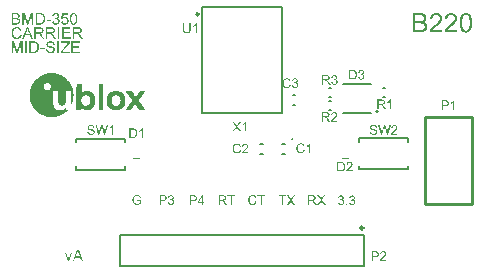
<source format=gto>
G04*
G04 #@! TF.GenerationSoftware,Altium Limited,Altium Designer,21.6.4 (81)*
G04*
G04 Layer_Color=65535*
%FSLAX44Y44*%
%MOMM*%
G71*
G04*
G04 #@! TF.SameCoordinates,6379334F-7AA2-413A-8348-2233F6679C20*
G04*
G04*
G04 #@! TF.FilePolarity,Positive*
G04*
G01*
G75*
%ADD10C,0.2540*%
%ADD11C,0.1270*%
%ADD12C,0.1016*%
%ADD13C,0.2000*%
G36*
X42501Y214993D02*
X42571D01*
X42656Y214979D01*
X42747Y214972D01*
X42846Y214958D01*
X42958Y214937D01*
X43071Y214916D01*
X43317Y214852D01*
X43451Y214817D01*
X43577Y214768D01*
X43704Y214719D01*
X43831Y214655D01*
X43838Y214648D01*
X43859Y214641D01*
X43894Y214620D01*
X43943Y214592D01*
X43999Y214557D01*
X44063Y214515D01*
X44133Y214465D01*
X44211Y214409D01*
X44379Y214275D01*
X44548Y214114D01*
X44710Y213931D01*
X44787Y213825D01*
X44858Y213720D01*
X44865Y213713D01*
X44872Y213691D01*
X44893Y213663D01*
X44914Y213614D01*
X44942Y213565D01*
X44970Y213494D01*
X45005Y213424D01*
X45041Y213340D01*
X45069Y213248D01*
X45104Y213157D01*
X45160Y212945D01*
X45203Y212713D01*
X45210Y212594D01*
X45217Y212467D01*
Y212460D01*
Y212439D01*
Y212404D01*
X45210Y212362D01*
Y212305D01*
X45195Y212242D01*
X45188Y212165D01*
X45174Y212087D01*
X45132Y211904D01*
X45069Y211714D01*
X45034Y211616D01*
X44984Y211510D01*
X44935Y211412D01*
X44872Y211313D01*
X44865Y211306D01*
X44858Y211292D01*
X44837Y211264D01*
X44809Y211229D01*
X44773Y211187D01*
X44731Y211137D01*
X44682Y211081D01*
X44619Y211018D01*
X44555Y210954D01*
X44478Y210891D01*
X44401Y210821D01*
X44309Y210750D01*
X44211Y210687D01*
X44105Y210617D01*
X43992Y210553D01*
X43873Y210497D01*
X43880D01*
X43908Y210490D01*
X43957Y210476D01*
X44014Y210455D01*
X44091Y210434D01*
X44175Y210399D01*
X44267Y210363D01*
X44365Y210314D01*
X44471Y210265D01*
X44583Y210202D01*
X44696Y210138D01*
X44809Y210061D01*
X44914Y209976D01*
X45020Y209885D01*
X45125Y209779D01*
X45217Y209667D01*
X45224Y209660D01*
X45238Y209639D01*
X45259Y209604D01*
X45294Y209554D01*
X45329Y209491D01*
X45371Y209421D01*
X45414Y209336D01*
X45456Y209238D01*
X45498Y209125D01*
X45547Y209006D01*
X45582Y208879D01*
X45618Y208738D01*
X45653Y208590D01*
X45674Y208436D01*
X45688Y208274D01*
X45695Y208098D01*
Y208084D01*
Y208042D01*
X45688Y207971D01*
X45681Y207887D01*
X45667Y207774D01*
X45646Y207648D01*
X45618Y207507D01*
X45575Y207352D01*
X45526Y207183D01*
X45470Y207014D01*
X45392Y206831D01*
X45301Y206649D01*
X45195Y206466D01*
X45069Y206283D01*
X44921Y206107D01*
X44759Y205938D01*
X44745Y205931D01*
X44717Y205903D01*
X44668Y205854D01*
X44590Y205797D01*
X44499Y205734D01*
X44393Y205657D01*
X44260Y205579D01*
X44119Y205495D01*
X43957Y205410D01*
X43774Y205333D01*
X43584Y205255D01*
X43373Y205192D01*
X43155Y205136D01*
X42916Y205087D01*
X42670Y205058D01*
X42409Y205051D01*
X42353D01*
X42283Y205058D01*
X42198Y205065D01*
X42086Y205072D01*
X41959Y205094D01*
X41818Y205115D01*
X41663Y205150D01*
X41502Y205185D01*
X41326Y205234D01*
X41150Y205298D01*
X40967Y205375D01*
X40791Y205459D01*
X40615Y205558D01*
X40439Y205678D01*
X40278Y205811D01*
X40271Y205818D01*
X40242Y205846D01*
X40200Y205889D01*
X40144Y205952D01*
X40080Y206029D01*
X40003Y206121D01*
X39926Y206226D01*
X39841Y206346D01*
X39757Y206480D01*
X39672Y206634D01*
X39595Y206796D01*
X39518Y206972D01*
X39454Y207162D01*
X39391Y207359D01*
X39349Y207570D01*
X39321Y207795D01*
X40517Y207957D01*
Y207943D01*
X40524Y207915D01*
X40538Y207859D01*
X40559Y207788D01*
X40580Y207704D01*
X40608Y207612D01*
X40643Y207507D01*
X40679Y207394D01*
X40777Y207148D01*
X40897Y206909D01*
X40967Y206789D01*
X41044Y206677D01*
X41122Y206578D01*
X41213Y206487D01*
X41220Y206480D01*
X41234Y206466D01*
X41262Y206444D01*
X41305Y206416D01*
X41347Y206381D01*
X41410Y206346D01*
X41474Y206304D01*
X41551Y206269D01*
X41635Y206226D01*
X41727Y206184D01*
X41825Y206149D01*
X41931Y206114D01*
X42043Y206086D01*
X42163Y206064D01*
X42283Y206050D01*
X42416Y206043D01*
X42452D01*
X42501Y206050D01*
X42557D01*
X42635Y206064D01*
X42719Y206072D01*
X42810Y206093D01*
X42916Y206114D01*
X43021Y206149D01*
X43141Y206184D01*
X43261Y206233D01*
X43380Y206290D01*
X43500Y206360D01*
X43619Y206437D01*
X43732Y206522D01*
X43845Y206627D01*
X43852Y206634D01*
X43873Y206656D01*
X43901Y206684D01*
X43936Y206733D01*
X43978Y206789D01*
X44028Y206860D01*
X44084Y206937D01*
X44140Y207028D01*
X44189Y207127D01*
X44246Y207239D01*
X44295Y207352D01*
X44337Y207486D01*
X44372Y207619D01*
X44401Y207760D01*
X44422Y207915D01*
X44429Y208070D01*
Y208077D01*
Y208105D01*
Y208147D01*
X44422Y208211D01*
X44415Y208274D01*
X44401Y208358D01*
X44386Y208450D01*
X44358Y208548D01*
X44330Y208654D01*
X44295Y208766D01*
X44253Y208879D01*
X44204Y208991D01*
X44140Y209104D01*
X44063Y209217D01*
X43985Y209322D01*
X43887Y209428D01*
X43880Y209435D01*
X43866Y209449D01*
X43831Y209477D01*
X43788Y209512D01*
X43739Y209554D01*
X43676Y209597D01*
X43598Y209646D01*
X43514Y209695D01*
X43422Y209744D01*
X43317Y209793D01*
X43204Y209836D01*
X43085Y209878D01*
X42958Y209913D01*
X42817Y209941D01*
X42677Y209955D01*
X42522Y209962D01*
X42459D01*
X42388Y209955D01*
X42290Y209948D01*
X42163Y209934D01*
X42022Y209906D01*
X41860Y209878D01*
X41678Y209836D01*
X41811Y210884D01*
X41832D01*
X41853Y210877D01*
X41882D01*
X41945Y210870D01*
X42079D01*
X42128Y210877D01*
X42198Y210884D01*
X42276Y210891D01*
X42360Y210905D01*
X42459Y210919D01*
X42564Y210940D01*
X42670Y210968D01*
X42902Y211039D01*
X43021Y211081D01*
X43141Y211137D01*
X43261Y211194D01*
X43373Y211264D01*
X43380Y211271D01*
X43401Y211285D01*
X43429Y211306D01*
X43472Y211341D01*
X43514Y211384D01*
X43570Y211433D01*
X43619Y211496D01*
X43683Y211567D01*
X43739Y211651D01*
X43795Y211742D01*
X43845Y211841D01*
X43887Y211954D01*
X43929Y212073D01*
X43957Y212207D01*
X43978Y212348D01*
X43985Y212495D01*
Y212502D01*
Y212523D01*
Y212559D01*
X43978Y212608D01*
X43971Y212657D01*
X43964Y212727D01*
X43950Y212798D01*
X43929Y212875D01*
X43873Y213044D01*
X43838Y213136D01*
X43795Y213227D01*
X43746Y213318D01*
X43683Y213410D01*
X43612Y213494D01*
X43535Y213579D01*
X43528Y213586D01*
X43514Y213600D01*
X43493Y213621D01*
X43458Y213649D01*
X43408Y213677D01*
X43359Y213720D01*
X43296Y213755D01*
X43225Y213797D01*
X43148Y213839D01*
X43064Y213874D01*
X42965Y213916D01*
X42867Y213945D01*
X42754Y213973D01*
X42642Y213994D01*
X42515Y214008D01*
X42388Y214015D01*
X42318D01*
X42276Y214008D01*
X42212Y214001D01*
X42142Y213994D01*
X42065Y213980D01*
X41980Y213959D01*
X41797Y213909D01*
X41706Y213874D01*
X41607Y213825D01*
X41509Y213776D01*
X41410Y213720D01*
X41319Y213649D01*
X41227Y213572D01*
X41220Y213565D01*
X41206Y213551D01*
X41185Y213522D01*
X41150Y213487D01*
X41115Y213445D01*
X41073Y213389D01*
X41030Y213318D01*
X40981Y213248D01*
X40932Y213157D01*
X40883Y213058D01*
X40826Y212953D01*
X40784Y212833D01*
X40735Y212706D01*
X40700Y212573D01*
X40665Y212425D01*
X40636Y212263D01*
X39440Y212474D01*
Y212481D01*
Y212488D01*
X39454Y212530D01*
X39468Y212587D01*
X39490Y212671D01*
X39518Y212777D01*
X39553Y212889D01*
X39595Y213016D01*
X39644Y213157D01*
X39708Y213304D01*
X39778Y213459D01*
X39862Y213614D01*
X39954Y213769D01*
X40052Y213923D01*
X40165Y214071D01*
X40292Y214212D01*
X40432Y214339D01*
X40439Y214346D01*
X40468Y214367D01*
X40510Y214402D01*
X40573Y214444D01*
X40650Y214493D01*
X40742Y214550D01*
X40847Y214606D01*
X40967Y214669D01*
X41101Y214733D01*
X41248Y214789D01*
X41403Y214845D01*
X41572Y214895D01*
X41755Y214937D01*
X41952Y214972D01*
X42156Y214993D01*
X42367Y215000D01*
X42445D01*
X42501Y214993D01*
D02*
G37*
G36*
X38329Y208147D02*
X34642D01*
Y209350D01*
X38329D01*
Y208147D01*
D02*
G37*
G36*
X23377Y205227D02*
X22132D01*
Y213375D01*
X19297Y205227D01*
X18129D01*
X15322Y213515D01*
Y205227D01*
X14076D01*
Y214965D01*
X16011D01*
X18319Y208070D01*
X18326Y208056D01*
X18333Y208027D01*
X18347Y207978D01*
X18368Y207915D01*
X18396Y207831D01*
X18424Y207739D01*
X18460Y207641D01*
X18495Y207528D01*
X18572Y207296D01*
X18649Y207057D01*
X18685Y206937D01*
X18720Y206824D01*
X18755Y206726D01*
X18783Y206627D01*
Y206634D01*
X18790Y206656D01*
X18804Y206684D01*
X18818Y206726D01*
X18832Y206782D01*
X18853Y206852D01*
X18882Y206930D01*
X18910Y207021D01*
X18945Y207127D01*
X18987Y207239D01*
X19029Y207366D01*
X19072Y207507D01*
X19128Y207662D01*
X19177Y207824D01*
X19240Y207999D01*
X19304Y208189D01*
X21640Y214965D01*
X23377D01*
Y205227D01*
D02*
G37*
G36*
X52879Y213698D02*
X48981D01*
X48460Y211074D01*
X48467Y211081D01*
X48502Y211102D01*
X48545Y211130D01*
X48615Y211173D01*
X48692Y211215D01*
X48784Y211271D01*
X48896Y211320D01*
X49016Y211384D01*
X49150Y211440D01*
X49290Y211496D01*
X49445Y211545D01*
X49600Y211588D01*
X49769Y211630D01*
X49938Y211658D01*
X50121Y211679D01*
X50297Y211686D01*
X50353D01*
X50423Y211679D01*
X50507Y211672D01*
X50620Y211658D01*
X50747Y211637D01*
X50894Y211609D01*
X51049Y211574D01*
X51211Y211531D01*
X51387Y211468D01*
X51563Y211398D01*
X51746Y211313D01*
X51929Y211208D01*
X52112Y211095D01*
X52288Y210954D01*
X52456Y210800D01*
X52463Y210793D01*
X52492Y210757D01*
X52541Y210708D01*
X52597Y210638D01*
X52660Y210553D01*
X52738Y210448D01*
X52815Y210321D01*
X52900Y210180D01*
X52977Y210026D01*
X53054Y209857D01*
X53132Y209667D01*
X53202Y209470D01*
X53252Y209252D01*
X53301Y209020D01*
X53329Y208780D01*
X53336Y208527D01*
Y208520D01*
Y208513D01*
Y208492D01*
Y208471D01*
X53329Y208400D01*
X53322Y208309D01*
X53315Y208189D01*
X53294Y208056D01*
X53273Y207908D01*
X53237Y207746D01*
X53195Y207570D01*
X53146Y207387D01*
X53083Y207197D01*
X53012Y207007D01*
X52921Y206810D01*
X52815Y206620D01*
X52696Y206430D01*
X52562Y206248D01*
X52548Y206233D01*
X52520Y206198D01*
X52463Y206142D01*
X52393Y206064D01*
X52295Y205973D01*
X52182Y205875D01*
X52048Y205769D01*
X51894Y205657D01*
X51718Y205544D01*
X51528Y205438D01*
X51317Y205340D01*
X51084Y205248D01*
X50838Y205178D01*
X50578Y205115D01*
X50297Y205079D01*
X50001Y205065D01*
X49945D01*
X49874Y205072D01*
X49783Y205079D01*
X49670Y205087D01*
X49537Y205108D01*
X49389Y205129D01*
X49234Y205157D01*
X49065Y205199D01*
X48889Y205248D01*
X48706Y205305D01*
X48523Y205375D01*
X48348Y205459D01*
X48165Y205558D01*
X47996Y205678D01*
X47834Y205804D01*
X47827Y205811D01*
X47799Y205839D01*
X47757Y205882D01*
X47700Y205938D01*
X47637Y206015D01*
X47559Y206107D01*
X47482Y206212D01*
X47398Y206332D01*
X47313Y206466D01*
X47236Y206613D01*
X47151Y206775D01*
X47074Y206951D01*
X47011Y207141D01*
X46954Y207345D01*
X46905Y207556D01*
X46877Y207781D01*
X48129Y207887D01*
Y207880D01*
X48137Y207845D01*
X48144Y207802D01*
X48158Y207739D01*
X48179Y207662D01*
X48200Y207570D01*
X48228Y207472D01*
X48263Y207366D01*
X48348Y207148D01*
X48397Y207028D01*
X48453Y206916D01*
X48523Y206803D01*
X48594Y206698D01*
X48678Y206599D01*
X48770Y206508D01*
X48777Y206501D01*
X48791Y206487D01*
X48819Y206466D01*
X48861Y206437D01*
X48910Y206402D01*
X48974Y206360D01*
X49037Y206325D01*
X49114Y206283D01*
X49199Y206233D01*
X49297Y206198D01*
X49396Y206156D01*
X49509Y206121D01*
X49621Y206093D01*
X49741Y206072D01*
X49867Y206057D01*
X50001Y206050D01*
X50043D01*
X50085Y206057D01*
X50149D01*
X50219Y206072D01*
X50311Y206086D01*
X50409Y206107D01*
X50515Y206135D01*
X50627Y206163D01*
X50747Y206205D01*
X50866Y206262D01*
X50993Y206325D01*
X51113Y206395D01*
X51239Y206487D01*
X51359Y206585D01*
X51471Y206698D01*
X51479Y206705D01*
X51500Y206726D01*
X51528Y206768D01*
X51563Y206817D01*
X51612Y206881D01*
X51661Y206958D01*
X51718Y207050D01*
X51774Y207155D01*
X51823Y207275D01*
X51880Y207401D01*
X51929Y207542D01*
X51978Y207697D01*
X52013Y207866D01*
X52041Y208042D01*
X52063Y208225D01*
X52070Y208421D01*
Y208436D01*
Y208464D01*
X52063Y208520D01*
Y208590D01*
X52055Y208675D01*
X52041Y208780D01*
X52020Y208886D01*
X51999Y209013D01*
X51964Y209139D01*
X51929Y209266D01*
X51880Y209400D01*
X51823Y209540D01*
X51760Y209674D01*
X51683Y209800D01*
X51591Y209927D01*
X51493Y210040D01*
X51486Y210047D01*
X51464Y210068D01*
X51436Y210096D01*
X51387Y210131D01*
X51331Y210180D01*
X51260Y210230D01*
X51183Y210279D01*
X51091Y210335D01*
X50986Y210392D01*
X50873Y210441D01*
X50754Y210497D01*
X50620Y210539D01*
X50472Y210574D01*
X50318Y210603D01*
X50156Y210624D01*
X49987Y210631D01*
X49931D01*
X49888Y210624D01*
X49839D01*
X49776Y210617D01*
X49713Y210610D01*
X49635Y210596D01*
X49473Y210567D01*
X49297Y210518D01*
X49114Y210455D01*
X48939Y210363D01*
X48931D01*
X48917Y210349D01*
X48896Y210335D01*
X48861Y210314D01*
X48777Y210258D01*
X48671Y210180D01*
X48559Y210082D01*
X48439Y209969D01*
X48319Y209836D01*
X48214Y209688D01*
X47088Y209836D01*
X48031Y214838D01*
X52879D01*
Y213698D01*
D02*
G37*
G36*
X29076Y214958D02*
X29189D01*
X29309Y214951D01*
X29442D01*
X29724Y214930D01*
X30012Y214909D01*
X30153Y214887D01*
X30287Y214873D01*
X30413Y214852D01*
X30533Y214824D01*
X30540D01*
X30568Y214817D01*
X30610Y214803D01*
X30674Y214789D01*
X30744Y214761D01*
X30828Y214733D01*
X30920Y214704D01*
X31025Y214662D01*
X31244Y214571D01*
X31483Y214444D01*
X31722Y214303D01*
X31842Y214219D01*
X31954Y214128D01*
X31961Y214121D01*
X31989Y214099D01*
X32032Y214057D01*
X32081Y214008D01*
X32144Y213945D01*
X32222Y213867D01*
X32299Y213776D01*
X32390Y213677D01*
X32482Y213558D01*
X32573Y213431D01*
X32672Y213297D01*
X32770Y213150D01*
X32862Y212988D01*
X32946Y212826D01*
X33031Y212643D01*
X33108Y212460D01*
X33115Y212446D01*
X33122Y212411D01*
X33143Y212362D01*
X33171Y212284D01*
X33200Y212186D01*
X33228Y212073D01*
X33263Y211939D01*
X33305Y211792D01*
X33340Y211630D01*
X33375Y211447D01*
X33403Y211257D01*
X33432Y211053D01*
X33460Y210842D01*
X33481Y210617D01*
X33488Y210385D01*
X33495Y210145D01*
Y210131D01*
Y210096D01*
Y210040D01*
X33488Y209955D01*
Y209864D01*
X33481Y209751D01*
X33474Y209625D01*
X33460Y209484D01*
X33446Y209336D01*
X33432Y209174D01*
X33382Y208844D01*
X33319Y208506D01*
X33235Y208175D01*
Y208168D01*
X33221Y208140D01*
X33207Y208091D01*
X33185Y208035D01*
X33164Y207964D01*
X33129Y207880D01*
X33094Y207781D01*
X33052Y207683D01*
X32960Y207458D01*
X32841Y207218D01*
X32714Y206986D01*
X32566Y206761D01*
X32559Y206754D01*
X32545Y206740D01*
X32524Y206705D01*
X32496Y206670D01*
X32461Y206620D01*
X32411Y206564D01*
X32306Y206437D01*
X32172Y206297D01*
X32025Y206149D01*
X31856Y206008D01*
X31680Y205875D01*
X31673D01*
X31659Y205861D01*
X31630Y205846D01*
X31595Y205825D01*
X31546Y205797D01*
X31490Y205769D01*
X31426Y205734D01*
X31356Y205699D01*
X31272Y205657D01*
X31187Y205614D01*
X31089Y205579D01*
X30990Y205537D01*
X30765Y205459D01*
X30519Y205389D01*
X30512D01*
X30491Y205382D01*
X30449Y205375D01*
X30399Y205361D01*
X30336Y205354D01*
X30259Y205340D01*
X30167Y205326D01*
X30069Y205312D01*
X29956Y205291D01*
X29836Y205277D01*
X29710Y205263D01*
X29569Y205255D01*
X29428Y205241D01*
X29274Y205234D01*
X28957Y205227D01*
X25446D01*
Y214965D01*
X28985D01*
X29076Y214958D01*
D02*
G37*
G36*
X8827D02*
X8926D01*
X9032Y214951D01*
X9158Y214937D01*
X9285Y214930D01*
X9426Y214909D01*
X9573Y214895D01*
X9869Y214838D01*
X10164Y214761D01*
X10305Y214719D01*
X10432Y214662D01*
X10439D01*
X10460Y214648D01*
X10495Y214634D01*
X10544Y214606D01*
X10601Y214578D01*
X10664Y214536D01*
X10741Y214493D01*
X10819Y214437D01*
X10903Y214381D01*
X10987Y214310D01*
X11072Y214240D01*
X11163Y214156D01*
X11248Y214064D01*
X11332Y213973D01*
X11410Y213867D01*
X11487Y213755D01*
X11494Y213748D01*
X11501Y213727D01*
X11522Y213691D01*
X11550Y213649D01*
X11579Y213593D01*
X11607Y213522D01*
X11642Y213452D01*
X11684Y213368D01*
X11719Y213269D01*
X11754Y213171D01*
X11811Y212953D01*
X11860Y212713D01*
X11867Y212594D01*
X11874Y212467D01*
Y212460D01*
Y212439D01*
Y212404D01*
X11867Y212362D01*
Y212305D01*
X11853Y212242D01*
X11846Y212165D01*
X11832Y212087D01*
X11789Y211904D01*
X11726Y211707D01*
X11691Y211602D01*
X11642Y211503D01*
X11593Y211398D01*
X11529Y211292D01*
X11522Y211285D01*
X11515Y211271D01*
X11494Y211243D01*
X11466Y211201D01*
X11431Y211151D01*
X11388Y211102D01*
X11332Y211039D01*
X11276Y210975D01*
X11206Y210905D01*
X11135Y210835D01*
X11051Y210765D01*
X10959Y210687D01*
X10854Y210610D01*
X10748Y210539D01*
X10636Y210469D01*
X10509Y210406D01*
X10516D01*
X10551Y210392D01*
X10594Y210378D01*
X10657Y210356D01*
X10727Y210328D01*
X10812Y210293D01*
X10910Y210251D01*
X11009Y210195D01*
X11121Y210138D01*
X11234Y210075D01*
X11346Y210005D01*
X11459Y209920D01*
X11564Y209836D01*
X11677Y209737D01*
X11775Y209632D01*
X11867Y209519D01*
X11874Y209512D01*
X11888Y209491D01*
X11909Y209456D01*
X11944Y209407D01*
X11980Y209350D01*
X12022Y209280D01*
X12064Y209195D01*
X12106Y209104D01*
X12148Y208999D01*
X12198Y208886D01*
X12233Y208766D01*
X12268Y208633D01*
X12303Y208499D01*
X12324Y208351D01*
X12338Y208203D01*
X12345Y208049D01*
Y208042D01*
Y208020D01*
Y207978D01*
X12338Y207929D01*
Y207873D01*
X12331Y207802D01*
X12324Y207718D01*
X12310Y207633D01*
X12275Y207437D01*
X12219Y207218D01*
X12148Y206993D01*
X12050Y206768D01*
Y206761D01*
X12036Y206740D01*
X12022Y206712D01*
X12001Y206670D01*
X11973Y206620D01*
X11937Y206564D01*
X11853Y206437D01*
X11747Y206290D01*
X11628Y206142D01*
X11494Y205994D01*
X11339Y205868D01*
X11332D01*
X11318Y205854D01*
X11297Y205839D01*
X11262Y205818D01*
X11220Y205790D01*
X11170Y205762D01*
X11114Y205727D01*
X11051Y205692D01*
X10973Y205649D01*
X10896Y205614D01*
X10713Y205530D01*
X10509Y205459D01*
X10277Y205389D01*
X10270D01*
X10249Y205382D01*
X10214Y205375D01*
X10164Y205361D01*
X10101Y205354D01*
X10024Y205340D01*
X9939Y205326D01*
X9841Y205312D01*
X9735Y205291D01*
X9615Y205277D01*
X9482Y205263D01*
X9348Y205255D01*
X9200Y205241D01*
X9046Y205234D01*
X8877Y205227D01*
X5000D01*
Y214965D01*
X8750D01*
X8827Y214958D01*
D02*
G37*
G36*
X57747Y214993D02*
X57811D01*
X57895Y214986D01*
X57980Y214972D01*
X58078Y214958D01*
X58289Y214923D01*
X58521Y214866D01*
X58760Y214789D01*
X58873Y214740D01*
X58986Y214683D01*
X58993D01*
X59014Y214669D01*
X59042Y214648D01*
X59084Y214627D01*
X59133Y214592D01*
X59190Y214550D01*
X59260Y214508D01*
X59330Y214451D01*
X59485Y214325D01*
X59647Y214163D01*
X59809Y213980D01*
X59957Y213769D01*
X59964Y213762D01*
X59971Y213741D01*
X59992Y213705D01*
X60020Y213663D01*
X60055Y213607D01*
X60090Y213537D01*
X60132Y213459D01*
X60175Y213368D01*
X60224Y213269D01*
X60273Y213157D01*
X60322Y213037D01*
X60379Y212910D01*
X60428Y212777D01*
X60470Y212636D01*
X60519Y212481D01*
X60562Y212326D01*
Y212319D01*
X60569Y212284D01*
X60583Y212242D01*
X60597Y212172D01*
X60611Y212087D01*
X60632Y211982D01*
X60653Y211862D01*
X60674Y211721D01*
X60695Y211567D01*
X60717Y211391D01*
X60738Y211201D01*
X60752Y210997D01*
X60766Y210779D01*
X60780Y210539D01*
X60787Y210293D01*
Y210026D01*
Y210019D01*
Y210005D01*
Y209984D01*
Y209948D01*
Y209913D01*
Y209864D01*
X60780Y209808D01*
Y209744D01*
X60773Y209597D01*
X60766Y209428D01*
X60759Y209245D01*
X60745Y209041D01*
X60724Y208823D01*
X60702Y208597D01*
X60639Y208140D01*
X60597Y207908D01*
X60548Y207683D01*
X60491Y207465D01*
X60428Y207261D01*
X60421Y207247D01*
X60414Y207211D01*
X60393Y207162D01*
X60365Y207085D01*
X60322Y207000D01*
X60280Y206895D01*
X60224Y206782D01*
X60168Y206663D01*
X60097Y206536D01*
X60013Y206402D01*
X59928Y206269D01*
X59837Y206128D01*
X59731Y205994D01*
X59619Y205868D01*
X59499Y205748D01*
X59373Y205635D01*
X59366Y205628D01*
X59338Y205614D01*
X59302Y205586D01*
X59246Y205544D01*
X59176Y205502D01*
X59098Y205452D01*
X59000Y205403D01*
X58894Y205354D01*
X58768Y205298D01*
X58634Y205248D01*
X58493Y205199D01*
X58338Y205157D01*
X58169Y205122D01*
X57994Y205094D01*
X57811Y205072D01*
X57614Y205065D01*
X57550D01*
X57480Y205072D01*
X57382Y205079D01*
X57262Y205094D01*
X57121Y205122D01*
X56973Y205150D01*
X56805Y205192D01*
X56629Y205241D01*
X56453Y205312D01*
X56270Y205389D01*
X56080Y205488D01*
X55897Y205600D01*
X55721Y205734D01*
X55552Y205889D01*
X55397Y206064D01*
Y206072D01*
X55390Y206079D01*
X55376Y206100D01*
X55355Y206121D01*
X55334Y206156D01*
X55306Y206198D01*
X55278Y206240D01*
X55250Y206297D01*
X55215Y206360D01*
X55172Y206430D01*
X55137Y206508D01*
X55095Y206592D01*
X55053Y206691D01*
X55010Y206789D01*
X54961Y206902D01*
X54919Y207014D01*
X54877Y207141D01*
X54827Y207275D01*
X54785Y207415D01*
X54743Y207570D01*
X54701Y207725D01*
X54666Y207894D01*
X54623Y208063D01*
X54588Y208253D01*
X54560Y208443D01*
X54532Y208640D01*
X54504Y208851D01*
X54483Y209069D01*
X54462Y209294D01*
X54455Y209526D01*
X54441Y209772D01*
Y210026D01*
Y210033D01*
Y210047D01*
Y210068D01*
Y210103D01*
Y210145D01*
Y210195D01*
X54448Y210251D01*
Y210314D01*
X54455Y210455D01*
X54462Y210624D01*
X54469Y210814D01*
X54483Y211018D01*
X54504Y211236D01*
X54525Y211461D01*
X54588Y211925D01*
X54630Y212157D01*
X54680Y212383D01*
X54729Y212601D01*
X54792Y212805D01*
X54799Y212819D01*
X54806Y212854D01*
X54827Y212903D01*
X54856Y212981D01*
X54898Y213065D01*
X54940Y213171D01*
X54996Y213283D01*
X55060Y213403D01*
X55123Y213529D01*
X55208Y213663D01*
X55292Y213804D01*
X55383Y213938D01*
X55489Y214071D01*
X55602Y214198D01*
X55721Y214317D01*
X55848Y214430D01*
X55855Y214437D01*
X55883Y214458D01*
X55918Y214486D01*
X55974Y214522D01*
X56045Y214564D01*
X56129Y214613D01*
X56221Y214662D01*
X56333Y214719D01*
X56453Y214768D01*
X56586Y214817D01*
X56734Y214866D01*
X56889Y214909D01*
X57058Y214951D01*
X57234Y214979D01*
X57417Y214993D01*
X57614Y215000D01*
X57691D01*
X57747Y214993D01*
D02*
G37*
G36*
X9735Y203097D02*
X9841Y203090D01*
X9967Y203083D01*
X10108Y203062D01*
X10270Y203041D01*
X10453Y203012D01*
X10643Y202970D01*
X10840Y202921D01*
X11044Y202865D01*
X11248Y202787D01*
X11452Y202703D01*
X11663Y202604D01*
X11860Y202492D01*
X12050Y202358D01*
X12064Y202351D01*
X12092Y202323D01*
X12148Y202281D01*
X12212Y202217D01*
X12296Y202147D01*
X12388Y202048D01*
X12486Y201943D01*
X12599Y201816D01*
X12711Y201676D01*
X12831Y201521D01*
X12943Y201345D01*
X13056Y201162D01*
X13169Y200958D01*
X13267Y200740D01*
X13366Y200508D01*
X13443Y200261D01*
X12177Y199966D01*
X12170Y199980D01*
X12162Y200015D01*
X12141Y200064D01*
X12113Y200142D01*
X12078Y200226D01*
X12036Y200325D01*
X11980Y200437D01*
X11923Y200557D01*
X11860Y200683D01*
X11782Y200810D01*
X11705Y200937D01*
X11614Y201070D01*
X11515Y201190D01*
X11417Y201310D01*
X11304Y201415D01*
X11185Y201514D01*
X11177Y201521D01*
X11156Y201535D01*
X11121Y201556D01*
X11072Y201591D01*
X11009Y201626D01*
X10931Y201669D01*
X10840Y201711D01*
X10741Y201760D01*
X10629Y201802D01*
X10509Y201845D01*
X10375Y201887D01*
X10235Y201922D01*
X10080Y201957D01*
X9918Y201978D01*
X9749Y201992D01*
X9566Y201999D01*
X9461D01*
X9383Y201992D01*
X9285Y201985D01*
X9172Y201971D01*
X9046Y201957D01*
X8912Y201929D01*
X8764Y201901D01*
X8616Y201866D01*
X8462Y201823D01*
X8300Y201774D01*
X8145Y201711D01*
X7990Y201633D01*
X7835Y201556D01*
X7688Y201458D01*
X7681Y201450D01*
X7653Y201436D01*
X7617Y201401D01*
X7568Y201359D01*
X7505Y201303D01*
X7434Y201239D01*
X7357Y201162D01*
X7273Y201078D01*
X7188Y200979D01*
X7097Y200874D01*
X7012Y200754D01*
X6928Y200620D01*
X6843Y200487D01*
X6766Y200339D01*
X6696Y200184D01*
X6632Y200015D01*
Y200008D01*
X6618Y199973D01*
X6604Y199924D01*
X6583Y199860D01*
X6562Y199776D01*
X6534Y199677D01*
X6513Y199565D01*
X6485Y199438D01*
X6456Y199305D01*
X6428Y199157D01*
X6400Y199002D01*
X6379Y198840D01*
X6344Y198502D01*
X6337Y198327D01*
X6330Y198144D01*
Y198130D01*
Y198087D01*
Y198024D01*
X6337Y197932D01*
X6344Y197827D01*
X6351Y197700D01*
X6358Y197560D01*
X6372Y197412D01*
X6393Y197243D01*
X6414Y197067D01*
X6485Y196708D01*
X6520Y196518D01*
X6569Y196335D01*
X6625Y196152D01*
X6689Y195977D01*
X6696Y195970D01*
X6703Y195934D01*
X6724Y195892D01*
X6759Y195829D01*
X6794Y195751D01*
X6843Y195660D01*
X6900Y195562D01*
X6963Y195456D01*
X7040Y195350D01*
X7125Y195238D01*
X7216Y195118D01*
X7315Y195006D01*
X7427Y194893D01*
X7547Y194788D01*
X7674Y194689D01*
X7814Y194598D01*
X7821Y194590D01*
X7850Y194576D01*
X7892Y194555D01*
X7948Y194527D01*
X8018Y194492D01*
X8103Y194450D01*
X8201Y194415D01*
X8307Y194372D01*
X8426Y194323D01*
X8553Y194288D01*
X8694Y194246D01*
X8834Y194211D01*
X8989Y194182D01*
X9144Y194161D01*
X9306Y194147D01*
X9468Y194140D01*
X9517D01*
X9573Y194147D01*
X9651D01*
X9742Y194161D01*
X9848Y194175D01*
X9974Y194189D01*
X10101Y194218D01*
X10242Y194253D01*
X10389Y194295D01*
X10544Y194344D01*
X10699Y194401D01*
X10854Y194471D01*
X11009Y194555D01*
X11156Y194654D01*
X11304Y194759D01*
X11311Y194766D01*
X11339Y194788D01*
X11374Y194823D01*
X11424Y194879D01*
X11487Y194942D01*
X11557Y195020D01*
X11635Y195118D01*
X11712Y195224D01*
X11797Y195350D01*
X11881Y195484D01*
X11973Y195639D01*
X12050Y195808D01*
X12134Y195984D01*
X12205Y196181D01*
X12268Y196385D01*
X12324Y196610D01*
X13612Y196286D01*
Y196279D01*
X13605Y196265D01*
X13598Y196244D01*
X13591Y196216D01*
X13584Y196181D01*
X13570Y196131D01*
X13534Y196026D01*
X13485Y195892D01*
X13429Y195744D01*
X13359Y195576D01*
X13274Y195393D01*
X13183Y195196D01*
X13077Y194999D01*
X12958Y194802D01*
X12824Y194598D01*
X12676Y194401D01*
X12514Y194211D01*
X12338Y194035D01*
X12148Y193866D01*
X12134Y193859D01*
X12099Y193831D01*
X12043Y193789D01*
X11958Y193739D01*
X11860Y193676D01*
X11733Y193605D01*
X11593Y193528D01*
X11431Y193451D01*
X11255Y193373D01*
X11058Y193296D01*
X10847Y193226D01*
X10622Y193162D01*
X10375Y193113D01*
X10122Y193071D01*
X9855Y193043D01*
X9573Y193036D01*
X9468D01*
X9419Y193043D01*
X9313D01*
X9179Y193057D01*
X9025Y193071D01*
X8849Y193092D01*
X8666Y193113D01*
X8462Y193148D01*
X8258Y193190D01*
X8040Y193247D01*
X7828Y193303D01*
X7617Y193380D01*
X7406Y193465D01*
X7202Y193563D01*
X7012Y193676D01*
X6998Y193683D01*
X6970Y193704D01*
X6921Y193746D01*
X6850Y193796D01*
X6766Y193859D01*
X6675Y193943D01*
X6569Y194035D01*
X6456Y194147D01*
X6337Y194274D01*
X6217Y194408D01*
X6090Y194562D01*
X5964Y194724D01*
X5844Y194907D01*
X5725Y195097D01*
X5612Y195308D01*
X5514Y195526D01*
Y195533D01*
X5507Y195540D01*
X5493Y195583D01*
X5464Y195646D01*
X5436Y195737D01*
X5394Y195850D01*
X5352Y195984D01*
X5303Y196138D01*
X5260Y196307D01*
X5211Y196497D01*
X5162Y196701D01*
X5120Y196912D01*
X5077Y197145D01*
X5049Y197377D01*
X5021Y197623D01*
X5007Y197876D01*
X5000Y198137D01*
Y198144D01*
Y198158D01*
Y198179D01*
Y198207D01*
Y198242D01*
X5007Y198284D01*
Y198390D01*
X5021Y198524D01*
X5028Y198678D01*
X5049Y198854D01*
X5070Y199044D01*
X5106Y199241D01*
X5141Y199452D01*
X5190Y199677D01*
X5246Y199903D01*
X5310Y200128D01*
X5387Y200353D01*
X5478Y200571D01*
X5577Y200789D01*
X5584Y200803D01*
X5605Y200838D01*
X5640Y200895D01*
X5683Y200979D01*
X5746Y201070D01*
X5816Y201176D01*
X5908Y201303D01*
X6006Y201429D01*
X6112Y201563D01*
X6238Y201711D01*
X6372Y201852D01*
X6520Y201992D01*
X6682Y202133D01*
X6850Y202267D01*
X7033Y202393D01*
X7230Y202513D01*
X7244Y202520D01*
X7280Y202541D01*
X7336Y202569D01*
X7420Y202604D01*
X7519Y202654D01*
X7638Y202703D01*
X7779Y202752D01*
X7927Y202808D01*
X8096Y202865D01*
X8279Y202914D01*
X8476Y202970D01*
X8680Y203012D01*
X8898Y203048D01*
X9123Y203076D01*
X9355Y203097D01*
X9594Y203104D01*
X9693D01*
X9735Y203097D01*
D02*
G37*
G36*
X61301Y202928D02*
X61413D01*
X61540Y202921D01*
X61673Y202914D01*
X61828Y202900D01*
X61983Y202886D01*
X62145Y202872D01*
X62475Y202822D01*
X62630Y202794D01*
X62785Y202759D01*
X62933Y202717D01*
X63066Y202668D01*
X63074D01*
X63095Y202654D01*
X63130Y202640D01*
X63179Y202618D01*
X63235Y202590D01*
X63299Y202548D01*
X63376Y202506D01*
X63453Y202457D01*
X63538Y202393D01*
X63629Y202330D01*
X63721Y202253D01*
X63812Y202168D01*
X63897Y202070D01*
X63988Y201971D01*
X64073Y201859D01*
X64150Y201739D01*
X64157Y201732D01*
X64171Y201711D01*
X64185Y201676D01*
X64213Y201626D01*
X64241Y201563D01*
X64277Y201486D01*
X64319Y201401D01*
X64354Y201310D01*
X64389Y201204D01*
X64431Y201092D01*
X64467Y200972D01*
X64495Y200845D01*
X64523Y200712D01*
X64544Y200571D01*
X64551Y200423D01*
X64558Y200275D01*
Y200261D01*
Y200233D01*
X64551Y200177D01*
Y200100D01*
X64537Y200015D01*
X64523Y199910D01*
X64502Y199797D01*
X64474Y199670D01*
X64438Y199537D01*
X64396Y199396D01*
X64340Y199248D01*
X64277Y199100D01*
X64199Y198953D01*
X64108Y198812D01*
X64002Y198664D01*
X63883Y198531D01*
X63876Y198524D01*
X63854Y198502D01*
X63812Y198467D01*
X63756Y198418D01*
X63686Y198362D01*
X63594Y198298D01*
X63496Y198228D01*
X63376Y198151D01*
X63235Y198073D01*
X63088Y197996D01*
X62912Y197925D01*
X62729Y197848D01*
X62525Y197785D01*
X62307Y197722D01*
X62067Y197672D01*
X61814Y197630D01*
X61821D01*
X61835Y197616D01*
X61863Y197609D01*
X61898Y197588D01*
X61941Y197567D01*
X61990Y197539D01*
X62102Y197475D01*
X62229Y197405D01*
X62356Y197320D01*
X62475Y197236D01*
X62588Y197145D01*
X62595Y197138D01*
X62616Y197123D01*
X62644Y197088D01*
X62687Y197053D01*
X62736Y196997D01*
X62792Y196940D01*
X62862Y196870D01*
X62933Y196786D01*
X63010Y196694D01*
X63095Y196596D01*
X63186Y196490D01*
X63278Y196378D01*
X63369Y196251D01*
X63467Y196124D01*
X63657Y195843D01*
X65339Y193197D01*
X63728D01*
X62440Y195224D01*
X62433Y195231D01*
X62412Y195259D01*
X62384Y195308D01*
X62349Y195364D01*
X62299Y195442D01*
X62243Y195526D01*
X62180Y195618D01*
X62117Y195716D01*
X61969Y195934D01*
X61814Y196159D01*
X61659Y196371D01*
X61582Y196469D01*
X61512Y196561D01*
X61505Y196568D01*
X61498Y196582D01*
X61476Y196603D01*
X61448Y196638D01*
X61378Y196722D01*
X61293Y196821D01*
X61188Y196926D01*
X61082Y197039D01*
X60970Y197138D01*
X60857Y197215D01*
X60843Y197222D01*
X60808Y197243D01*
X60752Y197278D01*
X60674Y197313D01*
X60590Y197356D01*
X60491Y197405D01*
X60386Y197440D01*
X60273Y197475D01*
X60266D01*
X60231Y197482D01*
X60175Y197489D01*
X60104Y197503D01*
X60006Y197510D01*
X59879Y197517D01*
X59731Y197525D01*
X58064D01*
Y193197D01*
X56776D01*
Y202935D01*
X61216D01*
X61301Y202928D01*
D02*
G37*
G36*
X54750Y201788D02*
X49002D01*
Y198805D01*
X54384D01*
Y197658D01*
X49002D01*
Y194344D01*
X54975D01*
Y193197D01*
X47714D01*
Y202935D01*
X54750D01*
Y201788D01*
D02*
G37*
G36*
X45414Y193197D02*
X44126D01*
Y202935D01*
X45414D01*
Y193197D01*
D02*
G37*
G36*
X38631Y202928D02*
X38744D01*
X38870Y202921D01*
X39004Y202914D01*
X39159Y202900D01*
X39314Y202886D01*
X39475Y202872D01*
X39806Y202822D01*
X39961Y202794D01*
X40116Y202759D01*
X40263Y202717D01*
X40397Y202668D01*
X40404D01*
X40425Y202654D01*
X40460Y202640D01*
X40510Y202618D01*
X40566Y202590D01*
X40629Y202548D01*
X40707Y202506D01*
X40784Y202457D01*
X40869Y202393D01*
X40960Y202330D01*
X41051Y202253D01*
X41143Y202168D01*
X41227Y202070D01*
X41319Y201971D01*
X41403Y201859D01*
X41481Y201739D01*
X41488Y201732D01*
X41502Y201711D01*
X41516Y201676D01*
X41544Y201626D01*
X41572Y201563D01*
X41607Y201486D01*
X41649Y201401D01*
X41685Y201310D01*
X41720Y201204D01*
X41762Y201092D01*
X41797Y200972D01*
X41825Y200845D01*
X41853Y200712D01*
X41875Y200571D01*
X41882Y200423D01*
X41889Y200275D01*
Y200261D01*
Y200233D01*
X41882Y200177D01*
Y200100D01*
X41868Y200015D01*
X41853Y199910D01*
X41832Y199797D01*
X41804Y199670D01*
X41769Y199537D01*
X41727Y199396D01*
X41671Y199248D01*
X41607Y199100D01*
X41530Y198953D01*
X41438Y198812D01*
X41333Y198664D01*
X41213Y198531D01*
X41206Y198524D01*
X41185Y198502D01*
X41143Y198467D01*
X41087Y198418D01*
X41016Y198362D01*
X40925Y198298D01*
X40826Y198228D01*
X40707Y198151D01*
X40566Y198073D01*
X40418Y197996D01*
X40242Y197925D01*
X40059Y197848D01*
X39855Y197785D01*
X39637Y197722D01*
X39398Y197672D01*
X39145Y197630D01*
X39152D01*
X39166Y197616D01*
X39194Y197609D01*
X39229Y197588D01*
X39271Y197567D01*
X39321Y197539D01*
X39433Y197475D01*
X39560Y197405D01*
X39687Y197320D01*
X39806Y197236D01*
X39919Y197145D01*
X39926Y197138D01*
X39947Y197123D01*
X39975Y197088D01*
X40017Y197053D01*
X40066Y196997D01*
X40123Y196940D01*
X40193Y196870D01*
X40263Y196786D01*
X40341Y196694D01*
X40425Y196596D01*
X40517Y196490D01*
X40608Y196378D01*
X40700Y196251D01*
X40798Y196124D01*
X40988Y195843D01*
X42670Y193197D01*
X41059D01*
X39771Y195224D01*
X39764Y195231D01*
X39743Y195259D01*
X39715Y195308D01*
X39679Y195364D01*
X39630Y195442D01*
X39574Y195526D01*
X39511Y195618D01*
X39447Y195716D01*
X39299Y195934D01*
X39145Y196159D01*
X38990Y196371D01*
X38912Y196469D01*
X38842Y196561D01*
X38835Y196568D01*
X38828Y196582D01*
X38807Y196603D01*
X38779Y196638D01*
X38709Y196722D01*
X38624Y196821D01*
X38519Y196926D01*
X38413Y197039D01*
X38300Y197138D01*
X38188Y197215D01*
X38174Y197222D01*
X38139Y197243D01*
X38082Y197278D01*
X38005Y197313D01*
X37920Y197356D01*
X37822Y197405D01*
X37717Y197440D01*
X37604Y197475D01*
X37597D01*
X37562Y197482D01*
X37505Y197489D01*
X37435Y197503D01*
X37336Y197510D01*
X37210Y197517D01*
X37062Y197525D01*
X35395D01*
Y193197D01*
X34107D01*
Y202935D01*
X38547D01*
X38631Y202928D01*
D02*
G37*
G36*
X28809D02*
X28922D01*
X29048Y202921D01*
X29182Y202914D01*
X29337Y202900D01*
X29492Y202886D01*
X29653Y202872D01*
X29984Y202822D01*
X30139Y202794D01*
X30294Y202759D01*
X30441Y202717D01*
X30575Y202668D01*
X30582D01*
X30603Y202654D01*
X30638Y202640D01*
X30688Y202618D01*
X30744Y202590D01*
X30807Y202548D01*
X30885Y202506D01*
X30962Y202457D01*
X31047Y202393D01*
X31138Y202330D01*
X31230Y202253D01*
X31321Y202168D01*
X31405Y202070D01*
X31497Y201971D01*
X31581Y201859D01*
X31659Y201739D01*
X31666Y201732D01*
X31680Y201711D01*
X31694Y201676D01*
X31722Y201626D01*
X31750Y201563D01*
X31785Y201486D01*
X31827Y201401D01*
X31863Y201310D01*
X31898Y201204D01*
X31940Y201092D01*
X31975Y200972D01*
X32003Y200845D01*
X32032Y200712D01*
X32053Y200571D01*
X32060Y200423D01*
X32067Y200275D01*
Y200261D01*
Y200233D01*
X32060Y200177D01*
Y200100D01*
X32046Y200015D01*
X32032Y199910D01*
X32010Y199797D01*
X31982Y199670D01*
X31947Y199537D01*
X31905Y199396D01*
X31849Y199248D01*
X31785Y199100D01*
X31708Y198953D01*
X31616Y198812D01*
X31511Y198664D01*
X31391Y198531D01*
X31384Y198524D01*
X31363Y198502D01*
X31321Y198467D01*
X31265Y198418D01*
X31194Y198362D01*
X31103Y198298D01*
X31004Y198228D01*
X30885Y198151D01*
X30744Y198073D01*
X30596Y197996D01*
X30420Y197925D01*
X30237Y197848D01*
X30033Y197785D01*
X29815Y197722D01*
X29576Y197672D01*
X29323Y197630D01*
X29330D01*
X29344Y197616D01*
X29372Y197609D01*
X29407Y197588D01*
X29449Y197567D01*
X29499Y197539D01*
X29611Y197475D01*
X29738Y197405D01*
X29864Y197320D01*
X29984Y197236D01*
X30097Y197145D01*
X30104Y197138D01*
X30125Y197123D01*
X30153Y197088D01*
X30195Y197053D01*
X30244Y196997D01*
X30301Y196940D01*
X30371Y196870D01*
X30441Y196786D01*
X30519Y196694D01*
X30603Y196596D01*
X30695Y196490D01*
X30786Y196378D01*
X30878Y196251D01*
X30976Y196124D01*
X31166Y195843D01*
X32848Y193197D01*
X31237D01*
X29949Y195224D01*
X29942Y195231D01*
X29921Y195259D01*
X29893Y195308D01*
X29857Y195364D01*
X29808Y195442D01*
X29752Y195526D01*
X29689Y195618D01*
X29625Y195716D01*
X29478Y195934D01*
X29323Y196159D01*
X29168Y196371D01*
X29091Y196469D01*
X29020Y196561D01*
X29013Y196568D01*
X29006Y196582D01*
X28985Y196603D01*
X28957Y196638D01*
X28886Y196722D01*
X28802Y196821D01*
X28697Y196926D01*
X28591Y197039D01*
X28479Y197138D01*
X28366Y197215D01*
X28352Y197222D01*
X28317Y197243D01*
X28260Y197278D01*
X28183Y197313D01*
X28098Y197356D01*
X28000Y197405D01*
X27894Y197440D01*
X27782Y197475D01*
X27775D01*
X27740Y197482D01*
X27683Y197489D01*
X27613Y197503D01*
X27515Y197510D01*
X27388Y197517D01*
X27240Y197525D01*
X25573D01*
Y193197D01*
X24285D01*
Y202935D01*
X28725D01*
X28809Y202928D01*
D02*
G37*
G36*
X23237Y193197D02*
X21773D01*
X20648Y196145D01*
X16560D01*
X15497Y193197D01*
X14139D01*
X17875Y202935D01*
X19254D01*
X23237Y193197D01*
D02*
G37*
G36*
X38040Y191081D02*
X38132D01*
X38244Y191067D01*
X38364Y191060D01*
X38505Y191046D01*
X38645Y191025D01*
X38800Y191004D01*
X39117Y190940D01*
X39285Y190898D01*
X39447Y190856D01*
X39609Y190800D01*
X39764Y190736D01*
X39771Y190729D01*
X39799Y190722D01*
X39841Y190701D01*
X39898Y190673D01*
X39968Y190638D01*
X40045Y190589D01*
X40137Y190539D01*
X40228Y190476D01*
X40334Y190413D01*
X40432Y190335D01*
X40538Y190251D01*
X40643Y190159D01*
X40749Y190061D01*
X40847Y189948D01*
X40946Y189836D01*
X41030Y189709D01*
X41037Y189702D01*
X41051Y189681D01*
X41073Y189639D01*
X41101Y189590D01*
X41136Y189526D01*
X41178Y189449D01*
X41213Y189364D01*
X41262Y189266D01*
X41305Y189160D01*
X41347Y189041D01*
X41389Y188914D01*
X41424Y188780D01*
X41459Y188640D01*
X41488Y188492D01*
X41502Y188337D01*
X41516Y188182D01*
X40278Y188091D01*
Y188105D01*
X40271Y188133D01*
X40263Y188182D01*
X40249Y188246D01*
X40235Y188316D01*
X40214Y188407D01*
X40186Y188506D01*
X40151Y188612D01*
X40116Y188724D01*
X40066Y188837D01*
X40010Y188949D01*
X39947Y189069D01*
X39876Y189181D01*
X39792Y189287D01*
X39701Y189393D01*
X39602Y189484D01*
X39595Y189491D01*
X39574Y189505D01*
X39546Y189526D01*
X39497Y189561D01*
X39433Y189597D01*
X39363Y189632D01*
X39278Y189674D01*
X39180Y189723D01*
X39067Y189765D01*
X38941Y189808D01*
X38800Y189843D01*
X38652Y189885D01*
X38483Y189913D01*
X38307Y189934D01*
X38117Y189948D01*
X37913Y189955D01*
X37801D01*
X37724Y189948D01*
X37625Y189941D01*
X37520Y189934D01*
X37393Y189920D01*
X37266Y189899D01*
X36985Y189850D01*
X36844Y189815D01*
X36703Y189772D01*
X36570Y189723D01*
X36436Y189667D01*
X36316Y189604D01*
X36211Y189526D01*
X36204Y189519D01*
X36190Y189505D01*
X36161Y189484D01*
X36126Y189449D01*
X36091Y189407D01*
X36042Y189357D01*
X36000Y189301D01*
X35951Y189238D01*
X35901Y189167D01*
X35852Y189083D01*
X35768Y188907D01*
X35732Y188815D01*
X35704Y188710D01*
X35690Y188605D01*
X35683Y188492D01*
Y188485D01*
Y188471D01*
Y188443D01*
X35690Y188407D01*
X35697Y188358D01*
X35704Y188309D01*
X35732Y188189D01*
X35775Y188049D01*
X35838Y187908D01*
X35880Y187831D01*
X35936Y187760D01*
X35993Y187690D01*
X36056Y187626D01*
X36063Y187619D01*
X36077Y187612D01*
X36098Y187591D01*
X36140Y187570D01*
X36190Y187535D01*
X36260Y187500D01*
X36337Y187458D01*
X36436Y187408D01*
X36556Y187359D01*
X36689Y187303D01*
X36851Y187247D01*
X37027Y187183D01*
X37231Y187120D01*
X37456Y187057D01*
X37709Y186993D01*
X37991Y186923D01*
X37998D01*
X38012Y186916D01*
X38033D01*
X38061Y186909D01*
X38096Y186902D01*
X38139Y186888D01*
X38244Y186867D01*
X38371Y186831D01*
X38519Y186796D01*
X38680Y186761D01*
X38849Y186712D01*
X39208Y186620D01*
X39384Y186571D01*
X39560Y186515D01*
X39729Y186466D01*
X39883Y186409D01*
X40024Y186360D01*
X40144Y186311D01*
X40151Y186304D01*
X40179Y186290D01*
X40228Y186269D01*
X40285Y186240D01*
X40355Y186198D01*
X40432Y186156D01*
X40524Y186100D01*
X40622Y186036D01*
X40721Y185973D01*
X40826Y185896D01*
X41037Y185727D01*
X41234Y185530D01*
X41319Y185424D01*
X41403Y185312D01*
X41410Y185305D01*
X41424Y185284D01*
X41438Y185248D01*
X41466Y185206D01*
X41495Y185150D01*
X41530Y185079D01*
X41572Y185002D01*
X41607Y184918D01*
X41642Y184819D01*
X41685Y184714D01*
X41720Y184601D01*
X41748Y184475D01*
X41776Y184348D01*
X41797Y184214D01*
X41804Y184081D01*
X41811Y183933D01*
Y183926D01*
Y183897D01*
Y183855D01*
X41804Y183799D01*
X41797Y183729D01*
X41790Y183651D01*
X41776Y183560D01*
X41755Y183454D01*
X41734Y183349D01*
X41699Y183229D01*
X41663Y183109D01*
X41621Y182983D01*
X41572Y182856D01*
X41509Y182722D01*
X41438Y182596D01*
X41361Y182462D01*
X41354Y182455D01*
X41340Y182434D01*
X41312Y182399D01*
X41277Y182350D01*
X41234Y182293D01*
X41178Y182223D01*
X41115Y182153D01*
X41037Y182075D01*
X40953Y181991D01*
X40854Y181906D01*
X40749Y181815D01*
X40636Y181723D01*
X40517Y181639D01*
X40383Y181555D01*
X40242Y181477D01*
X40087Y181400D01*
X40080Y181393D01*
X40052Y181386D01*
X40003Y181365D01*
X39940Y181343D01*
X39862Y181315D01*
X39771Y181280D01*
X39665Y181245D01*
X39546Y181210D01*
X39412Y181175D01*
X39264Y181140D01*
X39109Y181111D01*
X38948Y181076D01*
X38779Y181055D01*
X38596Y181034D01*
X38406Y181027D01*
X38216Y181020D01*
X38089D01*
X37998Y181027D01*
X37885Y181034D01*
X37752Y181041D01*
X37604Y181055D01*
X37442Y181069D01*
X37273Y181090D01*
X37097Y181111D01*
X36724Y181182D01*
X36534Y181224D01*
X36351Y181273D01*
X36169Y181336D01*
X36000Y181400D01*
X35993Y181407D01*
X35958Y181421D01*
X35915Y181442D01*
X35852Y181470D01*
X35775Y181512D01*
X35690Y181562D01*
X35592Y181625D01*
X35493Y181688D01*
X35381Y181766D01*
X35268Y181850D01*
X35148Y181949D01*
X35036Y182054D01*
X34916Y182167D01*
X34804Y182286D01*
X34698Y182420D01*
X34600Y182561D01*
X34593Y182568D01*
X34578Y182596D01*
X34550Y182638D01*
X34522Y182694D01*
X34480Y182772D01*
X34438Y182856D01*
X34388Y182955D01*
X34346Y183067D01*
X34297Y183194D01*
X34248Y183328D01*
X34206Y183475D01*
X34163Y183623D01*
X34128Y183785D01*
X34100Y183954D01*
X34079Y184130D01*
X34072Y184313D01*
X35289Y184418D01*
Y184411D01*
X35296Y184383D01*
Y184348D01*
X35310Y184299D01*
X35317Y184235D01*
X35331Y184158D01*
X35352Y184081D01*
X35373Y183989D01*
X35423Y183799D01*
X35493Y183595D01*
X35578Y183398D01*
X35683Y183208D01*
X35690Y183201D01*
X35697Y183187D01*
X35718Y183166D01*
X35746Y183131D01*
X35775Y183088D01*
X35817Y183046D01*
X35866Y182997D01*
X35922Y182941D01*
X35986Y182884D01*
X36063Y182821D01*
X36140Y182758D01*
X36232Y182694D01*
X36323Y182631D01*
X36429Y182568D01*
X36542Y182512D01*
X36661Y182455D01*
X36668D01*
X36689Y182441D01*
X36731Y182427D01*
X36781Y182413D01*
X36844Y182392D01*
X36914Y182364D01*
X37006Y182336D01*
X37097Y182314D01*
X37203Y182286D01*
X37322Y182258D01*
X37442Y182237D01*
X37576Y182209D01*
X37857Y182181D01*
X38160Y182167D01*
X38230D01*
X38286Y182174D01*
X38350D01*
X38420Y182181D01*
X38505Y182188D01*
X38596Y182195D01*
X38800Y182223D01*
X39018Y182258D01*
X39236Y182314D01*
X39454Y182385D01*
X39461D01*
X39482Y182392D01*
X39511Y182406D01*
X39546Y182427D01*
X39595Y182448D01*
X39644Y182476D01*
X39771Y182540D01*
X39905Y182624D01*
X40045Y182730D01*
X40179Y182849D01*
X40292Y182983D01*
Y182990D01*
X40306Y183004D01*
X40320Y183025D01*
X40334Y183053D01*
X40355Y183088D01*
X40383Y183131D01*
X40432Y183236D01*
X40482Y183356D01*
X40531Y183496D01*
X40559Y183658D01*
X40573Y183820D01*
Y183827D01*
Y183841D01*
Y183862D01*
X40566Y183897D01*
Y183940D01*
X40559Y183982D01*
X40538Y184095D01*
X40510Y184214D01*
X40460Y184348D01*
X40390Y184482D01*
X40299Y184615D01*
Y184622D01*
X40285Y184629D01*
X40249Y184671D01*
X40179Y184735D01*
X40137Y184777D01*
X40087Y184819D01*
X40031Y184861D01*
X39968Y184911D01*
X39898Y184960D01*
X39813Y185009D01*
X39729Y185058D01*
X39630Y185108D01*
X39532Y185150D01*
X39419Y185199D01*
X39412D01*
X39398Y185206D01*
X39377Y185213D01*
X39335Y185227D01*
X39285Y185241D01*
X39229Y185263D01*
X39152Y185284D01*
X39060Y185312D01*
X38948Y185347D01*
X38828Y185382D01*
X38687Y185417D01*
X38526Y185459D01*
X38350Y185509D01*
X38146Y185558D01*
X37927Y185614D01*
X37688Y185671D01*
X37681D01*
X37674Y185678D01*
X37653D01*
X37632Y185685D01*
X37562Y185706D01*
X37470Y185727D01*
X37365Y185755D01*
X37238Y185790D01*
X37097Y185825D01*
X36957Y185868D01*
X36647Y185959D01*
X36337Y186065D01*
X36190Y186121D01*
X36049Y186177D01*
X35929Y186226D01*
X35817Y186283D01*
X35810Y186290D01*
X35789Y186297D01*
X35754Y186318D01*
X35704Y186346D01*
X35648Y186381D01*
X35578Y186430D01*
X35507Y186480D01*
X35423Y186536D01*
X35254Y186663D01*
X35085Y186817D01*
X34916Y186993D01*
X34846Y187092D01*
X34776Y187190D01*
X34769Y187197D01*
X34761Y187218D01*
X34747Y187247D01*
X34726Y187289D01*
X34698Y187338D01*
X34670Y187394D01*
X34642Y187465D01*
X34607Y187542D01*
X34578Y187633D01*
X34543Y187725D01*
X34494Y187929D01*
X34452Y188154D01*
X34445Y188274D01*
X34438Y188400D01*
Y188407D01*
Y188436D01*
Y188471D01*
X34445Y188527D01*
X34452Y188590D01*
X34459Y188668D01*
X34473Y188752D01*
X34487Y188851D01*
X34515Y188956D01*
X34536Y189062D01*
X34571Y189174D01*
X34614Y189294D01*
X34663Y189414D01*
X34719Y189533D01*
X34783Y189660D01*
X34853Y189779D01*
X34860Y189786D01*
X34874Y189808D01*
X34895Y189843D01*
X34930Y189885D01*
X34973Y189941D01*
X35029Y189998D01*
X35092Y190068D01*
X35162Y190138D01*
X35240Y190216D01*
X35331Y190300D01*
X35430Y190378D01*
X35542Y190462D01*
X35662Y190539D01*
X35789Y190617D01*
X35922Y190687D01*
X36070Y190750D01*
X36077Y190757D01*
X36105Y190765D01*
X36147Y190779D01*
X36211Y190807D01*
X36288Y190828D01*
X36373Y190856D01*
X36478Y190891D01*
X36598Y190919D01*
X36724Y190954D01*
X36858Y190983D01*
X37006Y191011D01*
X37161Y191039D01*
X37329Y191060D01*
X37498Y191074D01*
X37674Y191081D01*
X37857Y191088D01*
X37963D01*
X38040Y191081D01*
D02*
G37*
G36*
X33031Y184102D02*
X29344D01*
Y185305D01*
X33031D01*
Y184102D01*
D02*
G37*
G36*
X14301Y181182D02*
X13056D01*
Y189329D01*
X10221Y181182D01*
X9053D01*
X6245Y189470D01*
Y181182D01*
X5000D01*
Y190919D01*
X6935D01*
X9243Y184024D01*
X9250Y184010D01*
X9257Y183982D01*
X9271Y183933D01*
X9292Y183869D01*
X9320Y183785D01*
X9348Y183694D01*
X9383Y183595D01*
X9419Y183482D01*
X9496Y183250D01*
X9573Y183011D01*
X9608Y182891D01*
X9644Y182779D01*
X9679Y182680D01*
X9707Y182582D01*
Y182589D01*
X9714Y182610D01*
X9728Y182638D01*
X9742Y182680D01*
X9756Y182737D01*
X9777Y182807D01*
X9805Y182884D01*
X9834Y182976D01*
X9869Y183081D01*
X9911Y183194D01*
X9953Y183321D01*
X9995Y183461D01*
X10052Y183616D01*
X10101Y183778D01*
X10164Y183954D01*
X10228Y184144D01*
X12564Y190919D01*
X14301D01*
Y181182D01*
D02*
G37*
G36*
X62722Y189772D02*
X56973D01*
Y186789D01*
X62356D01*
Y185642D01*
X56973D01*
Y182328D01*
X62947D01*
Y181182D01*
X55686D01*
Y190919D01*
X62722D01*
Y189772D01*
D02*
G37*
G36*
X54110D02*
X48636Y183011D01*
X48052Y182328D01*
X54272D01*
Y181182D01*
X46575D01*
Y182371D01*
X51556Y188612D01*
X51563Y188619D01*
X51577Y188640D01*
X51605Y188675D01*
X51647Y188724D01*
X51697Y188780D01*
X51746Y188851D01*
X51809Y188921D01*
X51880Y189006D01*
X52034Y189188D01*
X52203Y189378D01*
X52386Y189583D01*
X52569Y189772D01*
X47137D01*
Y190919D01*
X54110D01*
Y189772D01*
D02*
G37*
G36*
X45076Y181182D02*
X43788D01*
Y190919D01*
X45076D01*
Y181182D01*
D02*
G37*
G36*
X23779Y190912D02*
X23891D01*
X24011Y190905D01*
X24144D01*
X24426Y190884D01*
X24714Y190863D01*
X24855Y190842D01*
X24989Y190828D01*
X25115Y190807D01*
X25235Y190779D01*
X25242D01*
X25270Y190772D01*
X25312Y190757D01*
X25376Y190743D01*
X25446Y190715D01*
X25531Y190687D01*
X25622Y190659D01*
X25728Y190617D01*
X25946Y190525D01*
X26185Y190399D01*
X26424Y190258D01*
X26544Y190173D01*
X26656Y190082D01*
X26663Y190075D01*
X26691Y190054D01*
X26734Y190012D01*
X26783Y189962D01*
X26846Y189899D01*
X26923Y189822D01*
X27001Y189730D01*
X27092Y189632D01*
X27184Y189512D01*
X27275Y189385D01*
X27374Y189252D01*
X27472Y189104D01*
X27564Y188942D01*
X27648Y188780D01*
X27733Y188597D01*
X27810Y188414D01*
X27817Y188400D01*
X27824Y188365D01*
X27845Y188316D01*
X27873Y188239D01*
X27901Y188140D01*
X27930Y188027D01*
X27965Y187894D01*
X28007Y187746D01*
X28042Y187584D01*
X28077Y187401D01*
X28106Y187211D01*
X28134Y187007D01*
X28162Y186796D01*
X28183Y186571D01*
X28190Y186339D01*
X28197Y186100D01*
Y186086D01*
Y186050D01*
Y185994D01*
X28190Y185910D01*
Y185818D01*
X28183Y185706D01*
X28176Y185579D01*
X28162Y185438D01*
X28148Y185291D01*
X28134Y185129D01*
X28084Y184798D01*
X28021Y184460D01*
X27937Y184130D01*
Y184123D01*
X27923Y184095D01*
X27909Y184045D01*
X27887Y183989D01*
X27866Y183919D01*
X27831Y183834D01*
X27796Y183736D01*
X27754Y183637D01*
X27662Y183412D01*
X27543Y183173D01*
X27416Y182941D01*
X27268Y182715D01*
X27261Y182708D01*
X27247Y182694D01*
X27226Y182659D01*
X27198Y182624D01*
X27163Y182575D01*
X27113Y182519D01*
X27008Y182392D01*
X26874Y182251D01*
X26727Y182103D01*
X26558Y181963D01*
X26382Y181829D01*
X26375D01*
X26361Y181815D01*
X26332Y181801D01*
X26297Y181780D01*
X26248Y181752D01*
X26192Y181723D01*
X26128Y181688D01*
X26058Y181653D01*
X25974Y181611D01*
X25889Y181569D01*
X25791Y181534D01*
X25692Y181491D01*
X25467Y181414D01*
X25221Y181343D01*
X25214D01*
X25193Y181336D01*
X25150Y181329D01*
X25101Y181315D01*
X25038Y181308D01*
X24961Y181294D01*
X24869Y181280D01*
X24771Y181266D01*
X24658Y181245D01*
X24538Y181231D01*
X24412Y181217D01*
X24271Y181210D01*
X24130Y181196D01*
X23976Y181189D01*
X23659Y181182D01*
X20148D01*
Y190919D01*
X23687D01*
X23779Y190912D01*
D02*
G37*
G36*
X17875Y181182D02*
X16588D01*
Y190919D01*
X17875D01*
Y181182D01*
D02*
G37*
G36*
X377410Y214988D02*
X377574Y214977D01*
X377773Y214965D01*
X377996Y214930D01*
X378254Y214894D01*
X378524Y214836D01*
X378818Y214765D01*
X379111Y214683D01*
X379428Y214578D01*
X379733Y214449D01*
X380038Y214296D01*
X380331Y214132D01*
X380613Y213932D01*
X380883Y213697D01*
X380895Y213686D01*
X380942Y213639D01*
X381012Y213568D01*
X381094Y213463D01*
X381200Y213345D01*
X381317Y213193D01*
X381446Y213017D01*
X381575Y212817D01*
X381693Y212594D01*
X381822Y212348D01*
X381939Y212078D01*
X382045Y211796D01*
X382127Y211491D01*
X382197Y211175D01*
X382244Y210834D01*
X382256Y210482D01*
Y210470D01*
Y210435D01*
Y210388D01*
Y210318D01*
X382244Y210224D01*
X382233Y210130D01*
X382221Y210013D01*
X382209Y209884D01*
X382162Y209590D01*
X382092Y209262D01*
X381986Y208921D01*
X381857Y208569D01*
Y208558D01*
X381834Y208522D01*
X381810Y208475D01*
X381775Y208405D01*
X381740Y208323D01*
X381681Y208217D01*
X381622Y208100D01*
X381540Y207971D01*
X381458Y207830D01*
X381364Y207677D01*
X381129Y207337D01*
X381000Y207161D01*
X380860Y206973D01*
X380695Y206786D01*
X380531Y206586D01*
X380519Y206574D01*
X380484Y206539D01*
X380437Y206481D01*
X380355Y206398D01*
X380249Y206293D01*
X380120Y206164D01*
X379980Y206011D01*
X379803Y205835D01*
X379604Y205647D01*
X379369Y205436D01*
X379123Y205201D01*
X378841Y204943D01*
X378536Y204673D01*
X378208Y204380D01*
X377844Y204063D01*
X377457Y203735D01*
X377433Y203723D01*
X377374Y203664D01*
X377292Y203594D01*
X377175Y203488D01*
X377022Y203371D01*
X376870Y203230D01*
X376694Y203077D01*
X376506Y202913D01*
X376107Y202573D01*
X375919Y202397D01*
X375732Y202232D01*
X375555Y202068D01*
X375403Y201927D01*
X375262Y201798D01*
X375157Y201681D01*
X375133Y201658D01*
X375074Y201587D01*
X374980Y201481D01*
X374863Y201352D01*
X374734Y201188D01*
X374593Y201012D01*
X374452Y200813D01*
X374323Y200613D01*
X382280D01*
Y198700D01*
X371554D01*
Y198712D01*
Y198736D01*
Y198771D01*
Y198818D01*
Y198888D01*
X371566Y198958D01*
X371577Y199146D01*
X371601Y199346D01*
X371636Y199580D01*
X371695Y199827D01*
X371777Y200073D01*
Y200085D01*
X371800Y200120D01*
X371824Y200179D01*
X371859Y200261D01*
X371894Y200367D01*
X371953Y200484D01*
X372023Y200613D01*
X372094Y200754D01*
X372176Y200918D01*
X372281Y201082D01*
X372504Y201446D01*
X372774Y201834D01*
X373091Y202232D01*
X373103Y202244D01*
X373138Y202279D01*
X373185Y202338D01*
X373255Y202420D01*
X373349Y202526D01*
X373467Y202643D01*
X373596Y202784D01*
X373760Y202937D01*
X373936Y203113D01*
X374124Y203300D01*
X374335Y203500D01*
X374570Y203723D01*
X374828Y203946D01*
X375098Y204181D01*
X375391Y204427D01*
X375696Y204685D01*
X375708Y204697D01*
X375732Y204709D01*
X375767Y204744D01*
X375814Y204779D01*
X375872Y204838D01*
X375943Y204896D01*
X376119Y205049D01*
X376342Y205225D01*
X376576Y205448D01*
X376846Y205683D01*
X377128Y205941D01*
X377433Y206211D01*
X377726Y206492D01*
X378032Y206774D01*
X378313Y207067D01*
X378595Y207349D01*
X378841Y207619D01*
X379076Y207889D01*
X379264Y208135D01*
X379275Y208147D01*
X379299Y208194D01*
X379346Y208264D01*
X379416Y208346D01*
X379487Y208464D01*
X379557Y208593D01*
X379651Y208745D01*
X379733Y208910D01*
X379815Y209086D01*
X379909Y209273D01*
X380062Y209684D01*
X380120Y209895D01*
X380167Y210107D01*
X380191Y210318D01*
X380202Y210529D01*
Y210541D01*
Y210588D01*
Y210646D01*
X380191Y210728D01*
X380179Y210834D01*
X380155Y210951D01*
X380132Y211081D01*
X380097Y211221D01*
X380050Y211374D01*
X379991Y211538D01*
X379921Y211702D01*
X379839Y211867D01*
X379745Y212043D01*
X379627Y212207D01*
X379498Y212371D01*
X379346Y212524D01*
X379334Y212536D01*
X379311Y212559D01*
X379264Y212594D01*
X379193Y212653D01*
X379111Y212712D01*
X379006Y212782D01*
X378888Y212864D01*
X378759Y212935D01*
X378606Y213017D01*
X378442Y213087D01*
X378254Y213158D01*
X378067Y213216D01*
X377855Y213275D01*
X377632Y213310D01*
X377398Y213334D01*
X377151Y213345D01*
X377010D01*
X376917Y213334D01*
X376788Y213322D01*
X376647Y213298D01*
X376494Y213275D01*
X376318Y213240D01*
X376142Y213193D01*
X375954Y213134D01*
X375767Y213064D01*
X375567Y212982D01*
X375379Y212876D01*
X375192Y212759D01*
X375004Y212630D01*
X374840Y212477D01*
X374828Y212465D01*
X374804Y212442D01*
X374757Y212383D01*
X374711Y212325D01*
X374640Y212231D01*
X374570Y212125D01*
X374488Y211996D01*
X374417Y211855D01*
X374335Y211702D01*
X374253Y211515D01*
X374183Y211327D01*
X374112Y211116D01*
X374065Y210881D01*
X374018Y210635D01*
X373995Y210376D01*
X373983Y210095D01*
X371929Y210306D01*
Y210318D01*
Y210330D01*
X371941Y210365D01*
Y210412D01*
X371953Y210529D01*
X371988Y210682D01*
X372023Y210869D01*
X372070Y211092D01*
X372129Y211339D01*
X372199Y211597D01*
X372293Y211879D01*
X372399Y212160D01*
X372528Y212454D01*
X372680Y212747D01*
X372845Y213029D01*
X373044Y213298D01*
X373255Y213557D01*
X373502Y213791D01*
X373514Y213803D01*
X373560Y213838D01*
X373643Y213909D01*
X373748Y213979D01*
X373889Y214073D01*
X374053Y214179D01*
X374253Y214284D01*
X374476Y214401D01*
X374734Y214507D01*
X375004Y214613D01*
X375309Y214718D01*
X375638Y214812D01*
X375990Y214894D01*
X376365Y214953D01*
X376764Y214988D01*
X377187Y215000D01*
X377292D01*
X377410Y214988D01*
D02*
G37*
G36*
X364795D02*
X364959Y214977D01*
X365158Y214965D01*
X365381Y214930D01*
X365639Y214894D01*
X365909Y214836D01*
X366203Y214765D01*
X366496Y214683D01*
X366813Y214578D01*
X367118Y214449D01*
X367423Y214296D01*
X367717Y214132D01*
X367998Y213932D01*
X368268Y213697D01*
X368280Y213686D01*
X368327Y213639D01*
X368397Y213568D01*
X368479Y213463D01*
X368585Y213345D01*
X368702Y213193D01*
X368831Y213017D01*
X368960Y212817D01*
X369078Y212594D01*
X369207Y212348D01*
X369324Y212078D01*
X369430Y211796D01*
X369512Y211491D01*
X369582Y211175D01*
X369629Y210834D01*
X369641Y210482D01*
Y210470D01*
Y210435D01*
Y210388D01*
Y210318D01*
X369629Y210224D01*
X369618Y210130D01*
X369606Y210013D01*
X369594Y209884D01*
X369547Y209590D01*
X369477Y209262D01*
X369371Y208921D01*
X369242Y208569D01*
Y208558D01*
X369219Y208522D01*
X369195Y208475D01*
X369160Y208405D01*
X369125Y208323D01*
X369066Y208217D01*
X369007Y208100D01*
X368925Y207971D01*
X368843Y207830D01*
X368749Y207677D01*
X368515Y207337D01*
X368386Y207161D01*
X368245Y206973D01*
X368080Y206786D01*
X367916Y206586D01*
X367904Y206574D01*
X367869Y206539D01*
X367822Y206481D01*
X367740Y206398D01*
X367634Y206293D01*
X367505Y206164D01*
X367365Y206011D01*
X367188Y205835D01*
X366989Y205647D01*
X366754Y205436D01*
X366508Y205201D01*
X366226Y204943D01*
X365921Y204673D01*
X365593Y204380D01*
X365229Y204063D01*
X364842Y203735D01*
X364818Y203723D01*
X364759Y203664D01*
X364677Y203594D01*
X364560Y203488D01*
X364407Y203371D01*
X364255Y203230D01*
X364079Y203077D01*
X363891Y202913D01*
X363492Y202573D01*
X363304Y202397D01*
X363116Y202232D01*
X362940Y202068D01*
X362788Y201927D01*
X362647Y201798D01*
X362542Y201681D01*
X362518Y201658D01*
X362459Y201587D01*
X362365Y201481D01*
X362248Y201352D01*
X362119Y201188D01*
X361978Y201012D01*
X361838Y200813D01*
X361708Y200613D01*
X369665D01*
Y198700D01*
X358939D01*
Y198712D01*
Y198736D01*
Y198771D01*
Y198818D01*
Y198888D01*
X358951Y198958D01*
X358962Y199146D01*
X358986Y199346D01*
X359021Y199580D01*
X359080Y199827D01*
X359162Y200073D01*
Y200085D01*
X359185Y200120D01*
X359209Y200179D01*
X359244Y200261D01*
X359279Y200367D01*
X359338Y200484D01*
X359408Y200613D01*
X359479Y200754D01*
X359561Y200918D01*
X359666Y201082D01*
X359889Y201446D01*
X360159Y201834D01*
X360476Y202232D01*
X360488Y202244D01*
X360523Y202279D01*
X360570Y202338D01*
X360640Y202420D01*
X360734Y202526D01*
X360852Y202643D01*
X360981Y202784D01*
X361145Y202937D01*
X361321Y203113D01*
X361509Y203300D01*
X361720Y203500D01*
X361955Y203723D01*
X362213Y203946D01*
X362483Y204181D01*
X362776Y204427D01*
X363081Y204685D01*
X363093Y204697D01*
X363116Y204709D01*
X363152Y204744D01*
X363199Y204779D01*
X363257Y204838D01*
X363328Y204896D01*
X363504Y205049D01*
X363727Y205225D01*
X363961Y205448D01*
X364231Y205683D01*
X364513Y205941D01*
X364818Y206211D01*
X365112Y206492D01*
X365417Y206774D01*
X365698Y207067D01*
X365980Y207349D01*
X366226Y207619D01*
X366461Y207889D01*
X366649Y208135D01*
X366660Y208147D01*
X366684Y208194D01*
X366731Y208264D01*
X366801Y208346D01*
X366872Y208464D01*
X366942Y208593D01*
X367036Y208745D01*
X367118Y208910D01*
X367200Y209086D01*
X367294Y209273D01*
X367447Y209684D01*
X367505Y209895D01*
X367552Y210107D01*
X367576Y210318D01*
X367588Y210529D01*
Y210541D01*
Y210588D01*
Y210646D01*
X367576Y210728D01*
X367564Y210834D01*
X367541Y210951D01*
X367517Y211081D01*
X367482Y211221D01*
X367435Y211374D01*
X367376Y211538D01*
X367306Y211702D01*
X367224Y211867D01*
X367130Y212043D01*
X367012Y212207D01*
X366883Y212371D01*
X366731Y212524D01*
X366719Y212536D01*
X366696Y212559D01*
X366649Y212594D01*
X366578Y212653D01*
X366496Y212712D01*
X366391Y212782D01*
X366273Y212864D01*
X366144Y212935D01*
X365992Y213017D01*
X365827Y213087D01*
X365639Y213158D01*
X365452Y213216D01*
X365241Y213275D01*
X365018Y213310D01*
X364783Y213334D01*
X364537Y213345D01*
X364396D01*
X364302Y213334D01*
X364173Y213322D01*
X364032Y213298D01*
X363879Y213275D01*
X363703Y213240D01*
X363527Y213193D01*
X363340Y213134D01*
X363152Y213064D01*
X362952Y212982D01*
X362765Y212876D01*
X362577Y212759D01*
X362389Y212630D01*
X362225Y212477D01*
X362213Y212465D01*
X362189Y212442D01*
X362143Y212383D01*
X362096Y212325D01*
X362025Y212231D01*
X361955Y212125D01*
X361873Y211996D01*
X361802Y211855D01*
X361720Y211702D01*
X361638Y211515D01*
X361568Y211327D01*
X361497Y211116D01*
X361450Y210881D01*
X361403Y210635D01*
X361380Y210376D01*
X361368Y210095D01*
X359314Y210306D01*
Y210318D01*
Y210330D01*
X359326Y210365D01*
Y210412D01*
X359338Y210529D01*
X359373Y210682D01*
X359408Y210869D01*
X359455Y211092D01*
X359514Y211339D01*
X359584Y211597D01*
X359678Y211879D01*
X359784Y212160D01*
X359913Y212454D01*
X360065Y212747D01*
X360230Y213029D01*
X360429Y213298D01*
X360640Y213557D01*
X360887Y213791D01*
X360899Y213803D01*
X360946Y213838D01*
X361028Y213909D01*
X361133Y213979D01*
X361274Y214073D01*
X361438Y214179D01*
X361638Y214284D01*
X361861Y214401D01*
X362119Y214507D01*
X362389Y214613D01*
X362694Y214718D01*
X363023Y214812D01*
X363375Y214894D01*
X363750Y214953D01*
X364149Y214988D01*
X364572Y215000D01*
X364677D01*
X364795Y214988D01*
D02*
G37*
G36*
X351171Y214930D02*
X351335D01*
X351511Y214918D01*
X351722Y214894D01*
X351933Y214883D01*
X352168Y214847D01*
X352414Y214824D01*
X352907Y214730D01*
X353400Y214601D01*
X353635Y214531D01*
X353846Y214437D01*
X353858D01*
X353893Y214413D01*
X353952Y214390D01*
X354034Y214343D01*
X354128Y214296D01*
X354233Y214226D01*
X354362Y214155D01*
X354492Y214061D01*
X354632Y213967D01*
X354773Y213850D01*
X354914Y213733D01*
X355066Y213592D01*
X355207Y213439D01*
X355348Y213287D01*
X355477Y213111D01*
X355606Y212923D01*
X355618Y212911D01*
X355630Y212876D01*
X355665Y212817D01*
X355712Y212747D01*
X355759Y212653D01*
X355806Y212536D01*
X355864Y212418D01*
X355935Y212278D01*
X355993Y212113D01*
X356052Y211949D01*
X356146Y211585D01*
X356228Y211186D01*
X356240Y210987D01*
X356252Y210776D01*
Y210764D01*
Y210728D01*
Y210670D01*
X356240Y210599D01*
Y210506D01*
X356217Y210400D01*
X356205Y210271D01*
X356181Y210142D01*
X356111Y209837D01*
X356005Y209508D01*
X355947Y209332D01*
X355864Y209168D01*
X355782Y208992D01*
X355677Y208816D01*
X355665Y208804D01*
X355653Y208781D01*
X355618Y208734D01*
X355571Y208663D01*
X355512Y208581D01*
X355442Y208499D01*
X355348Y208393D01*
X355254Y208288D01*
X355137Y208170D01*
X355019Y208053D01*
X354879Y207936D01*
X354726Y207807D01*
X354550Y207677D01*
X354374Y207560D01*
X354186Y207443D01*
X353975Y207337D01*
X353987D01*
X354045Y207314D01*
X354116Y207290D01*
X354222Y207255D01*
X354339Y207208D01*
X354480Y207149D01*
X354644Y207079D01*
X354808Y206985D01*
X354996Y206891D01*
X355184Y206786D01*
X355372Y206668D01*
X355559Y206528D01*
X355735Y206387D01*
X355923Y206222D01*
X356087Y206046D01*
X356240Y205859D01*
X356252Y205847D01*
X356275Y205812D01*
X356310Y205753D01*
X356369Y205671D01*
X356428Y205577D01*
X356498Y205460D01*
X356568Y205319D01*
X356639Y205166D01*
X356709Y204990D01*
X356791Y204802D01*
X356850Y204603D01*
X356909Y204380D01*
X356968Y204157D01*
X357003Y203911D01*
X357026Y203664D01*
X357038Y203406D01*
Y203394D01*
Y203359D01*
Y203289D01*
X357026Y203207D01*
Y203113D01*
X357014Y202995D01*
X357003Y202854D01*
X356979Y202714D01*
X356921Y202385D01*
X356827Y202021D01*
X356709Y201646D01*
X356545Y201270D01*
Y201259D01*
X356522Y201223D01*
X356498Y201176D01*
X356463Y201106D01*
X356416Y201024D01*
X356357Y200930D01*
X356217Y200719D01*
X356040Y200472D01*
X355841Y200226D01*
X355618Y199979D01*
X355360Y199768D01*
X355348D01*
X355325Y199745D01*
X355289Y199721D01*
X355231Y199686D01*
X355160Y199639D01*
X355078Y199592D01*
X354984Y199534D01*
X354879Y199475D01*
X354750Y199405D01*
X354621Y199346D01*
X354315Y199205D01*
X353975Y199088D01*
X353588Y198970D01*
X353576D01*
X353541Y198958D01*
X353482Y198947D01*
X353400Y198923D01*
X353294Y198912D01*
X353165Y198888D01*
X353025Y198865D01*
X352860Y198841D01*
X352684Y198806D01*
X352485Y198783D01*
X352262Y198759D01*
X352039Y198747D01*
X351792Y198724D01*
X351534Y198712D01*
X351253Y198700D01*
X344787D01*
Y214941D01*
X351041D01*
X351171Y214930D01*
D02*
G37*
G36*
X389931Y214988D02*
X390036D01*
X390177Y214977D01*
X390318Y214953D01*
X390482Y214930D01*
X390834Y214871D01*
X391221Y214777D01*
X391620Y214648D01*
X391808Y214566D01*
X391996Y214472D01*
X392008D01*
X392043Y214449D01*
X392090Y214413D01*
X392160Y214378D01*
X392242Y214319D01*
X392336Y214249D01*
X392453Y214179D01*
X392571Y214085D01*
X392829Y213874D01*
X393099Y213604D01*
X393369Y213298D01*
X393615Y212946D01*
X393627Y212935D01*
X393639Y212899D01*
X393674Y212841D01*
X393721Y212770D01*
X393780Y212677D01*
X393838Y212559D01*
X393909Y212430D01*
X393979Y212278D01*
X394061Y212113D01*
X394143Y211926D01*
X394226Y211726D01*
X394319Y211515D01*
X394402Y211292D01*
X394472Y211057D01*
X394554Y210799D01*
X394624Y210541D01*
Y210529D01*
X394636Y210470D01*
X394660Y210400D01*
X394683Y210283D01*
X394707Y210142D01*
X394742Y209966D01*
X394777Y209766D01*
X394812Y209532D01*
X394847Y209273D01*
X394883Y208980D01*
X394918Y208663D01*
X394941Y208323D01*
X394965Y207959D01*
X394988Y207560D01*
X395000Y207149D01*
Y206703D01*
Y206692D01*
Y206668D01*
Y206633D01*
Y206574D01*
Y206516D01*
Y206434D01*
X394988Y206340D01*
Y206234D01*
X394977Y205988D01*
X394965Y205706D01*
X394953Y205401D01*
X394930Y205061D01*
X394894Y204697D01*
X394859Y204321D01*
X394754Y203559D01*
X394683Y203171D01*
X394601Y202796D01*
X394507Y202432D01*
X394402Y202092D01*
X394390Y202068D01*
X394378Y202010D01*
X394343Y201927D01*
X394296Y201798D01*
X394226Y201658D01*
X394155Y201481D01*
X394061Y201294D01*
X393967Y201094D01*
X393850Y200883D01*
X393709Y200660D01*
X393568Y200437D01*
X393416Y200202D01*
X393240Y199979D01*
X393052Y199768D01*
X392853Y199569D01*
X392641Y199381D01*
X392630Y199369D01*
X392583Y199346D01*
X392524Y199299D01*
X392430Y199228D01*
X392313Y199158D01*
X392184Y199076D01*
X392019Y198994D01*
X391843Y198912D01*
X391632Y198818D01*
X391409Y198736D01*
X391175Y198653D01*
X390916Y198583D01*
X390635Y198524D01*
X390341Y198477D01*
X390036Y198442D01*
X389708Y198431D01*
X389602D01*
X389485Y198442D01*
X389320Y198454D01*
X389121Y198477D01*
X388886Y198524D01*
X388640Y198571D01*
X388358Y198642D01*
X388065Y198724D01*
X387771Y198841D01*
X387466Y198970D01*
X387149Y199135D01*
X386844Y199322D01*
X386551Y199545D01*
X386269Y199803D01*
X386011Y200097D01*
Y200109D01*
X385999Y200120D01*
X385976Y200156D01*
X385941Y200191D01*
X385905Y200249D01*
X385859Y200320D01*
X385812Y200390D01*
X385765Y200484D01*
X385706Y200590D01*
X385636Y200707D01*
X385577Y200836D01*
X385507Y200977D01*
X385436Y201141D01*
X385366Y201306D01*
X385284Y201493D01*
X385213Y201681D01*
X385143Y201892D01*
X385061Y202115D01*
X384990Y202350D01*
X384920Y202608D01*
X384849Y202866D01*
X384791Y203148D01*
X384720Y203430D01*
X384662Y203746D01*
X384615Y204063D01*
X384568Y204392D01*
X384521Y204744D01*
X384486Y205108D01*
X384450Y205483D01*
X384439Y205870D01*
X384415Y206281D01*
Y206703D01*
Y206715D01*
Y206739D01*
Y206774D01*
Y206833D01*
Y206903D01*
Y206985D01*
X384427Y207079D01*
Y207185D01*
X384439Y207419D01*
X384450Y207701D01*
X384462Y208018D01*
X384486Y208358D01*
X384521Y208722D01*
X384556Y209097D01*
X384662Y209872D01*
X384732Y210259D01*
X384814Y210635D01*
X384896Y210998D01*
X385002Y211339D01*
X385014Y211362D01*
X385025Y211421D01*
X385061Y211503D01*
X385108Y211632D01*
X385178Y211773D01*
X385248Y211949D01*
X385342Y212137D01*
X385448Y212336D01*
X385554Y212547D01*
X385694Y212770D01*
X385835Y213005D01*
X385988Y213228D01*
X386164Y213451D01*
X386351Y213662D01*
X386551Y213862D01*
X386762Y214049D01*
X386774Y214061D01*
X386821Y214096D01*
X386880Y214143D01*
X386973Y214202D01*
X387091Y214272D01*
X387232Y214355D01*
X387384Y214437D01*
X387572Y214531D01*
X387771Y214613D01*
X387994Y214695D01*
X388241Y214777D01*
X388499Y214847D01*
X388781Y214918D01*
X389074Y214965D01*
X389379Y214988D01*
X389708Y215000D01*
X389837D01*
X389931Y214988D01*
D02*
G37*
G36*
X140076Y60791D02*
X140135D01*
X140205Y60779D01*
X140282Y60773D01*
X140364Y60761D01*
X140458Y60744D01*
X140552Y60726D01*
X140757Y60673D01*
X140868Y60644D01*
X140974Y60603D01*
X141080Y60562D01*
X141185Y60509D01*
X141191Y60503D01*
X141209Y60497D01*
X141238Y60480D01*
X141279Y60456D01*
X141326Y60427D01*
X141379Y60392D01*
X141437Y60351D01*
X141502Y60304D01*
X141643Y60192D01*
X141784Y60057D01*
X141919Y59905D01*
X141983Y59817D01*
X142042Y59729D01*
X142048Y59723D01*
X142053Y59705D01*
X142071Y59682D01*
X142089Y59641D01*
X142112Y59600D01*
X142136Y59541D01*
X142165Y59482D01*
X142194Y59412D01*
X142218Y59335D01*
X142247Y59259D01*
X142294Y59083D01*
X142329Y58890D01*
X142335Y58790D01*
X142341Y58684D01*
Y58678D01*
Y58661D01*
Y58631D01*
X142335Y58596D01*
Y58549D01*
X142323Y58496D01*
X142317Y58432D01*
X142306Y58367D01*
X142271Y58215D01*
X142218Y58056D01*
X142189Y57974D01*
X142147Y57886D01*
X142106Y57804D01*
X142053Y57722D01*
X142048Y57716D01*
X142042Y57704D01*
X142024Y57681D01*
X142001Y57652D01*
X141971Y57616D01*
X141936Y57575D01*
X141895Y57528D01*
X141842Y57476D01*
X141790Y57423D01*
X141725Y57370D01*
X141660Y57311D01*
X141584Y57253D01*
X141502Y57200D01*
X141414Y57141D01*
X141320Y57088D01*
X141220Y57041D01*
X141226D01*
X141250Y57035D01*
X141291Y57024D01*
X141338Y57006D01*
X141402Y56989D01*
X141473Y56959D01*
X141549Y56930D01*
X141631Y56889D01*
X141719Y56848D01*
X141813Y56795D01*
X141907Y56742D01*
X142001Y56678D01*
X142089Y56607D01*
X142177Y56531D01*
X142265Y56443D01*
X142341Y56349D01*
X142347Y56343D01*
X142359Y56325D01*
X142376Y56296D01*
X142406Y56255D01*
X142435Y56202D01*
X142470Y56144D01*
X142505Y56073D01*
X142541Y55991D01*
X142576Y55897D01*
X142617Y55798D01*
X142646Y55692D01*
X142676Y55574D01*
X142705Y55451D01*
X142722Y55322D01*
X142734Y55187D01*
X142740Y55041D01*
Y55029D01*
Y54994D01*
X142734Y54935D01*
X142728Y54865D01*
X142717Y54771D01*
X142699Y54665D01*
X142676Y54548D01*
X142640Y54419D01*
X142599Y54278D01*
X142552Y54137D01*
X142488Y53984D01*
X142411Y53832D01*
X142323Y53679D01*
X142218Y53527D01*
X142095Y53380D01*
X141960Y53239D01*
X141948Y53233D01*
X141924Y53210D01*
X141883Y53169D01*
X141819Y53122D01*
X141742Y53069D01*
X141655Y53005D01*
X141543Y52940D01*
X141426Y52870D01*
X141291Y52799D01*
X141138Y52735D01*
X140980Y52670D01*
X140804Y52617D01*
X140622Y52570D01*
X140422Y52529D01*
X140217Y52506D01*
X140000Y52500D01*
X139953D01*
X139894Y52506D01*
X139824Y52512D01*
X139730Y52518D01*
X139624Y52535D01*
X139507Y52553D01*
X139378Y52582D01*
X139243Y52611D01*
X139096Y52653D01*
X138950Y52705D01*
X138797Y52770D01*
X138650Y52840D01*
X138504Y52922D01*
X138357Y53022D01*
X138222Y53134D01*
X138216Y53140D01*
X138193Y53163D01*
X138158Y53198D01*
X138111Y53251D01*
X138058Y53316D01*
X137993Y53392D01*
X137929Y53480D01*
X137858Y53580D01*
X137788Y53691D01*
X137718Y53820D01*
X137653Y53955D01*
X137588Y54102D01*
X137536Y54260D01*
X137483Y54425D01*
X137448Y54601D01*
X137424Y54788D01*
X138422Y54923D01*
Y54911D01*
X138427Y54888D01*
X138439Y54841D01*
X138457Y54782D01*
X138474Y54712D01*
X138498Y54636D01*
X138527Y54548D01*
X138556Y54454D01*
X138639Y54248D01*
X138738Y54049D01*
X138797Y53949D01*
X138862Y53855D01*
X138926Y53773D01*
X139003Y53697D01*
X139008Y53691D01*
X139020Y53679D01*
X139044Y53662D01*
X139079Y53638D01*
X139114Y53609D01*
X139167Y53580D01*
X139220Y53544D01*
X139284Y53515D01*
X139354Y53480D01*
X139431Y53445D01*
X139513Y53415D01*
X139601Y53386D01*
X139695Y53362D01*
X139795Y53345D01*
X139894Y53333D01*
X140006Y53327D01*
X140035D01*
X140076Y53333D01*
X140123D01*
X140188Y53345D01*
X140258Y53351D01*
X140334Y53368D01*
X140422Y53386D01*
X140510Y53415D01*
X140610Y53445D01*
X140710Y53486D01*
X140810Y53533D01*
X140909Y53591D01*
X141009Y53656D01*
X141103Y53726D01*
X141197Y53814D01*
X141203Y53820D01*
X141220Y53838D01*
X141244Y53861D01*
X141273Y53902D01*
X141308Y53949D01*
X141349Y54008D01*
X141396Y54072D01*
X141443Y54149D01*
X141484Y54231D01*
X141531Y54325D01*
X141572Y54419D01*
X141608Y54530D01*
X141637Y54642D01*
X141660Y54759D01*
X141678Y54888D01*
X141684Y55017D01*
Y55023D01*
Y55046D01*
Y55082D01*
X141678Y55135D01*
X141672Y55187D01*
X141660Y55258D01*
X141649Y55334D01*
X141625Y55416D01*
X141602Y55504D01*
X141572Y55598D01*
X141537Y55692D01*
X141496Y55786D01*
X141443Y55880D01*
X141379Y55974D01*
X141314Y56062D01*
X141232Y56150D01*
X141226Y56155D01*
X141215Y56167D01*
X141185Y56191D01*
X141150Y56220D01*
X141109Y56255D01*
X141056Y56290D01*
X140991Y56331D01*
X140921Y56372D01*
X140845Y56414D01*
X140757Y56455D01*
X140663Y56490D01*
X140563Y56525D01*
X140458Y56554D01*
X140340Y56578D01*
X140223Y56590D01*
X140094Y56595D01*
X140041D01*
X139982Y56590D01*
X139900Y56584D01*
X139795Y56572D01*
X139677Y56549D01*
X139542Y56525D01*
X139390Y56490D01*
X139501Y57364D01*
X139519D01*
X139536Y57358D01*
X139560D01*
X139613Y57352D01*
X139724D01*
X139765Y57358D01*
X139824Y57364D01*
X139888Y57370D01*
X139959Y57382D01*
X140041Y57393D01*
X140129Y57411D01*
X140217Y57435D01*
X140411Y57493D01*
X140510Y57528D01*
X140610Y57575D01*
X140710Y57622D01*
X140804Y57681D01*
X140810Y57687D01*
X140827Y57698D01*
X140851Y57716D01*
X140886Y57745D01*
X140921Y57781D01*
X140968Y57822D01*
X141009Y57874D01*
X141062Y57933D01*
X141109Y58004D01*
X141156Y58080D01*
X141197Y58162D01*
X141232Y58256D01*
X141267Y58356D01*
X141291Y58467D01*
X141308Y58584D01*
X141314Y58708D01*
Y58714D01*
Y58731D01*
Y58760D01*
X141308Y58802D01*
X141302Y58843D01*
X141297Y58901D01*
X141285Y58960D01*
X141267Y59025D01*
X141220Y59165D01*
X141191Y59242D01*
X141156Y59318D01*
X141115Y59394D01*
X141062Y59471D01*
X141003Y59541D01*
X140939Y59611D01*
X140933Y59617D01*
X140921Y59629D01*
X140904Y59647D01*
X140874Y59670D01*
X140833Y59693D01*
X140792Y59729D01*
X140739Y59758D01*
X140681Y59793D01*
X140616Y59828D01*
X140546Y59858D01*
X140463Y59893D01*
X140381Y59916D01*
X140287Y59940D01*
X140194Y59957D01*
X140088Y59969D01*
X139982Y59975D01*
X139924D01*
X139888Y59969D01*
X139836Y59963D01*
X139777Y59957D01*
X139712Y59946D01*
X139642Y59928D01*
X139489Y59887D01*
X139413Y59858D01*
X139331Y59817D01*
X139249Y59776D01*
X139167Y59729D01*
X139090Y59670D01*
X139014Y59605D01*
X139008Y59600D01*
X138997Y59588D01*
X138979Y59564D01*
X138950Y59535D01*
X138920Y59500D01*
X138885Y59453D01*
X138850Y59394D01*
X138809Y59335D01*
X138768Y59259D01*
X138727Y59177D01*
X138680Y59089D01*
X138645Y58989D01*
X138603Y58884D01*
X138574Y58772D01*
X138545Y58649D01*
X138521Y58514D01*
X137524Y58690D01*
Y58696D01*
Y58702D01*
X137536Y58737D01*
X137547Y58784D01*
X137565Y58854D01*
X137588Y58942D01*
X137618Y59036D01*
X137653Y59142D01*
X137694Y59259D01*
X137747Y59383D01*
X137806Y59511D01*
X137876Y59641D01*
X137952Y59770D01*
X138034Y59899D01*
X138128Y60022D01*
X138234Y60139D01*
X138351Y60245D01*
X138357Y60251D01*
X138380Y60268D01*
X138416Y60298D01*
X138469Y60333D01*
X138533Y60374D01*
X138609Y60421D01*
X138697Y60468D01*
X138797Y60521D01*
X138909Y60574D01*
X139032Y60620D01*
X139161Y60667D01*
X139302Y60708D01*
X139454Y60744D01*
X139619Y60773D01*
X139789Y60791D01*
X139965Y60796D01*
X140029D01*
X140076Y60791D01*
D02*
G37*
G36*
X133599Y60761D02*
X133681D01*
X133775Y60755D01*
X133974Y60750D01*
X134179Y60732D01*
X134379Y60714D01*
X134473Y60697D01*
X134555Y60685D01*
X134561D01*
X134584Y60679D01*
X134614Y60673D01*
X134655Y60667D01*
X134707Y60656D01*
X134766Y60638D01*
X134831Y60620D01*
X134907Y60603D01*
X135065Y60550D01*
X135230Y60480D01*
X135400Y60403D01*
X135558Y60304D01*
X135564Y60298D01*
X135576Y60292D01*
X135599Y60274D01*
X135623Y60251D01*
X135658Y60227D01*
X135699Y60192D01*
X135746Y60151D01*
X135793Y60104D01*
X135840Y60051D01*
X135893Y59993D01*
X136004Y59858D01*
X136110Y59699D01*
X136210Y59523D01*
X136215Y59517D01*
X136221Y59500D01*
X136233Y59471D01*
X136251Y59435D01*
X136268Y59388D01*
X136286Y59330D01*
X136309Y59265D01*
X136333Y59195D01*
X136356Y59118D01*
X136380Y59030D01*
X136397Y58942D01*
X136415Y58843D01*
X136444Y58637D01*
X136456Y58414D01*
Y58403D01*
Y58367D01*
X136450Y58315D01*
X136444Y58244D01*
X136438Y58150D01*
X136421Y58051D01*
X136403Y57933D01*
X136374Y57810D01*
X136339Y57675D01*
X136292Y57534D01*
X136239Y57387D01*
X136174Y57241D01*
X136098Y57094D01*
X136010Y56947D01*
X135910Y56801D01*
X135793Y56666D01*
X135787Y56660D01*
X135764Y56637D01*
X135723Y56601D01*
X135664Y56554D01*
X135588Y56502D01*
X135494Y56437D01*
X135382Y56372D01*
X135247Y56308D01*
X135095Y56243D01*
X134925Y56179D01*
X134725Y56114D01*
X134514Y56062D01*
X134273Y56015D01*
X134144Y55997D01*
X134009Y55979D01*
X133869Y55968D01*
X133722Y55956D01*
X133569Y55950D01*
X131334D01*
Y52647D01*
X130260D01*
Y60767D01*
X133516D01*
X133599Y60761D01*
D02*
G37*
G36*
X167128Y55357D02*
X168225D01*
Y54442D01*
X167128D01*
Y52500D01*
X166131D01*
Y54442D01*
X162610D01*
Y55357D01*
X166313Y60620D01*
X167128D01*
Y55357D01*
D02*
G37*
G36*
X159113Y60615D02*
X159195D01*
X159289Y60609D01*
X159489Y60603D01*
X159694Y60585D01*
X159894Y60568D01*
X159987Y60550D01*
X160070Y60538D01*
X160075D01*
X160099Y60532D01*
X160128Y60527D01*
X160169Y60521D01*
X160222Y60509D01*
X160281Y60491D01*
X160345Y60474D01*
X160422Y60456D01*
X160580Y60403D01*
X160744Y60333D01*
X160914Y60257D01*
X161073Y60157D01*
X161079Y60151D01*
X161091Y60145D01*
X161114Y60128D01*
X161138Y60104D01*
X161173Y60081D01*
X161214Y60045D01*
X161261Y60004D01*
X161308Y59957D01*
X161355Y59905D01*
X161407Y59846D01*
X161519Y59711D01*
X161625Y59553D01*
X161724Y59377D01*
X161730Y59371D01*
X161736Y59353D01*
X161748Y59324D01*
X161765Y59289D01*
X161783Y59242D01*
X161800Y59183D01*
X161824Y59118D01*
X161847Y59048D01*
X161871Y58972D01*
X161894Y58884D01*
X161912Y58796D01*
X161930Y58696D01*
X161959Y58491D01*
X161971Y58268D01*
Y58256D01*
Y58221D01*
X161965Y58168D01*
X161959Y58098D01*
X161953Y58004D01*
X161936Y57904D01*
X161918Y57786D01*
X161889Y57663D01*
X161853Y57528D01*
X161806Y57387D01*
X161754Y57241D01*
X161689Y57094D01*
X161613Y56947D01*
X161525Y56801D01*
X161425Y56654D01*
X161308Y56519D01*
X161302Y56513D01*
X161278Y56490D01*
X161237Y56455D01*
X161179Y56408D01*
X161102Y56355D01*
X161008Y56290D01*
X160897Y56226D01*
X160762Y56161D01*
X160609Y56097D01*
X160439Y56032D01*
X160240Y55968D01*
X160029Y55915D01*
X159788Y55868D01*
X159659Y55850D01*
X159524Y55833D01*
X159383Y55821D01*
X159236Y55809D01*
X159084Y55803D01*
X156848D01*
Y52500D01*
X155775D01*
Y60620D01*
X159031D01*
X159113Y60615D01*
D02*
G37*
G36*
X209285Y60890D02*
X209373Y60884D01*
X209478Y60879D01*
X209596Y60861D01*
X209731Y60843D01*
X209883Y60820D01*
X210042Y60785D01*
X210206Y60744D01*
X210376Y60697D01*
X210546Y60632D01*
X210716Y60562D01*
X210892Y60480D01*
X211057Y60386D01*
X211215Y60274D01*
X211227Y60268D01*
X211250Y60245D01*
X211297Y60210D01*
X211350Y60157D01*
X211420Y60098D01*
X211497Y60016D01*
X211579Y59928D01*
X211673Y59823D01*
X211767Y59705D01*
X211866Y59576D01*
X211960Y59429D01*
X212054Y59277D01*
X212148Y59107D01*
X212230Y58925D01*
X212312Y58731D01*
X212377Y58526D01*
X211321Y58279D01*
X211315Y58291D01*
X211309Y58320D01*
X211291Y58362D01*
X211268Y58426D01*
X211238Y58496D01*
X211203Y58579D01*
X211156Y58672D01*
X211109Y58772D01*
X211057Y58878D01*
X210992Y58983D01*
X210928Y59089D01*
X210851Y59201D01*
X210769Y59300D01*
X210687Y59400D01*
X210593Y59488D01*
X210493Y59570D01*
X210487Y59576D01*
X210470Y59588D01*
X210441Y59605D01*
X210399Y59635D01*
X210347Y59664D01*
X210282Y59699D01*
X210206Y59735D01*
X210124Y59776D01*
X210030Y59811D01*
X209930Y59846D01*
X209819Y59881D01*
X209701Y59910D01*
X209572Y59940D01*
X209437Y59957D01*
X209296Y59969D01*
X209144Y59975D01*
X209056D01*
X208991Y59969D01*
X208909Y59963D01*
X208815Y59952D01*
X208710Y59940D01*
X208598Y59916D01*
X208475Y59893D01*
X208352Y59864D01*
X208223Y59828D01*
X208088Y59787D01*
X207959Y59735D01*
X207830Y59670D01*
X207701Y59605D01*
X207577Y59523D01*
X207571Y59517D01*
X207548Y59506D01*
X207519Y59476D01*
X207477Y59441D01*
X207425Y59394D01*
X207366Y59341D01*
X207302Y59277D01*
X207231Y59206D01*
X207161Y59124D01*
X207084Y59036D01*
X207014Y58937D01*
X206944Y58825D01*
X206873Y58714D01*
X206809Y58590D01*
X206750Y58461D01*
X206697Y58320D01*
Y58315D01*
X206685Y58285D01*
X206674Y58244D01*
X206656Y58191D01*
X206639Y58121D01*
X206615Y58039D01*
X206597Y57945D01*
X206574Y57839D01*
X206551Y57728D01*
X206527Y57605D01*
X206504Y57476D01*
X206486Y57341D01*
X206457Y57059D01*
X206451Y56912D01*
X206445Y56760D01*
Y56748D01*
Y56713D01*
Y56660D01*
X206451Y56584D01*
X206457Y56496D01*
X206462Y56390D01*
X206468Y56273D01*
X206480Y56150D01*
X206498Y56009D01*
X206515Y55862D01*
X206574Y55563D01*
X206603Y55404D01*
X206644Y55252D01*
X206691Y55099D01*
X206744Y54953D01*
X206750Y54947D01*
X206756Y54917D01*
X206773Y54882D01*
X206803Y54829D01*
X206832Y54765D01*
X206873Y54689D01*
X206920Y54606D01*
X206973Y54518D01*
X207038Y54430D01*
X207108Y54337D01*
X207184Y54237D01*
X207266Y54143D01*
X207360Y54049D01*
X207460Y53961D01*
X207565Y53879D01*
X207683Y53803D01*
X207689Y53797D01*
X207712Y53785D01*
X207747Y53767D01*
X207794Y53744D01*
X207853Y53714D01*
X207923Y53679D01*
X208006Y53650D01*
X208094Y53615D01*
X208193Y53574D01*
X208299Y53544D01*
X208416Y53509D01*
X208534Y53480D01*
X208663Y53456D01*
X208792Y53439D01*
X208927Y53427D01*
X209062Y53421D01*
X209103D01*
X209150Y53427D01*
X209214D01*
X209291Y53439D01*
X209379Y53450D01*
X209484Y53462D01*
X209590Y53486D01*
X209707Y53515D01*
X209830Y53550D01*
X209959Y53591D01*
X210089Y53638D01*
X210218Y53697D01*
X210347Y53767D01*
X210470Y53850D01*
X210593Y53938D01*
X210599Y53943D01*
X210622Y53961D01*
X210652Y53990D01*
X210693Y54037D01*
X210746Y54090D01*
X210804Y54155D01*
X210869Y54237D01*
X210933Y54325D01*
X211004Y54430D01*
X211074Y54542D01*
X211150Y54671D01*
X211215Y54812D01*
X211285Y54958D01*
X211344Y55123D01*
X211397Y55293D01*
X211444Y55481D01*
X212518Y55211D01*
Y55205D01*
X212512Y55193D01*
X212506Y55175D01*
X212500Y55152D01*
X212494Y55123D01*
X212482Y55082D01*
X212453Y54994D01*
X212412Y54882D01*
X212365Y54759D01*
X212306Y54618D01*
X212236Y54466D01*
X212160Y54301D01*
X212072Y54137D01*
X211972Y53973D01*
X211861Y53803D01*
X211737Y53638D01*
X211602Y53480D01*
X211456Y53333D01*
X211297Y53192D01*
X211285Y53186D01*
X211256Y53163D01*
X211209Y53128D01*
X211139Y53087D01*
X211057Y53034D01*
X210951Y52975D01*
X210834Y52911D01*
X210699Y52846D01*
X210552Y52782D01*
X210388Y52717D01*
X210212Y52658D01*
X210024Y52606D01*
X209819Y52565D01*
X209607Y52529D01*
X209384Y52506D01*
X209150Y52500D01*
X209062D01*
X209021Y52506D01*
X208933D01*
X208821Y52518D01*
X208692Y52529D01*
X208545Y52547D01*
X208393Y52565D01*
X208223Y52594D01*
X208053Y52629D01*
X207871Y52676D01*
X207695Y52723D01*
X207519Y52787D01*
X207343Y52858D01*
X207172Y52940D01*
X207014Y53034D01*
X207002Y53040D01*
X206979Y53057D01*
X206938Y53093D01*
X206879Y53134D01*
X206809Y53186D01*
X206732Y53257D01*
X206644Y53333D01*
X206551Y53427D01*
X206451Y53533D01*
X206351Y53644D01*
X206245Y53773D01*
X206140Y53908D01*
X206040Y54061D01*
X205940Y54219D01*
X205846Y54395D01*
X205764Y54577D01*
Y54583D01*
X205758Y54589D01*
X205747Y54624D01*
X205723Y54677D01*
X205700Y54753D01*
X205665Y54847D01*
X205629Y54958D01*
X205588Y55087D01*
X205553Y55228D01*
X205512Y55387D01*
X205471Y55557D01*
X205436Y55733D01*
X205401Y55927D01*
X205377Y56120D01*
X205354Y56325D01*
X205342Y56537D01*
X205336Y56754D01*
Y56760D01*
Y56771D01*
Y56789D01*
Y56813D01*
Y56842D01*
X205342Y56877D01*
Y56965D01*
X205354Y57077D01*
X205359Y57206D01*
X205377Y57352D01*
X205395Y57511D01*
X205424Y57675D01*
X205453Y57851D01*
X205494Y58039D01*
X205541Y58227D01*
X205594Y58414D01*
X205659Y58602D01*
X205735Y58784D01*
X205817Y58966D01*
X205823Y58978D01*
X205840Y59007D01*
X205870Y59054D01*
X205905Y59124D01*
X205958Y59201D01*
X206017Y59289D01*
X206093Y59394D01*
X206175Y59500D01*
X206263Y59611D01*
X206369Y59735D01*
X206480Y59852D01*
X206603Y59969D01*
X206738Y60086D01*
X206879Y60198D01*
X207032Y60304D01*
X207196Y60403D01*
X207208Y60409D01*
X207237Y60427D01*
X207284Y60450D01*
X207354Y60480D01*
X207436Y60521D01*
X207536Y60562D01*
X207654Y60603D01*
X207777Y60650D01*
X207918Y60697D01*
X208070Y60738D01*
X208234Y60785D01*
X208405Y60820D01*
X208587Y60849D01*
X208774Y60873D01*
X208968Y60890D01*
X209167Y60896D01*
X209249D01*
X209285Y60890D01*
D02*
G37*
G36*
X219664Y59799D02*
X216977D01*
Y52635D01*
X215903D01*
Y59799D01*
X213228D01*
Y60755D01*
X219664D01*
Y59799D01*
D02*
G37*
G36*
X38812Y164106D02*
X39006D01*
X39182Y164088D01*
X39482D01*
X39570Y164071D01*
X39658D01*
X40010Y164053D01*
X40346Y164036D01*
X40645Y164018D01*
X40927Y164000D01*
X41174Y163983D01*
X41403Y163965D01*
X41597Y163947D01*
X41791Y163930D01*
X41950Y163912D01*
X42073Y163895D01*
X42196Y163877D01*
X42284Y163859D01*
X42355D01*
X42408Y163842D01*
X42443D01*
X42972Y163718D01*
X43501Y163577D01*
X43994Y163436D01*
X44488Y163278D01*
X44964Y163119D01*
X45405Y162960D01*
X45828Y162784D01*
X46216Y162625D01*
X46568Y162484D01*
X46885Y162343D01*
X47167Y162202D01*
X47396Y162097D01*
X47590Y161991D01*
X47731Y161920D01*
X47802Y161885D01*
X47837Y161867D01*
X48736Y161321D01*
X49159Y161039D01*
X49582Y160757D01*
X49953Y160475D01*
X50323Y160193D01*
X50658Y159928D01*
X50975Y159664D01*
X51257Y159435D01*
X51504Y159206D01*
X51715Y159012D01*
X51909Y158835D01*
X52050Y158694D01*
X52156Y158589D01*
X52227Y158518D01*
X52244Y158500D01*
X52949Y157743D01*
X53267Y157355D01*
X53566Y156967D01*
X53848Y156579D01*
X54130Y156209D01*
X54377Y155856D01*
X54589Y155521D01*
X54800Y155204D01*
X54976Y154922D01*
X55135Y154658D01*
X55258Y154446D01*
X55346Y154270D01*
X55435Y154129D01*
X55470Y154058D01*
X55488Y154023D01*
X55717Y153547D01*
X55928Y153071D01*
X56122Y152613D01*
X56298Y152137D01*
X56457Y151679D01*
X56598Y151238D01*
X56722Y150815D01*
X56845Y150409D01*
X56933Y150039D01*
X57021Y149704D01*
X57092Y149405D01*
X57145Y149158D01*
X57180Y148946D01*
X57215Y148788D01*
X57233Y148700D01*
Y148664D01*
X57303Y148171D01*
X57374Y147642D01*
X57409Y147131D01*
X57427Y146637D01*
X57444Y146408D01*
Y146196D01*
X57462Y146020D01*
Y145862D01*
Y145721D01*
Y145632D01*
Y145562D01*
Y145544D01*
X57444Y144874D01*
Y144575D01*
X57427Y144275D01*
X57409Y143993D01*
X57391Y143746D01*
X57374Y143499D01*
X57356Y143288D01*
X57321Y143094D01*
X57303Y142918D01*
X57286Y142777D01*
X57268Y142653D01*
X57250Y142548D01*
Y142477D01*
X57233Y142442D01*
Y142424D01*
X57162Y141966D01*
X57056Y141508D01*
X56951Y141067D01*
X56845Y140661D01*
X56792Y140468D01*
X56739Y140309D01*
X56704Y140150D01*
X56651Y140027D01*
X56633Y139921D01*
X56598Y139851D01*
X56581Y139798D01*
Y139780D01*
X56404Y139269D01*
X56228Y138793D01*
X56069Y138387D01*
X55911Y138035D01*
X55840Y137876D01*
X55787Y137753D01*
X55734Y137629D01*
X55682Y137541D01*
X55646Y137471D01*
X55611Y137418D01*
X55593Y137383D01*
Y137365D01*
X55117Y136431D01*
Y142530D01*
Y148664D01*
X50834D01*
X50799Y143799D01*
Y143217D01*
X50781Y142671D01*
Y142195D01*
X50763Y141772D01*
Y141384D01*
Y141032D01*
X50746Y140732D01*
Y140485D01*
X50728Y140256D01*
Y140080D01*
Y139939D01*
Y139815D01*
X50711Y139727D01*
Y139674D01*
Y139639D01*
Y139621D01*
X50693Y139322D01*
X50658Y139057D01*
X50622Y138846D01*
X50587Y138670D01*
X50552Y138528D01*
X50517Y138440D01*
X50499Y138387D01*
Y138370D01*
X50323Y138017D01*
X50129Y137735D01*
X49935Y137488D01*
X49741Y137295D01*
X49565Y137154D01*
X49424Y137048D01*
X49335Y136995D01*
X49318Y136977D01*
X49300D01*
X49001Y136854D01*
X48666Y136766D01*
X48313Y136695D01*
X47978Y136660D01*
X47696Y136642D01*
X47573Y136625D01*
X47238D01*
X46921Y136660D01*
X46656Y136695D01*
X46427Y136730D01*
X46251Y136783D01*
X46110Y136819D01*
X46004Y136836D01*
X45951Y136872D01*
X45933D01*
X45775Y136960D01*
X45634Y137065D01*
X45493Y137189D01*
X45369Y137330D01*
X45281Y137436D01*
X45193Y137541D01*
X45140Y137612D01*
X45122Y137629D01*
X45070Y137718D01*
X45017Y137823D01*
X44911Y138070D01*
X44840Y138352D01*
X44770Y138617D01*
X44735Y138881D01*
X44700Y139093D01*
Y139163D01*
X44682Y139234D01*
Y139269D01*
Y139286D01*
X44664Y139551D01*
X44647Y139851D01*
Y140185D01*
X44629Y140556D01*
Y140926D01*
X44611Y141331D01*
Y142125D01*
X44594Y142495D01*
Y142847D01*
Y143182D01*
Y143464D01*
Y143693D01*
Y143870D01*
Y143940D01*
Y143993D01*
Y144011D01*
Y144028D01*
Y148594D01*
X40275Y148664D01*
X40310Y142900D01*
X40328Y142230D01*
Y141613D01*
X40346Y141049D01*
Y140556D01*
X40363Y140097D01*
Y139692D01*
X40381Y139339D01*
Y139040D01*
X40398Y138775D01*
Y138546D01*
Y138370D01*
X40416Y138229D01*
Y138123D01*
Y138035D01*
Y138000D01*
Y137982D01*
X40434Y137594D01*
X40469Y137259D01*
X40504Y136977D01*
X40539Y136766D01*
X40557Y136589D01*
X40592Y136484D01*
X40610Y136413D01*
Y136396D01*
X40716Y136096D01*
X40839Y135831D01*
X41121Y135320D01*
X41280Y135091D01*
X41421Y134880D01*
X41579Y134686D01*
X41738Y134509D01*
X41879Y134368D01*
X42020Y134227D01*
X42144Y134104D01*
X42249Y134016D01*
X42337Y133945D01*
X42408Y133892D01*
X42443Y133857D01*
X42461Y133840D01*
X42708Y133681D01*
X42972Y133522D01*
X43518Y133275D01*
X44065Y133099D01*
X44576Y132976D01*
X44805Y132923D01*
X45034Y132888D01*
X45211Y132852D01*
X45387Y132835D01*
X45510Y132817D01*
X45616Y132800D01*
X45704D01*
X46233Y132782D01*
X46727D01*
X47150Y132817D01*
X47520Y132852D01*
X47678Y132888D01*
X47820Y132905D01*
X47943Y132941D01*
X48049Y132958D01*
X48137Y132976D01*
X48190Y132993D01*
X48225Y133011D01*
X48243D01*
X48630Y133152D01*
X49001Y133328D01*
X49335Y133505D01*
X49635Y133699D01*
X49882Y133857D01*
X50058Y133998D01*
X50129Y134051D01*
X50182Y134086D01*
X50199Y134122D01*
X50217D01*
X50376Y134280D01*
X50499Y134404D01*
X50587Y134474D01*
X50622Y134509D01*
X50746Y134615D01*
X50834Y134668D01*
X50869Y134686D01*
X50887D01*
X50904Y134668D01*
Y134650D01*
X50922Y134580D01*
X50940Y134492D01*
Y134474D01*
Y134457D01*
X50957Y134280D01*
Y134104D01*
Y134033D01*
Y133963D01*
Y133928D01*
Y133910D01*
Y133170D01*
X52808D01*
X51698Y132042D01*
X50975Y131407D01*
X50234Y130825D01*
X49864Y130561D01*
X49512Y130314D01*
X49177Y130085D01*
X48860Y129891D01*
X48560Y129697D01*
X48278Y129538D01*
X48031Y129397D01*
X47837Y129274D01*
X47661Y129186D01*
X47537Y129115D01*
X47467Y129080D01*
X47432Y129062D01*
X46533Y128639D01*
X45651Y128269D01*
X45211Y128111D01*
X44788Y127970D01*
X44382Y127829D01*
X44012Y127723D01*
X43660Y127617D01*
X43342Y127511D01*
X43060Y127441D01*
X42813Y127370D01*
X42619Y127335D01*
X42478Y127300D01*
X42390Y127264D01*
X42355D01*
X42126Y127212D01*
X41861Y127176D01*
X41315Y127106D01*
X40751Y127071D01*
X40187Y127035D01*
X39940Y127018D01*
X39693D01*
X39482Y127000D01*
X38512D01*
X38124Y127018D01*
X37772D01*
X37419Y127035D01*
X37120Y127071D01*
X36820Y127088D01*
X36556Y127106D01*
X36326Y127141D01*
X36115Y127159D01*
X35939Y127176D01*
X35780Y127212D01*
X35639Y127229D01*
X35551Y127247D01*
X35463D01*
X35427Y127264D01*
X35410D01*
X34581Y127458D01*
X33806Y127670D01*
X33435Y127793D01*
X33083Y127899D01*
X32766Y128022D01*
X32448Y128128D01*
X32184Y128234D01*
X31920Y128322D01*
X31708Y128410D01*
X31532Y128498D01*
X31373Y128551D01*
X31267Y128604D01*
X31197Y128622D01*
X31179Y128639D01*
X30439Y128992D01*
X29751Y129362D01*
X29434Y129538D01*
X29117Y129732D01*
X28835Y129909D01*
X28570Y130085D01*
X28323Y130244D01*
X28112Y130385D01*
X27918Y130526D01*
X27759Y130631D01*
X27636Y130737D01*
X27530Y130808D01*
X27477Y130843D01*
X27460Y130860D01*
X26843Y131372D01*
X26261Y131901D01*
X25732Y132412D01*
X25503Y132659D01*
X25274Y132888D01*
X25080Y133099D01*
X24904Y133293D01*
X24745Y133469D01*
X24622Y133628D01*
X24516Y133751D01*
X24445Y133840D01*
X24392Y133892D01*
X24375Y133910D01*
X23881Y134562D01*
X23423Y135215D01*
X23017Y135849D01*
X22841Y136149D01*
X22683Y136431D01*
X22542Y136695D01*
X22401Y136924D01*
X22295Y137136D01*
X22207Y137312D01*
X22136Y137471D01*
X22083Y137577D01*
X22048Y137647D01*
X22030Y137665D01*
X21678Y138476D01*
X21360Y139286D01*
X21114Y140044D01*
X21008Y140397D01*
X20902Y140732D01*
X20832Y141049D01*
X20761Y141331D01*
X20691Y141578D01*
X20655Y141790D01*
X20620Y141966D01*
X20585Y142089D01*
X20567Y142160D01*
Y142195D01*
X20426Y143076D01*
X20338Y143923D01*
X20303Y144328D01*
X20285Y144716D01*
X20268Y145086D01*
Y145438D01*
X20250Y145756D01*
X20268Y146038D01*
Y146302D01*
Y146514D01*
Y146690D01*
X20285Y146813D01*
Y146884D01*
Y146919D01*
X20373Y147801D01*
X20497Y148647D01*
X20585Y149052D01*
X20655Y149440D01*
X20726Y149792D01*
X20814Y150145D01*
X20885Y150445D01*
X20955Y150727D01*
X21026Y150974D01*
X21079Y151185D01*
X21131Y151344D01*
X21167Y151467D01*
X21202Y151555D01*
Y151573D01*
X21519Y152401D01*
X21854Y153195D01*
X22030Y153547D01*
X22207Y153900D01*
X22383Y154235D01*
X22542Y154534D01*
X22700Y154816D01*
X22841Y155063D01*
X22965Y155275D01*
X23070Y155469D01*
X23159Y155610D01*
X23229Y155715D01*
X23264Y155786D01*
X23282Y155803D01*
X23740Y156438D01*
X24199Y157037D01*
X24657Y157566D01*
X24868Y157813D01*
X25080Y158042D01*
X25256Y158254D01*
X25433Y158430D01*
X25573Y158589D01*
X25715Y158730D01*
X25820Y158835D01*
X25891Y158906D01*
X25944Y158959D01*
X25961Y158976D01*
X26508Y159488D01*
X27072Y159964D01*
X27601Y160369D01*
X28094Y160739D01*
X28306Y160880D01*
X28517Y161021D01*
X28694Y161145D01*
X28835Y161250D01*
X28958Y161321D01*
X29064Y161374D01*
X29117Y161409D01*
X29134Y161427D01*
X29787Y161797D01*
X30456Y162132D01*
X31073Y162432D01*
X31373Y162555D01*
X31637Y162678D01*
X31902Y162784D01*
X32131Y162872D01*
X32325Y162943D01*
X32501Y163013D01*
X32642Y163066D01*
X32748Y163101D01*
X32819Y163137D01*
X32836D01*
X33577Y163366D01*
X34299Y163577D01*
X35004Y163736D01*
X35322Y163806D01*
X35639Y163877D01*
X35921Y163930D01*
X36185Y163983D01*
X36414Y164018D01*
X36608Y164053D01*
X36767Y164071D01*
X36873Y164088D01*
X36961Y164106D01*
X36979D01*
X37137Y164124D01*
X38600D01*
X38812Y164106D01*
D02*
G37*
G36*
X108370Y146320D02*
X108617Y145967D01*
X108846Y145668D01*
X109040Y145386D01*
X109216Y145139D01*
X109358Y144945D01*
X109463Y144786D01*
X109534Y144698D01*
X109551Y144663D01*
X109728Y144434D01*
X109869Y144275D01*
X109957Y144169D01*
X110027Y144081D01*
X110080Y144046D01*
X110098Y144028D01*
X110115D01*
X110151Y144064D01*
X110221Y144134D01*
X110309Y144240D01*
X110398Y144363D01*
X110503Y144487D01*
X110574Y144592D01*
X110644Y144663D01*
X110662Y144698D01*
X110873Y144963D01*
X111067Y145227D01*
X111279Y145509D01*
X111455Y145756D01*
X111614Y145985D01*
X111755Y146161D01*
X111790Y146232D01*
X111825Y146285D01*
X111861Y146302D01*
Y146320D01*
X113500Y148594D01*
X115792Y148629D01*
X116144Y148647D01*
X117660D01*
X117819Y148629D01*
X117942D01*
X118013Y148611D01*
X118066D01*
X118083Y148594D01*
X118101D01*
X118083Y148559D01*
X118048Y148506D01*
X117995Y148418D01*
X117942Y148329D01*
X117872Y148241D01*
X117819Y148153D01*
X117783Y148100D01*
X117766Y148083D01*
X117501Y147712D01*
X117360Y147536D01*
X117237Y147360D01*
X117131Y147219D01*
X117043Y147095D01*
X116973Y147025D01*
X116955Y146990D01*
X116761Y146725D01*
X116550Y146443D01*
X116338Y146144D01*
X116144Y145879D01*
X115950Y145632D01*
X115809Y145438D01*
X115756Y145368D01*
X115721Y145315D01*
X115703Y145280D01*
X115686Y145262D01*
X115404Y144874D01*
X115139Y144522D01*
X114910Y144187D01*
X114716Y143923D01*
X114540Y143676D01*
X114417Y143499D01*
X114364Y143447D01*
X114346Y143394D01*
X114311Y143376D01*
Y143358D01*
X114082Y143041D01*
X113870Y142759D01*
X113694Y142495D01*
X113535Y142266D01*
X113394Y142089D01*
X113306Y141948D01*
X113236Y141860D01*
X113218Y141825D01*
X113059Y141596D01*
X112936Y141437D01*
X112848Y141314D01*
X112777Y141226D01*
X112724Y141173D01*
X112689Y141137D01*
X112671Y141120D01*
Y141102D01*
X112689Y141049D01*
X112724Y140979D01*
X112760Y140908D01*
X112883Y140714D01*
X113006Y140503D01*
X113147Y140291D01*
X113271Y140115D01*
X113306Y140044D01*
X113341Y139992D01*
X113377Y139956D01*
Y139939D01*
X113676Y139498D01*
X114011Y139040D01*
X114346Y138564D01*
X114663Y138123D01*
X114822Y137929D01*
X114945Y137735D01*
X115069Y137559D01*
X115175Y137418D01*
X115263Y137295D01*
X115333Y137206D01*
X115368Y137154D01*
X115386Y137136D01*
X115809Y136554D01*
X116215Y136043D01*
X116550Y135567D01*
X116708Y135356D01*
X116849Y135162D01*
X116973Y134985D01*
X117096Y134844D01*
X117184Y134703D01*
X117272Y134598D01*
X117325Y134509D01*
X117378Y134439D01*
X117396Y134404D01*
X117413Y134386D01*
X117554Y134192D01*
X117695Y134016D01*
X117801Y133857D01*
X117907Y133716D01*
X117977Y133610D01*
X118048Y133522D01*
X118154Y133381D01*
X118224Y133293D01*
X118242Y133258D01*
X118259Y133240D01*
X118224Y133223D01*
X118136D01*
X118013Y133205D01*
X117889D01*
X117748Y133187D01*
X116091D01*
X115897Y133205D01*
X115721D01*
X113236Y133240D01*
X111490Y135585D01*
X111244Y135937D01*
X110997Y136255D01*
X110785Y136537D01*
X110609Y136783D01*
X110468Y136977D01*
X110345Y137118D01*
X110274Y137206D01*
X110257Y137242D01*
X110080Y137471D01*
X109957Y137629D01*
X109851Y137753D01*
X109798Y137823D01*
X109745Y137876D01*
X109728Y137894D01*
X109710D01*
X109675Y137859D01*
X109604Y137788D01*
X109499Y137665D01*
X109393Y137541D01*
X109305Y137418D01*
X109216Y137295D01*
X109146Y137224D01*
X109128Y137189D01*
X108934Y136924D01*
X108723Y136642D01*
X108511Y136360D01*
X108335Y136114D01*
X108159Y135884D01*
X108035Y135708D01*
X107983Y135638D01*
X107947Y135585D01*
X107912Y135567D01*
Y135549D01*
X106237Y133240D01*
X103858Y133205D01*
X101478Y133170D01*
X104351Y136960D01*
X104774Y137541D01*
X105145Y138070D01*
X105479Y138528D01*
X105638Y138740D01*
X105761Y138934D01*
X105885Y139110D01*
X106008Y139269D01*
X106096Y139392D01*
X106185Y139498D01*
X106237Y139586D01*
X106290Y139657D01*
X106308Y139692D01*
X106326Y139710D01*
X106484Y139903D01*
X106608Y140097D01*
X106713Y140238D01*
X106819Y140379D01*
X106907Y140485D01*
X106978Y140591D01*
X107084Y140732D01*
X107154Y140820D01*
X107189Y140873D01*
X107207Y140891D01*
Y140908D01*
X107172Y140961D01*
X107136Y141014D01*
X107084Y141102D01*
X106960Y141296D01*
X106819Y141508D01*
X106678Y141719D01*
X106555Y141895D01*
X106502Y141966D01*
X106467Y142019D01*
X106449Y142054D01*
X106431Y142072D01*
X106132Y142512D01*
X105797Y142971D01*
X105479Y143429D01*
X105180Y143852D01*
X105039Y144028D01*
X104898Y144205D01*
X104792Y144363D01*
X104686Y144504D01*
X104598Y144610D01*
X104545Y144698D01*
X104510Y144751D01*
X104492Y144769D01*
X104087Y145333D01*
X103717Y145844D01*
X103399Y146285D01*
X103258Y146496D01*
X103117Y146690D01*
X102994Y146849D01*
X102888Y146990D01*
X102800Y147131D01*
X102712Y147236D01*
X102659Y147325D01*
X102606Y147378D01*
X102589Y147413D01*
X102571Y147430D01*
X102430Y147624D01*
X102306Y147801D01*
X102201Y147959D01*
X102113Y148083D01*
X102042Y148206D01*
X101972Y148294D01*
X101883Y148435D01*
X101813Y148523D01*
X101795Y148576D01*
X101778Y148594D01*
X101813Y148611D01*
X101883D01*
X102007Y148629D01*
X102148D01*
X102271Y148647D01*
X102782D01*
X103082Y148664D01*
X106696D01*
X108370Y146320D01*
D02*
G37*
G36*
X82810Y133170D02*
X78650D01*
Y144028D01*
Y154922D01*
X82810D01*
Y133170D01*
D02*
G37*
G36*
X94427Y148876D02*
X94709Y148858D01*
X94973Y148841D01*
X95203Y148823D01*
X95414Y148788D01*
X95608Y148770D01*
X95767Y148752D01*
X95908Y148717D01*
X96031Y148700D01*
X96137Y148682D01*
X96207Y148664D01*
X96278Y148647D01*
X96313D01*
X96348Y148629D01*
X97018Y148382D01*
X97318Y148241D01*
X97618Y148100D01*
X97882Y147959D01*
X98129Y147818D01*
X98358Y147677D01*
X98569Y147536D01*
X98763Y147395D01*
X98922Y147272D01*
X99063Y147166D01*
X99186Y147078D01*
X99275Y146990D01*
X99345Y146937D01*
X99380Y146902D01*
X99398Y146884D01*
X99821Y146426D01*
X100174Y145967D01*
X100473Y145491D01*
X100702Y145051D01*
X100808Y144839D01*
X100879Y144663D01*
X100949Y144487D01*
X101002Y144346D01*
X101055Y144222D01*
X101090Y144134D01*
X101108Y144081D01*
Y144064D01*
X101231Y143605D01*
X101266Y143394D01*
X101302Y143217D01*
X101337Y143059D01*
Y142953D01*
X101355Y142882D01*
Y142847D01*
X101372Y142724D01*
Y142600D01*
X101390Y142283D01*
Y141966D01*
X101407Y141631D01*
Y141331D01*
Y141208D01*
Y141084D01*
Y140996D01*
Y140926D01*
Y140873D01*
Y140855D01*
Y140609D01*
Y140379D01*
Y140168D01*
Y139974D01*
X101390Y139639D01*
Y139357D01*
Y139163D01*
X101372Y139004D01*
Y138934D01*
Y138899D01*
X101355Y138687D01*
X101319Y138511D01*
X101284Y138335D01*
X101249Y138194D01*
X101214Y138070D01*
X101178Y137964D01*
X101161Y137912D01*
X101143Y137894D01*
X101020Y137541D01*
X100861Y137206D01*
X100720Y136889D01*
X100561Y136589D01*
X100403Y136307D01*
X100244Y136043D01*
X100085Y135814D01*
X99927Y135602D01*
X99768Y135408D01*
X99645Y135232D01*
X99521Y135091D01*
X99416Y134968D01*
X99327Y134880D01*
X99257Y134809D01*
X99222Y134774D01*
X99204Y134756D01*
X98957Y134545D01*
X98710Y134351D01*
X98164Y133998D01*
X97618Y133716D01*
X97106Y133469D01*
X96860Y133381D01*
X96648Y133293D01*
X96454Y133240D01*
X96278Y133170D01*
X96137Y133134D01*
X96031Y133099D01*
X95961Y133082D01*
X95943D01*
X95573Y132993D01*
X95167Y132941D01*
X94762Y132888D01*
X94356Y132870D01*
X94004Y132852D01*
X93845Y132835D01*
X93457D01*
X92893Y132852D01*
X92400Y132870D01*
X91977Y132905D01*
X91783Y132941D01*
X91624Y132958D01*
X91466Y132976D01*
X91325Y133011D01*
X91219Y133029D01*
X91131Y133046D01*
X91060Y133064D01*
X90990D01*
X90972Y133082D01*
X90954D01*
X90567Y133187D01*
X90196Y133311D01*
X89844Y133452D01*
X89509Y133593D01*
X89209Y133751D01*
X88927Y133910D01*
X88663Y134069D01*
X88416Y134227D01*
X88204Y134368D01*
X88011Y134509D01*
X87852Y134633D01*
X87711Y134756D01*
X87605Y134844D01*
X87535Y134915D01*
X87482Y134950D01*
X87464Y134968D01*
X87217Y135232D01*
X86988Y135497D01*
X86777Y135779D01*
X86600Y136078D01*
X86424Y136360D01*
X86283Y136642D01*
X86019Y137171D01*
X85930Y137418D01*
X85842Y137647D01*
X85772Y137859D01*
X85701Y138035D01*
X85666Y138176D01*
X85631Y138282D01*
X85613Y138352D01*
Y138370D01*
X85543Y138740D01*
X85507Y139163D01*
X85472Y139586D01*
X85437Y139992D01*
Y140344D01*
X85419Y140503D01*
Y140644D01*
Y140750D01*
Y140838D01*
Y140891D01*
Y140908D01*
X85437Y141490D01*
X85455Y142001D01*
X85472Y142213D01*
X85490Y142424D01*
X85507Y142618D01*
X85525Y142794D01*
X85543Y142953D01*
X85560Y143076D01*
Y143200D01*
X85578Y143288D01*
X85596Y143376D01*
X85613Y143429D01*
Y143447D01*
Y143464D01*
X85719Y143834D01*
X85825Y144187D01*
X85966Y144522D01*
X86107Y144839D01*
X86265Y145139D01*
X86424Y145421D01*
X86583Y145685D01*
X86741Y145914D01*
X86900Y146126D01*
X87041Y146320D01*
X87164Y146479D01*
X87288Y146620D01*
X87376Y146725D01*
X87446Y146796D01*
X87499Y146849D01*
X87517Y146866D01*
X87799Y147113D01*
X88081Y147342D01*
X88381Y147554D01*
X88680Y147748D01*
X88962Y147924D01*
X89262Y148065D01*
X89809Y148329D01*
X90055Y148418D01*
X90285Y148506D01*
X90496Y148576D01*
X90672Y148647D01*
X90813Y148682D01*
X90919Y148717D01*
X90990Y148735D01*
X91007D01*
X91184Y148770D01*
X91377Y148805D01*
X91800Y148841D01*
X92241Y148876D01*
X92699Y148893D01*
X94110Y148893D01*
X94427Y148876D01*
D02*
G37*
G36*
X64266Y146849D02*
X64936Y147483D01*
X65236Y147748D01*
X65535Y147959D01*
X65800Y148135D01*
X66047Y148294D01*
X66240Y148400D01*
X66399Y148488D01*
X66505Y148523D01*
X66540Y148541D01*
X66857Y148647D01*
X67210Y148735D01*
X67545Y148805D01*
X67862Y148858D01*
X68144Y148893D01*
X68268Y148911D01*
X68373D01*
X68461Y148929D01*
X69219D01*
X69784Y148893D01*
X70048Y148876D01*
X70295Y148841D01*
X70524Y148805D01*
X70735Y148770D01*
X70929Y148735D01*
X71088Y148700D01*
X71247Y148664D01*
X71352Y148629D01*
X71458Y148594D01*
X71529Y148576D01*
X71564Y148559D01*
X71582D01*
X72040Y148365D01*
X72481Y148153D01*
X72851Y147906D01*
X73203Y147677D01*
X73468Y147448D01*
X73591Y147360D01*
X73679Y147272D01*
X73750Y147201D01*
X73803Y147166D01*
X73838Y147131D01*
X73856Y147113D01*
X74208Y146708D01*
X74508Y146267D01*
X74772Y145844D01*
X74984Y145421D01*
X75072Y145245D01*
X75142Y145068D01*
X75213Y144910D01*
X75266Y144786D01*
X75301Y144681D01*
X75336Y144592D01*
X75354Y144539D01*
Y144522D01*
X75530Y143923D01*
X75654Y143323D01*
X75742Y142724D01*
X75777Y142424D01*
X75795Y142160D01*
X75830Y141895D01*
X75847Y141666D01*
Y141472D01*
X75865Y141296D01*
Y141137D01*
Y141032D01*
Y140961D01*
Y140943D01*
Y140432D01*
X75830Y139956D01*
X75812Y139533D01*
X75777Y139181D01*
X75759Y139022D01*
X75742Y138881D01*
X75724Y138758D01*
X75706Y138670D01*
X75689Y138581D01*
Y138528D01*
X75671Y138493D01*
Y138476D01*
X75601Y138088D01*
X75495Y137735D01*
X75407Y137400D01*
X75301Y137101D01*
X75195Y136854D01*
X75125Y136660D01*
X75090Y136589D01*
X75072Y136537D01*
X75054Y136519D01*
Y136501D01*
X74896Y136202D01*
X74737Y135937D01*
X74578Y135673D01*
X74402Y135426D01*
X74226Y135197D01*
X74067Y135003D01*
X73908Y134809D01*
X73750Y134650D01*
X73591Y134492D01*
X73468Y134368D01*
X73344Y134245D01*
X73239Y134157D01*
X73150Y134086D01*
X73080Y134033D01*
X73045Y134016D01*
X73027Y133998D01*
X72551Y133699D01*
X72040Y133469D01*
X71529Y133275D01*
X71035Y133134D01*
X70824Y133064D01*
X70612Y133029D01*
X70418Y132993D01*
X70277Y132958D01*
X70136Y132941D01*
X70048Y132923D01*
X69977Y132905D01*
X69960D01*
X69378Y132852D01*
X68849Y132835D01*
X68356Y132852D01*
X68127Y132870D01*
X67933Y132905D01*
X67739Y132923D01*
X67562Y132958D01*
X67421Y132976D01*
X67298Y133011D01*
X67210Y133029D01*
X67122Y133046D01*
X67087Y133064D01*
X67069D01*
X66593Y133240D01*
X66152Y133452D01*
X65764Y133681D01*
X65430Y133892D01*
X65148Y134104D01*
X65042Y134192D01*
X64954Y134263D01*
X64883Y134333D01*
X64830Y134386D01*
X64795Y134404D01*
X64777Y134421D01*
X64583Y134598D01*
X64425Y134756D01*
X64301Y134844D01*
X64284Y134880D01*
X64266D01*
X64196Y134950D01*
X64143Y135003D01*
X64072Y135073D01*
X64037Y135091D01*
X64019Y135073D01*
Y135056D01*
X64002Y134950D01*
X63984Y134862D01*
Y134827D01*
Y134809D01*
X63966Y134598D01*
Y134368D01*
Y134263D01*
Y134192D01*
Y134139D01*
Y134122D01*
Y133170D01*
X59947D01*
Y143940D01*
Y144751D01*
Y145527D01*
Y145879D01*
Y146232D01*
Y146549D01*
Y146849D01*
Y147131D01*
Y147378D01*
Y147589D01*
Y147783D01*
Y147924D01*
Y148030D01*
Y148100D01*
Y148118D01*
X59965Y148823D01*
Y149475D01*
Y149775D01*
X59983Y150075D01*
Y150321D01*
Y150568D01*
Y150797D01*
Y150991D01*
Y151150D01*
Y151291D01*
Y151414D01*
Y151485D01*
Y151538D01*
Y151555D01*
Y152084D01*
Y152560D01*
X60000Y152965D01*
Y153300D01*
Y153441D01*
Y153565D01*
X60018Y153671D01*
Y153759D01*
Y153829D01*
Y153882D01*
Y153900D01*
Y153917D01*
Y154076D01*
Y154217D01*
Y154323D01*
X60036Y154429D01*
Y154587D01*
X60053Y154693D01*
Y154746D01*
X60071Y154781D01*
Y154799D01*
X60106Y154816D01*
X60194Y154834D01*
X60300D01*
X60406Y154852D01*
X60529D01*
X60635Y154869D01*
X60723D01*
X60970Y154887D01*
X61217Y154904D01*
X61463D01*
X61693Y154922D01*
X64266D01*
Y146849D01*
D02*
G37*
G36*
X267857Y56760D02*
X270896Y52500D01*
X269564D01*
X267516Y55393D01*
X267510Y55404D01*
X267487Y55434D01*
X267452Y55486D01*
X267411Y55545D01*
X267358Y55622D01*
X267305Y55704D01*
X267182Y55886D01*
Y55880D01*
X267170Y55868D01*
X267158Y55844D01*
X267141Y55821D01*
X267094Y55745D01*
X267035Y55662D01*
X266971Y55563D01*
X266912Y55469D01*
X266853Y55381D01*
X266800Y55311D01*
X264741Y52500D01*
X263450D01*
X266589Y56707D01*
X263820Y60620D01*
X265105D01*
X266583Y58543D01*
X266589Y58538D01*
X266601Y58514D01*
X266630Y58479D01*
X266660Y58438D01*
X266695Y58385D01*
X266742Y58320D01*
X266789Y58250D01*
X266842Y58180D01*
X266947Y58015D01*
X267053Y57851D01*
X267153Y57693D01*
X267199Y57616D01*
X267235Y57546D01*
X267241Y57552D01*
X267246Y57564D01*
X267264Y57587D01*
X267282Y57622D01*
X267311Y57657D01*
X267340Y57704D01*
X267375Y57763D01*
X267416Y57822D01*
X267510Y57957D01*
X267616Y58109D01*
X267739Y58279D01*
X267874Y58455D01*
X269499Y60620D01*
X270673D01*
X267857Y56760D01*
D02*
G37*
G36*
X259877Y60615D02*
X259971D01*
X260076Y60609D01*
X260188Y60603D01*
X260317Y60591D01*
X260446Y60579D01*
X260581Y60568D01*
X260857Y60527D01*
X260986Y60503D01*
X261115Y60474D01*
X261238Y60439D01*
X261350Y60398D01*
X261355D01*
X261373Y60386D01*
X261402Y60374D01*
X261444Y60356D01*
X261490Y60333D01*
X261543Y60298D01*
X261608Y60263D01*
X261672Y60222D01*
X261743Y60169D01*
X261819Y60116D01*
X261895Y60051D01*
X261972Y59981D01*
X262042Y59899D01*
X262118Y59817D01*
X262189Y59723D01*
X262253Y59623D01*
X262259Y59617D01*
X262271Y59600D01*
X262283Y59570D01*
X262306Y59529D01*
X262330Y59476D01*
X262359Y59412D01*
X262394Y59341D01*
X262423Y59265D01*
X262453Y59177D01*
X262488Y59083D01*
X262517Y58983D01*
X262541Y58878D01*
X262564Y58766D01*
X262582Y58649D01*
X262588Y58526D01*
X262593Y58403D01*
Y58391D01*
Y58367D01*
X262588Y58320D01*
Y58256D01*
X262576Y58186D01*
X262564Y58098D01*
X262547Y58004D01*
X262523Y57898D01*
X262494Y57786D01*
X262459Y57669D01*
X262412Y57546D01*
X262359Y57423D01*
X262294Y57299D01*
X262218Y57182D01*
X262130Y57059D01*
X262030Y56947D01*
X262024Y56942D01*
X262007Y56924D01*
X261972Y56895D01*
X261925Y56854D01*
X261866Y56807D01*
X261790Y56754D01*
X261707Y56695D01*
X261608Y56631D01*
X261490Y56566D01*
X261367Y56502D01*
X261220Y56443D01*
X261068Y56378D01*
X260898Y56325D01*
X260716Y56273D01*
X260516Y56232D01*
X260305Y56196D01*
X260311D01*
X260323Y56185D01*
X260346Y56179D01*
X260376Y56161D01*
X260411Y56144D01*
X260452Y56120D01*
X260546Y56067D01*
X260651Y56009D01*
X260757Y55938D01*
X260857Y55868D01*
X260951Y55792D01*
X260956Y55786D01*
X260974Y55774D01*
X260998Y55745D01*
X261033Y55715D01*
X261074Y55668D01*
X261121Y55622D01*
X261180Y55563D01*
X261238Y55492D01*
X261303Y55416D01*
X261373Y55334D01*
X261449Y55246D01*
X261526Y55152D01*
X261602Y55046D01*
X261684Y54941D01*
X261842Y54706D01*
X263245Y52500D01*
X261901D01*
X260827Y54190D01*
X260822Y54196D01*
X260804Y54219D01*
X260781Y54260D01*
X260751Y54307D01*
X260710Y54372D01*
X260663Y54442D01*
X260610Y54518D01*
X260557Y54601D01*
X260434Y54782D01*
X260305Y54970D01*
X260176Y55146D01*
X260112Y55228D01*
X260053Y55305D01*
X260047Y55311D01*
X260041Y55322D01*
X260024Y55340D01*
X260000Y55369D01*
X259941Y55440D01*
X259871Y55522D01*
X259783Y55610D01*
X259695Y55704D01*
X259601Y55786D01*
X259507Y55850D01*
X259496Y55856D01*
X259466Y55874D01*
X259419Y55903D01*
X259355Y55932D01*
X259284Y55968D01*
X259202Y56009D01*
X259114Y56038D01*
X259020Y56067D01*
X259014D01*
X258985Y56073D01*
X258938Y56079D01*
X258879Y56091D01*
X258797Y56097D01*
X258692Y56103D01*
X258568Y56108D01*
X257178D01*
Y52500D01*
X256104D01*
Y60620D01*
X259806D01*
X259877Y60615D01*
D02*
G37*
G36*
X293473Y60541D02*
X293532D01*
X293602Y60529D01*
X293679Y60523D01*
X293761Y60511D01*
X293855Y60494D01*
X293948Y60476D01*
X294154Y60423D01*
X294265Y60394D01*
X294371Y60353D01*
X294477Y60312D01*
X294582Y60259D01*
X294588Y60253D01*
X294606Y60247D01*
X294635Y60230D01*
X294676Y60206D01*
X294723Y60177D01*
X294776Y60142D01*
X294834Y60101D01*
X294899Y60054D01*
X295040Y59942D01*
X295181Y59807D01*
X295316Y59655D01*
X295380Y59567D01*
X295439Y59479D01*
X295445Y59473D01*
X295451Y59455D01*
X295468Y59432D01*
X295486Y59391D01*
X295509Y59350D01*
X295533Y59291D01*
X295562Y59232D01*
X295591Y59162D01*
X295615Y59085D01*
X295644Y59009D01*
X295691Y58833D01*
X295726Y58640D01*
X295732Y58540D01*
X295738Y58434D01*
Y58428D01*
Y58411D01*
Y58381D01*
X295732Y58346D01*
Y58299D01*
X295721Y58246D01*
X295715Y58182D01*
X295703Y58117D01*
X295668Y57965D01*
X295615Y57806D01*
X295585Y57724D01*
X295544Y57636D01*
X295503Y57554D01*
X295451Y57472D01*
X295445Y57466D01*
X295439Y57454D01*
X295421Y57431D01*
X295398Y57402D01*
X295368Y57366D01*
X295333Y57325D01*
X295292Y57278D01*
X295239Y57226D01*
X295187Y57173D01*
X295122Y57120D01*
X295057Y57061D01*
X294981Y57003D01*
X294899Y56950D01*
X294811Y56891D01*
X294717Y56838D01*
X294617Y56791D01*
X294623D01*
X294647Y56785D01*
X294688Y56774D01*
X294735Y56756D01*
X294799Y56739D01*
X294870Y56709D01*
X294946Y56680D01*
X295028Y56639D01*
X295116Y56598D01*
X295210Y56545D01*
X295304Y56492D01*
X295398Y56428D01*
X295486Y56357D01*
X295574Y56281D01*
X295662Y56193D01*
X295738Y56099D01*
X295744Y56093D01*
X295756Y56076D01*
X295773Y56046D01*
X295803Y56005D01*
X295832Y55952D01*
X295867Y55894D01*
X295902Y55823D01*
X295938Y55741D01*
X295973Y55647D01*
X296014Y55547D01*
X296043Y55442D01*
X296073Y55325D01*
X296102Y55201D01*
X296119Y55072D01*
X296131Y54937D01*
X296137Y54791D01*
Y54779D01*
Y54744D01*
X296131Y54685D01*
X296125Y54615D01*
X296114Y54521D01*
X296096Y54415D01*
X296073Y54298D01*
X296037Y54169D01*
X295996Y54028D01*
X295949Y53887D01*
X295885Y53734D01*
X295809Y53582D01*
X295721Y53429D01*
X295615Y53277D01*
X295492Y53130D01*
X295357Y52989D01*
X295345Y52983D01*
X295322Y52960D01*
X295280Y52919D01*
X295216Y52872D01*
X295140Y52819D01*
X295052Y52755D01*
X294940Y52690D01*
X294823Y52620D01*
X294688Y52549D01*
X294535Y52485D01*
X294377Y52420D01*
X294201Y52367D01*
X294019Y52320D01*
X293819Y52279D01*
X293614Y52256D01*
X293397Y52250D01*
X293350D01*
X293291Y52256D01*
X293221Y52262D01*
X293127Y52268D01*
X293022Y52285D01*
X292904Y52303D01*
X292775Y52332D01*
X292640Y52361D01*
X292493Y52403D01*
X292347Y52455D01*
X292194Y52520D01*
X292048Y52590D01*
X291901Y52673D01*
X291754Y52772D01*
X291619Y52884D01*
X291613Y52890D01*
X291590Y52913D01*
X291555Y52948D01*
X291508Y53001D01*
X291455Y53066D01*
X291390Y53142D01*
X291326Y53230D01*
X291255Y53330D01*
X291185Y53441D01*
X291115Y53570D01*
X291050Y53705D01*
X290986Y53852D01*
X290933Y54010D01*
X290880Y54174D01*
X290845Y54351D01*
X290821Y54538D01*
X291819Y54673D01*
Y54661D01*
X291824Y54638D01*
X291836Y54591D01*
X291854Y54532D01*
X291871Y54462D01*
X291895Y54386D01*
X291924Y54298D01*
X291954Y54204D01*
X292036Y53998D01*
X292136Y53799D01*
X292194Y53699D01*
X292259Y53605D01*
X292323Y53523D01*
X292400Y53447D01*
X292405Y53441D01*
X292417Y53429D01*
X292441Y53412D01*
X292476Y53388D01*
X292511Y53359D01*
X292564Y53330D01*
X292617Y53294D01*
X292681Y53265D01*
X292752Y53230D01*
X292828Y53195D01*
X292910Y53165D01*
X292998Y53136D01*
X293092Y53113D01*
X293192Y53095D01*
X293291Y53083D01*
X293403Y53077D01*
X293432D01*
X293473Y53083D01*
X293520D01*
X293585Y53095D01*
X293655Y53101D01*
X293731Y53118D01*
X293819Y53136D01*
X293907Y53165D01*
X294007Y53195D01*
X294107Y53236D01*
X294207Y53283D01*
X294306Y53341D01*
X294406Y53406D01*
X294500Y53476D01*
X294594Y53564D01*
X294600Y53570D01*
X294617Y53588D01*
X294641Y53611D01*
X294670Y53652D01*
X294705Y53699D01*
X294746Y53758D01*
X294793Y53822D01*
X294840Y53899D01*
X294881Y53981D01*
X294928Y54075D01*
X294969Y54169D01*
X295005Y54280D01*
X295034Y54392D01*
X295057Y54509D01*
X295075Y54638D01*
X295081Y54767D01*
Y54773D01*
Y54797D01*
Y54832D01*
X295075Y54885D01*
X295069Y54937D01*
X295057Y55008D01*
X295046Y55084D01*
X295022Y55166D01*
X294999Y55254D01*
X294969Y55348D01*
X294934Y55442D01*
X294893Y55536D01*
X294840Y55630D01*
X294776Y55724D01*
X294711Y55812D01*
X294629Y55900D01*
X294623Y55905D01*
X294611Y55917D01*
X294582Y55941D01*
X294547Y55970D01*
X294506Y56005D01*
X294453Y56040D01*
X294389Y56081D01*
X294318Y56122D01*
X294242Y56164D01*
X294154Y56205D01*
X294060Y56240D01*
X293960Y56275D01*
X293855Y56304D01*
X293737Y56328D01*
X293620Y56340D01*
X293491Y56346D01*
X293438D01*
X293379Y56340D01*
X293297Y56334D01*
X293192Y56322D01*
X293074Y56298D01*
X292939Y56275D01*
X292787Y56240D01*
X292898Y57114D01*
X292916D01*
X292934Y57108D01*
X292957D01*
X293010Y57102D01*
X293121D01*
X293162Y57108D01*
X293221Y57114D01*
X293286Y57120D01*
X293356Y57132D01*
X293438Y57143D01*
X293526Y57161D01*
X293614Y57185D01*
X293808Y57243D01*
X293907Y57278D01*
X294007Y57325D01*
X294107Y57372D01*
X294201Y57431D01*
X294207Y57437D01*
X294224Y57449D01*
X294248Y57466D01*
X294283Y57495D01*
X294318Y57531D01*
X294365Y57572D01*
X294406Y57625D01*
X294459Y57683D01*
X294506Y57754D01*
X294553Y57830D01*
X294594Y57912D01*
X294629Y58006D01*
X294664Y58106D01*
X294688Y58217D01*
X294705Y58334D01*
X294711Y58458D01*
Y58464D01*
Y58481D01*
Y58510D01*
X294705Y58552D01*
X294699Y58593D01*
X294694Y58651D01*
X294682Y58710D01*
X294664Y58775D01*
X294617Y58915D01*
X294588Y58992D01*
X294553Y59068D01*
X294512Y59144D01*
X294459Y59220D01*
X294400Y59291D01*
X294336Y59361D01*
X294330Y59367D01*
X294318Y59379D01*
X294301Y59397D01*
X294271Y59420D01*
X294230Y59443D01*
X294189Y59479D01*
X294136Y59508D01*
X294078Y59543D01*
X294013Y59578D01*
X293943Y59608D01*
X293860Y59643D01*
X293778Y59666D01*
X293685Y59690D01*
X293591Y59707D01*
X293485Y59719D01*
X293379Y59725D01*
X293321D01*
X293286Y59719D01*
X293233Y59713D01*
X293174Y59707D01*
X293109Y59696D01*
X293039Y59678D01*
X292887Y59637D01*
X292810Y59608D01*
X292728Y59567D01*
X292646Y59526D01*
X292564Y59479D01*
X292488Y59420D01*
X292411Y59355D01*
X292405Y59350D01*
X292394Y59338D01*
X292376Y59314D01*
X292347Y59285D01*
X292317Y59250D01*
X292282Y59203D01*
X292247Y59144D01*
X292206Y59085D01*
X292165Y59009D01*
X292124Y58927D01*
X292077Y58839D01*
X292042Y58739D01*
X292001Y58634D01*
X291971Y58522D01*
X291942Y58399D01*
X291918Y58264D01*
X290921Y58440D01*
Y58446D01*
Y58452D01*
X290933Y58487D01*
X290944Y58534D01*
X290962Y58604D01*
X290986Y58692D01*
X291015Y58786D01*
X291050Y58892D01*
X291091Y59009D01*
X291144Y59132D01*
X291203Y59262D01*
X291273Y59391D01*
X291349Y59520D01*
X291431Y59649D01*
X291525Y59772D01*
X291631Y59889D01*
X291748Y59995D01*
X291754Y60001D01*
X291778Y60018D01*
X291813Y60048D01*
X291866Y60083D01*
X291930Y60124D01*
X292006Y60171D01*
X292094Y60218D01*
X292194Y60271D01*
X292306Y60324D01*
X292429Y60370D01*
X292558Y60417D01*
X292699Y60458D01*
X292851Y60494D01*
X293016Y60523D01*
X293186Y60541D01*
X293362Y60546D01*
X293426D01*
X293473Y60541D01*
D02*
G37*
G36*
X284015D02*
X284074D01*
X284144Y60529D01*
X284220Y60523D01*
X284303Y60511D01*
X284396Y60494D01*
X284490Y60476D01*
X284696Y60423D01*
X284807Y60394D01*
X284913Y60353D01*
X285018Y60312D01*
X285124Y60259D01*
X285130Y60253D01*
X285147Y60247D01*
X285177Y60230D01*
X285218Y60206D01*
X285265Y60177D01*
X285318Y60142D01*
X285376Y60101D01*
X285441Y60054D01*
X285582Y59942D01*
X285722Y59807D01*
X285857Y59655D01*
X285922Y59567D01*
X285981Y59479D01*
X285986Y59473D01*
X285992Y59455D01*
X286010Y59432D01*
X286028Y59391D01*
X286051Y59350D01*
X286075Y59291D01*
X286104Y59232D01*
X286133Y59162D01*
X286157Y59085D01*
X286186Y59009D01*
X286233Y58833D01*
X286268Y58640D01*
X286274Y58540D01*
X286280Y58434D01*
Y58428D01*
Y58411D01*
Y58381D01*
X286274Y58346D01*
Y58299D01*
X286262Y58246D01*
X286256Y58182D01*
X286245Y58117D01*
X286209Y57965D01*
X286157Y57806D01*
X286127Y57724D01*
X286086Y57636D01*
X286045Y57554D01*
X285992Y57472D01*
X285986Y57466D01*
X285981Y57454D01*
X285963Y57431D01*
X285940Y57402D01*
X285910Y57366D01*
X285875Y57325D01*
X285834Y57278D01*
X285781Y57226D01*
X285728Y57173D01*
X285664Y57120D01*
X285599Y57061D01*
X285523Y57003D01*
X285441Y56950D01*
X285353Y56891D01*
X285259Y56838D01*
X285159Y56791D01*
X285165D01*
X285189Y56785D01*
X285230Y56774D01*
X285277Y56756D01*
X285341Y56739D01*
X285411Y56709D01*
X285488Y56680D01*
X285570Y56639D01*
X285658Y56598D01*
X285752Y56545D01*
X285846Y56492D01*
X285940Y56428D01*
X286028Y56357D01*
X286115Y56281D01*
X286203Y56193D01*
X286280Y56099D01*
X286286Y56093D01*
X286297Y56076D01*
X286315Y56046D01*
X286344Y56005D01*
X286374Y55952D01*
X286409Y55894D01*
X286444Y55823D01*
X286479Y55741D01*
X286514Y55647D01*
X286556Y55547D01*
X286585Y55442D01*
X286614Y55325D01*
X286644Y55201D01*
X286661Y55072D01*
X286673Y54937D01*
X286679Y54791D01*
Y54779D01*
Y54744D01*
X286673Y54685D01*
X286667Y54615D01*
X286655Y54521D01*
X286638Y54415D01*
X286614Y54298D01*
X286579Y54169D01*
X286538Y54028D01*
X286491Y53887D01*
X286427Y53734D01*
X286350Y53582D01*
X286262Y53429D01*
X286157Y53277D01*
X286033Y53130D01*
X285898Y52989D01*
X285887Y52983D01*
X285863Y52960D01*
X285822Y52919D01*
X285758Y52872D01*
X285681Y52819D01*
X285593Y52755D01*
X285482Y52690D01*
X285364Y52620D01*
X285230Y52549D01*
X285077Y52485D01*
X284919Y52420D01*
X284743Y52367D01*
X284561Y52320D01*
X284361Y52279D01*
X284156Y52256D01*
X283939Y52250D01*
X283892D01*
X283833Y52256D01*
X283763Y52262D01*
X283669Y52268D01*
X283563Y52285D01*
X283446Y52303D01*
X283317Y52332D01*
X283182Y52361D01*
X283035Y52403D01*
X282889Y52455D01*
X282736Y52520D01*
X282589Y52590D01*
X282442Y52673D01*
X282296Y52772D01*
X282161Y52884D01*
X282155Y52890D01*
X282132Y52913D01*
X282096Y52948D01*
X282049Y53001D01*
X281997Y53066D01*
X281932Y53142D01*
X281868Y53230D01*
X281797Y53330D01*
X281727Y53441D01*
X281656Y53570D01*
X281592Y53705D01*
X281527Y53852D01*
X281474Y54010D01*
X281422Y54174D01*
X281386Y54351D01*
X281363Y54538D01*
X282360Y54673D01*
Y54661D01*
X282366Y54638D01*
X282378Y54591D01*
X282396Y54532D01*
X282413Y54462D01*
X282437Y54386D01*
X282466Y54298D01*
X282495Y54204D01*
X282577Y53998D01*
X282677Y53799D01*
X282736Y53699D01*
X282801Y53605D01*
X282865Y53523D01*
X282941Y53447D01*
X282947Y53441D01*
X282959Y53429D01*
X282982Y53412D01*
X283018Y53388D01*
X283053Y53359D01*
X283106Y53330D01*
X283158Y53294D01*
X283223Y53265D01*
X283293Y53230D01*
X283370Y53195D01*
X283452Y53165D01*
X283540Y53136D01*
X283634Y53113D01*
X283733Y53095D01*
X283833Y53083D01*
X283945Y53077D01*
X283974D01*
X284015Y53083D01*
X284062D01*
X284126Y53095D01*
X284197Y53101D01*
X284273Y53118D01*
X284361Y53136D01*
X284449Y53165D01*
X284549Y53195D01*
X284649Y53236D01*
X284748Y53283D01*
X284848Y53341D01*
X284948Y53406D01*
X285042Y53476D01*
X285136Y53564D01*
X285142Y53570D01*
X285159Y53588D01*
X285183Y53611D01*
X285212Y53652D01*
X285247Y53699D01*
X285288Y53758D01*
X285335Y53822D01*
X285382Y53899D01*
X285423Y53981D01*
X285470Y54075D01*
X285511Y54169D01*
X285546Y54280D01*
X285576Y54392D01*
X285599Y54509D01*
X285617Y54638D01*
X285623Y54767D01*
Y54773D01*
Y54797D01*
Y54832D01*
X285617Y54885D01*
X285611Y54937D01*
X285599Y55008D01*
X285588Y55084D01*
X285564Y55166D01*
X285541Y55254D01*
X285511Y55348D01*
X285476Y55442D01*
X285435Y55536D01*
X285382Y55630D01*
X285318Y55724D01*
X285253Y55812D01*
X285171Y55900D01*
X285165Y55905D01*
X285153Y55917D01*
X285124Y55941D01*
X285089Y55970D01*
X285048Y56005D01*
X284995Y56040D01*
X284930Y56081D01*
X284860Y56122D01*
X284784Y56164D01*
X284696Y56205D01*
X284602Y56240D01*
X284502Y56275D01*
X284396Y56304D01*
X284279Y56328D01*
X284162Y56340D01*
X284033Y56346D01*
X283980D01*
X283921Y56340D01*
X283839Y56334D01*
X283733Y56322D01*
X283616Y56298D01*
X283481Y56275D01*
X283328Y56240D01*
X283440Y57114D01*
X283458D01*
X283475Y57108D01*
X283499D01*
X283552Y57102D01*
X283663D01*
X283704Y57108D01*
X283763Y57114D01*
X283827Y57120D01*
X283898Y57132D01*
X283980Y57143D01*
X284068Y57161D01*
X284156Y57185D01*
X284349Y57243D01*
X284449Y57278D01*
X284549Y57325D01*
X284649Y57372D01*
X284743Y57431D01*
X284748Y57437D01*
X284766Y57449D01*
X284790Y57466D01*
X284825Y57495D01*
X284860Y57531D01*
X284907Y57572D01*
X284948Y57625D01*
X285001Y57683D01*
X285048Y57754D01*
X285095Y57830D01*
X285136Y57912D01*
X285171Y58006D01*
X285206Y58106D01*
X285230Y58217D01*
X285247Y58334D01*
X285253Y58458D01*
Y58464D01*
Y58481D01*
Y58510D01*
X285247Y58552D01*
X285241Y58593D01*
X285235Y58651D01*
X285224Y58710D01*
X285206Y58775D01*
X285159Y58915D01*
X285130Y58992D01*
X285095Y59068D01*
X285054Y59144D01*
X285001Y59220D01*
X284942Y59291D01*
X284877Y59361D01*
X284872Y59367D01*
X284860Y59379D01*
X284842Y59397D01*
X284813Y59420D01*
X284772Y59443D01*
X284731Y59479D01*
X284678Y59508D01*
X284619Y59543D01*
X284555Y59578D01*
X284484Y59608D01*
X284402Y59643D01*
X284320Y59666D01*
X284226Y59690D01*
X284132Y59707D01*
X284027Y59719D01*
X283921Y59725D01*
X283862D01*
X283827Y59719D01*
X283774Y59713D01*
X283716Y59707D01*
X283651Y59696D01*
X283581Y59678D01*
X283428Y59637D01*
X283352Y59608D01*
X283270Y59567D01*
X283188Y59526D01*
X283106Y59479D01*
X283029Y59420D01*
X282953Y59355D01*
X282947Y59350D01*
X282935Y59338D01*
X282918Y59314D01*
X282889Y59285D01*
X282859Y59250D01*
X282824Y59203D01*
X282789Y59144D01*
X282748Y59085D01*
X282707Y59009D01*
X282666Y58927D01*
X282619Y58839D01*
X282583Y58739D01*
X282542Y58634D01*
X282513Y58522D01*
X282484Y58399D01*
X282460Y58264D01*
X281463Y58440D01*
Y58446D01*
Y58452D01*
X281474Y58487D01*
X281486Y58534D01*
X281504Y58604D01*
X281527Y58692D01*
X281557Y58786D01*
X281592Y58892D01*
X281633Y59009D01*
X281686Y59132D01*
X281744Y59262D01*
X281815Y59391D01*
X281891Y59520D01*
X281973Y59649D01*
X282067Y59772D01*
X282173Y59889D01*
X282290Y59995D01*
X282296Y60001D01*
X282319Y60018D01*
X282355Y60048D01*
X282407Y60083D01*
X282472Y60124D01*
X282548Y60171D01*
X282636Y60218D01*
X282736Y60271D01*
X282847Y60324D01*
X282971Y60370D01*
X283100Y60417D01*
X283241Y60458D01*
X283393Y60494D01*
X283557Y60523D01*
X283727Y60541D01*
X283904Y60546D01*
X283968D01*
X284015Y60541D01*
D02*
G37*
G36*
X289360Y52397D02*
X288228D01*
Y53529D01*
X289360D01*
Y52397D01*
D02*
G37*
G36*
X111452Y60890D02*
X111534D01*
X111622Y60879D01*
X111722Y60873D01*
X111833Y60861D01*
X111956Y60843D01*
X112080Y60826D01*
X112350Y60773D01*
X112485Y60744D01*
X112625Y60703D01*
X112760Y60662D01*
X112895Y60609D01*
X112901Y60603D01*
X112924Y60597D01*
X112966Y60579D01*
X113013Y60556D01*
X113071Y60527D01*
X113142Y60491D01*
X113218Y60450D01*
X113306Y60403D01*
X113394Y60345D01*
X113482Y60286D01*
X113670Y60151D01*
X113852Y59993D01*
X113940Y59905D01*
X114016Y59811D01*
X114022Y59805D01*
X114033Y59787D01*
X114057Y59758D01*
X114080Y59717D01*
X114116Y59670D01*
X114157Y59605D01*
X114198Y59535D01*
X114245Y59453D01*
X114292Y59365D01*
X114344Y59259D01*
X114397Y59154D01*
X114444Y59036D01*
X114497Y58907D01*
X114544Y58772D01*
X114591Y58631D01*
X114632Y58479D01*
X113664Y58215D01*
Y58221D01*
X113658Y58244D01*
X113646Y58274D01*
X113629Y58320D01*
X113611Y58367D01*
X113593Y58432D01*
X113564Y58496D01*
X113541Y58573D01*
X113470Y58725D01*
X113394Y58890D01*
X113306Y59048D01*
X113259Y59118D01*
X113206Y59189D01*
X113200Y59195D01*
X113194Y59206D01*
X113177Y59224D01*
X113159Y59247D01*
X113130Y59277D01*
X113095Y59312D01*
X113054Y59353D01*
X113007Y59394D01*
X112954Y59441D01*
X112901Y59488D01*
X112766Y59582D01*
X112608Y59676D01*
X112432Y59758D01*
X112426D01*
X112408Y59770D01*
X112379Y59776D01*
X112344Y59793D01*
X112297Y59811D01*
X112238Y59828D01*
X112174Y59846D01*
X112103Y59869D01*
X112027Y59887D01*
X111939Y59905D01*
X111845Y59922D01*
X111751Y59940D01*
X111540Y59963D01*
X111317Y59975D01*
X111246D01*
X111194Y59969D01*
X111129D01*
X111053Y59963D01*
X110971Y59957D01*
X110883Y59946D01*
X110783Y59934D01*
X110677Y59922D01*
X110466Y59881D01*
X110249Y59823D01*
X110038Y59746D01*
X110032D01*
X110014Y59735D01*
X109985Y59723D01*
X109950Y59705D01*
X109903Y59682D01*
X109850Y59658D01*
X109791Y59623D01*
X109733Y59588D01*
X109592Y59506D01*
X109451Y59400D01*
X109304Y59283D01*
X109175Y59154D01*
X109169Y59148D01*
X109164Y59136D01*
X109146Y59118D01*
X109122Y59089D01*
X109093Y59054D01*
X109064Y59019D01*
X109029Y58972D01*
X108988Y58919D01*
X108905Y58802D01*
X108817Y58667D01*
X108735Y58514D01*
X108659Y58356D01*
X108653Y58350D01*
X108647Y58320D01*
X108630Y58279D01*
X108612Y58227D01*
X108588Y58156D01*
X108565Y58074D01*
X108536Y57974D01*
X108506Y57869D01*
X108477Y57751D01*
X108448Y57628D01*
X108424Y57493D01*
X108401Y57347D01*
X108383Y57200D01*
X108365Y57041D01*
X108360Y56883D01*
X108354Y56719D01*
Y56713D01*
Y56707D01*
Y56672D01*
Y56613D01*
X108360Y56537D01*
X108365Y56443D01*
X108371Y56337D01*
X108383Y56214D01*
X108401Y56085D01*
X108418Y55944D01*
X108442Y55798D01*
X108477Y55645D01*
X108512Y55492D01*
X108553Y55340D01*
X108600Y55187D01*
X108659Y55041D01*
X108723Y54900D01*
X108729Y54894D01*
X108741Y54870D01*
X108764Y54829D01*
X108794Y54782D01*
X108835Y54718D01*
X108882Y54653D01*
X108935Y54577D01*
X108999Y54495D01*
X109075Y54407D01*
X109158Y54319D01*
X109246Y54225D01*
X109345Y54137D01*
X109451Y54049D01*
X109563Y53967D01*
X109686Y53891D01*
X109815Y53820D01*
X109821Y53814D01*
X109850Y53803D01*
X109885Y53785D01*
X109938Y53767D01*
X110002Y53738D01*
X110085Y53709D01*
X110173Y53679D01*
X110272Y53644D01*
X110384Y53609D01*
X110501Y53580D01*
X110625Y53550D01*
X110754Y53521D01*
X110894Y53503D01*
X111035Y53486D01*
X111182Y53474D01*
X111329Y53468D01*
X111399D01*
X111446Y53474D01*
X111510D01*
X111587Y53480D01*
X111669Y53492D01*
X111763Y53503D01*
X111862Y53515D01*
X111968Y53533D01*
X112197Y53580D01*
X112443Y53644D01*
X112567Y53685D01*
X112690Y53732D01*
X112696Y53738D01*
X112719Y53744D01*
X112754Y53762D01*
X112801Y53779D01*
X112854Y53803D01*
X112919Y53832D01*
X112989Y53867D01*
X113065Y53908D01*
X113230Y53990D01*
X113400Y54090D01*
X113564Y54196D01*
X113635Y54248D01*
X113705Y54307D01*
Y55821D01*
X111317D01*
Y56777D01*
X114755D01*
Y53762D01*
X114743Y53756D01*
X114720Y53732D01*
X114679Y53703D01*
X114620Y53656D01*
X114544Y53609D01*
X114462Y53544D01*
X114362Y53480D01*
X114256Y53409D01*
X114133Y53333D01*
X114010Y53257D01*
X113875Y53175D01*
X113728Y53099D01*
X113429Y52946D01*
X113277Y52881D01*
X113118Y52817D01*
X113106Y52811D01*
X113083Y52805D01*
X113036Y52787D01*
X112971Y52770D01*
X112895Y52746D01*
X112807Y52717D01*
X112702Y52688D01*
X112590Y52658D01*
X112461Y52629D01*
X112326Y52600D01*
X112185Y52576D01*
X112038Y52547D01*
X111722Y52512D01*
X111557Y52506D01*
X111393Y52500D01*
X111311D01*
X111276Y52506D01*
X111194D01*
X111088Y52518D01*
X110965Y52529D01*
X110824Y52541D01*
X110671Y52565D01*
X110507Y52594D01*
X110337Y52623D01*
X110155Y52664D01*
X109967Y52717D01*
X109780Y52776D01*
X109592Y52840D01*
X109404Y52922D01*
X109216Y53011D01*
X109205Y53016D01*
X109175Y53034D01*
X109122Y53063D01*
X109058Y53104D01*
X108976Y53157D01*
X108882Y53222D01*
X108776Y53298D01*
X108665Y53386D01*
X108547Y53486D01*
X108424Y53597D01*
X108301Y53714D01*
X108178Y53850D01*
X108060Y53996D01*
X107943Y54149D01*
X107837Y54313D01*
X107738Y54489D01*
X107732Y54501D01*
X107714Y54536D01*
X107691Y54589D01*
X107662Y54659D01*
X107626Y54753D01*
X107579Y54859D01*
X107538Y54988D01*
X107491Y55123D01*
X107444Y55281D01*
X107403Y55445D01*
X107362Y55622D01*
X107321Y55815D01*
X107292Y56015D01*
X107268Y56220D01*
X107251Y56431D01*
X107245Y56654D01*
Y56660D01*
Y56666D01*
Y56684D01*
Y56707D01*
Y56736D01*
X107251Y56771D01*
Y56854D01*
X107262Y56959D01*
X107268Y57082D01*
X107286Y57223D01*
X107309Y57376D01*
X107333Y57540D01*
X107368Y57716D01*
X107403Y57898D01*
X107450Y58086D01*
X107509Y58279D01*
X107573Y58479D01*
X107650Y58672D01*
X107738Y58866D01*
Y58872D01*
X107744Y58878D01*
X107761Y58913D01*
X107790Y58966D01*
X107832Y59036D01*
X107879Y59118D01*
X107943Y59218D01*
X108019Y59330D01*
X108102Y59447D01*
X108195Y59570D01*
X108301Y59693D01*
X108418Y59823D01*
X108547Y59946D01*
X108688Y60069D01*
X108835Y60186D01*
X108993Y60298D01*
X109164Y60398D01*
X109175Y60403D01*
X109205Y60421D01*
X109257Y60444D01*
X109328Y60474D01*
X109416Y60515D01*
X109521Y60556D01*
X109645Y60603D01*
X109780Y60650D01*
X109932Y60691D01*
X110096Y60738D01*
X110272Y60779D01*
X110460Y60820D01*
X110660Y60849D01*
X110865Y60873D01*
X111082Y60890D01*
X111305Y60896D01*
X111393D01*
X111452Y60890D01*
D02*
G37*
G36*
X194250Y59664D02*
X191562D01*
Y52500D01*
X190489D01*
Y59664D01*
X187813D01*
Y60620D01*
X194250D01*
Y59664D01*
D02*
G37*
G36*
X184023Y60615D02*
X184117D01*
X184222Y60609D01*
X184334Y60603D01*
X184463Y60591D01*
X184592Y60579D01*
X184727Y60568D01*
X185003Y60527D01*
X185132Y60503D01*
X185261Y60474D01*
X185384Y60439D01*
X185496Y60398D01*
X185501D01*
X185519Y60386D01*
X185548Y60374D01*
X185590Y60356D01*
X185637Y60333D01*
X185689Y60298D01*
X185754Y60263D01*
X185818Y60222D01*
X185889Y60169D01*
X185965Y60116D01*
X186041Y60051D01*
X186118Y59981D01*
X186188Y59899D01*
X186264Y59817D01*
X186335Y59723D01*
X186399Y59623D01*
X186405Y59617D01*
X186417Y59600D01*
X186429Y59570D01*
X186452Y59529D01*
X186476Y59476D01*
X186505Y59412D01*
X186540Y59341D01*
X186569Y59265D01*
X186599Y59177D01*
X186634Y59083D01*
X186663Y58983D01*
X186687Y58878D01*
X186710Y58766D01*
X186728Y58649D01*
X186734Y58526D01*
X186740Y58403D01*
Y58391D01*
Y58367D01*
X186734Y58320D01*
Y58256D01*
X186722Y58186D01*
X186710Y58098D01*
X186693Y58004D01*
X186669Y57898D01*
X186640Y57786D01*
X186605Y57669D01*
X186558Y57546D01*
X186505Y57423D01*
X186440Y57299D01*
X186364Y57182D01*
X186276Y57059D01*
X186176Y56947D01*
X186170Y56942D01*
X186153Y56924D01*
X186118Y56895D01*
X186071Y56854D01*
X186012Y56807D01*
X185936Y56754D01*
X185854Y56695D01*
X185754Y56631D01*
X185637Y56566D01*
X185513Y56502D01*
X185367Y56443D01*
X185214Y56378D01*
X185044Y56325D01*
X184862Y56273D01*
X184662Y56232D01*
X184451Y56196D01*
X184457D01*
X184469Y56185D01*
X184492Y56179D01*
X184522Y56161D01*
X184557Y56144D01*
X184598Y56120D01*
X184692Y56067D01*
X184797Y56009D01*
X184903Y55938D01*
X185003Y55868D01*
X185097Y55792D01*
X185103Y55786D01*
X185120Y55774D01*
X185144Y55745D01*
X185179Y55715D01*
X185220Y55668D01*
X185267Y55622D01*
X185326Y55563D01*
X185384Y55492D01*
X185449Y55416D01*
X185519Y55334D01*
X185595Y55246D01*
X185672Y55152D01*
X185748Y55046D01*
X185830Y54941D01*
X185989Y54706D01*
X187391Y52500D01*
X186047D01*
X184973Y54190D01*
X184968Y54196D01*
X184950Y54219D01*
X184926Y54260D01*
X184897Y54307D01*
X184856Y54372D01*
X184809Y54442D01*
X184756Y54518D01*
X184704Y54601D01*
X184580Y54782D01*
X184451Y54970D01*
X184322Y55146D01*
X184258Y55228D01*
X184199Y55305D01*
X184193Y55311D01*
X184187Y55322D01*
X184170Y55340D01*
X184146Y55369D01*
X184088Y55440D01*
X184017Y55522D01*
X183929Y55610D01*
X183841Y55704D01*
X183747Y55786D01*
X183653Y55850D01*
X183641Y55856D01*
X183612Y55874D01*
X183565Y55903D01*
X183501Y55932D01*
X183430Y55968D01*
X183348Y56009D01*
X183260Y56038D01*
X183166Y56067D01*
X183160D01*
X183131Y56073D01*
X183084Y56079D01*
X183025Y56091D01*
X182943Y56097D01*
X182838Y56103D01*
X182715Y56108D01*
X181324D01*
Y52500D01*
X180250D01*
Y60620D01*
X183953D01*
X184023Y60615D01*
D02*
G37*
G36*
X53792Y5000D02*
X52674D01*
X50000Y12057D01*
X51259D01*
X52772Y7828D01*
Y7821D01*
X52786Y7800D01*
X52793Y7758D01*
X52814Y7709D01*
X52835Y7645D01*
X52864Y7575D01*
X52892Y7491D01*
X52920Y7392D01*
X52955Y7294D01*
X52990Y7181D01*
X53068Y6942D01*
X53145Y6682D01*
X53222Y6407D01*
Y6414D01*
X53229Y6435D01*
X53236Y6463D01*
X53250Y6506D01*
X53272Y6562D01*
X53286Y6625D01*
X53314Y6703D01*
X53342Y6787D01*
X53370Y6878D01*
X53405Y6977D01*
X53440Y7090D01*
X53476Y7209D01*
X53518Y7336D01*
X53567Y7470D01*
X53666Y7751D01*
X55235Y12057D01*
X56466D01*
X53792Y5000D01*
D02*
G37*
G36*
X65718D02*
X64254D01*
X63129Y7948D01*
X59041D01*
X57979Y5000D01*
X56621D01*
X60357Y14737D01*
X61736D01*
X65718Y5000D01*
D02*
G37*
G36*
X242290Y56760D02*
X245329Y52500D01*
X243997D01*
X241949Y55393D01*
X241943Y55404D01*
X241920Y55434D01*
X241885Y55486D01*
X241844Y55545D01*
X241791Y55622D01*
X241738Y55704D01*
X241615Y55886D01*
Y55880D01*
X241603Y55868D01*
X241591Y55844D01*
X241574Y55821D01*
X241527Y55745D01*
X241468Y55662D01*
X241404Y55563D01*
X241345Y55469D01*
X241286Y55381D01*
X241234Y55311D01*
X239174Y52500D01*
X237883D01*
X241022Y56707D01*
X238253Y60620D01*
X239538D01*
X241017Y58543D01*
X241022Y58538D01*
X241034Y58514D01*
X241063Y58479D01*
X241093Y58438D01*
X241128Y58385D01*
X241175Y58320D01*
X241222Y58250D01*
X241275Y58180D01*
X241380Y58015D01*
X241486Y57851D01*
X241586Y57693D01*
X241633Y57616D01*
X241668Y57546D01*
X241674Y57552D01*
X241679Y57564D01*
X241697Y57587D01*
X241715Y57622D01*
X241744Y57657D01*
X241773Y57704D01*
X241809Y57763D01*
X241850Y57822D01*
X241943Y57957D01*
X242049Y58109D01*
X242172Y58279D01*
X242307Y58455D01*
X243933Y60620D01*
X245106D01*
X242290Y56760D01*
D02*
G37*
G36*
X237607Y59664D02*
X234920D01*
Y52500D01*
X233846D01*
Y59664D01*
X231171D01*
Y60620D01*
X237607D01*
Y59664D01*
D02*
G37*
G36*
X238289Y159737D02*
X238377Y159732D01*
X238482Y159726D01*
X238600Y159708D01*
X238735Y159691D01*
X238887Y159667D01*
X239046Y159632D01*
X239210Y159591D01*
X239380Y159544D01*
X239550Y159479D01*
X239720Y159409D01*
X239896Y159327D01*
X240061Y159233D01*
X240219Y159121D01*
X240231Y159115D01*
X240254Y159092D01*
X240301Y159057D01*
X240354Y159004D01*
X240424Y158945D01*
X240501Y158863D01*
X240583Y158775D01*
X240677Y158670D01*
X240771Y158552D01*
X240870Y158423D01*
X240964Y158276D01*
X241058Y158124D01*
X241152Y157954D01*
X241234Y157772D01*
X241316Y157578D01*
X241381Y157373D01*
X240325Y157126D01*
X240319Y157138D01*
X240313Y157168D01*
X240295Y157209D01*
X240272Y157273D01*
X240243Y157344D01*
X240207Y157426D01*
X240160Y157520D01*
X240114Y157619D01*
X240061Y157725D01*
X239996Y157830D01*
X239932Y157936D01*
X239855Y158048D01*
X239773Y158147D01*
X239691Y158247D01*
X239597Y158335D01*
X239497Y158417D01*
X239492Y158423D01*
X239474Y158435D01*
X239445Y158453D01*
X239403Y158482D01*
X239351Y158511D01*
X239286Y158546D01*
X239210Y158581D01*
X239128Y158623D01*
X239034Y158658D01*
X238934Y158693D01*
X238823Y158728D01*
X238705Y158758D01*
X238576Y158787D01*
X238441Y158805D01*
X238300Y158816D01*
X238148Y158822D01*
X238060D01*
X237995Y158816D01*
X237913Y158810D01*
X237819Y158799D01*
X237714Y158787D01*
X237602Y158763D01*
X237479Y158740D01*
X237356Y158711D01*
X237227Y158675D01*
X237092Y158634D01*
X236963Y158581D01*
X236834Y158517D01*
X236705Y158453D01*
X236581Y158370D01*
X236575Y158364D01*
X236552Y158353D01*
X236523Y158323D01*
X236482Y158288D01*
X236429Y158241D01*
X236370Y158188D01*
X236306Y158124D01*
X236235Y158054D01*
X236165Y157971D01*
X236089Y157883D01*
X236018Y157784D01*
X235948Y157672D01*
X235877Y157561D01*
X235813Y157437D01*
X235754Y157308D01*
X235701Y157168D01*
Y157162D01*
X235690Y157132D01*
X235678Y157091D01*
X235660Y157038D01*
X235643Y156968D01*
X235619Y156886D01*
X235602Y156792D01*
X235578Y156686D01*
X235555Y156575D01*
X235531Y156452D01*
X235508Y156323D01*
X235490Y156188D01*
X235461Y155906D01*
X235455Y155759D01*
X235449Y155607D01*
Y155595D01*
Y155560D01*
Y155507D01*
X235455Y155431D01*
X235461Y155343D01*
X235466Y155237D01*
X235472Y155120D01*
X235484Y154997D01*
X235502Y154856D01*
X235519Y154709D01*
X235578Y154410D01*
X235607Y154251D01*
X235648Y154099D01*
X235695Y153946D01*
X235748Y153800D01*
X235754Y153794D01*
X235760Y153764D01*
X235777Y153729D01*
X235807Y153676D01*
X235836Y153612D01*
X235877Y153536D01*
X235924Y153453D01*
X235977Y153365D01*
X236042Y153277D01*
X236112Y153183D01*
X236188Y153084D01*
X236270Y152990D01*
X236364Y152896D01*
X236464Y152808D01*
X236570Y152726D01*
X236687Y152650D01*
X236693Y152644D01*
X236716Y152632D01*
X236751Y152614D01*
X236798Y152591D01*
X236857Y152562D01*
X236928Y152526D01*
X237010Y152497D01*
X237098Y152462D01*
X237197Y152421D01*
X237303Y152391D01*
X237420Y152356D01*
X237538Y152327D01*
X237667Y152303D01*
X237796Y152286D01*
X237931Y152274D01*
X238066Y152268D01*
X238107D01*
X238154Y152274D01*
X238218D01*
X238295Y152286D01*
X238383Y152298D01*
X238488Y152309D01*
X238594Y152333D01*
X238711Y152362D01*
X238834Y152397D01*
X238964Y152438D01*
X239093Y152485D01*
X239222Y152544D01*
X239351Y152614D01*
X239474Y152697D01*
X239597Y152785D01*
X239603Y152790D01*
X239627Y152808D01*
X239656Y152837D01*
X239697Y152884D01*
X239750Y152937D01*
X239808Y153002D01*
X239873Y153084D01*
X239937Y153172D01*
X240008Y153277D01*
X240078Y153389D01*
X240155Y153518D01*
X240219Y153659D01*
X240289Y153806D01*
X240348Y153970D01*
X240401Y154140D01*
X240448Y154328D01*
X241522Y154058D01*
Y154052D01*
X241516Y154040D01*
X241510Y154023D01*
X241504Y153999D01*
X241498Y153970D01*
X241486Y153929D01*
X241457Y153841D01*
X241416Y153729D01*
X241369Y153606D01*
X241310Y153465D01*
X241240Y153313D01*
X241164Y153148D01*
X241076Y152984D01*
X240976Y152820D01*
X240865Y152650D01*
X240741Y152485D01*
X240606Y152327D01*
X240460Y152180D01*
X240301Y152039D01*
X240289Y152034D01*
X240260Y152010D01*
X240213Y151975D01*
X240143Y151934D01*
X240061Y151881D01*
X239955Y151822D01*
X239838Y151758D01*
X239703Y151693D01*
X239556Y151629D01*
X239392Y151564D01*
X239216Y151505D01*
X239028Y151453D01*
X238823Y151412D01*
X238611Y151376D01*
X238389Y151353D01*
X238154Y151347D01*
X238066D01*
X238025Y151353D01*
X237937D01*
X237825Y151365D01*
X237696Y151376D01*
X237549Y151394D01*
X237397Y151412D01*
X237227Y151441D01*
X237057Y151476D01*
X236875Y151523D01*
X236699Y151570D01*
X236523Y151635D01*
X236347Y151705D01*
X236176Y151787D01*
X236018Y151881D01*
X236006Y151887D01*
X235983Y151904D01*
X235942Y151940D01*
X235883Y151981D01*
X235813Y152034D01*
X235736Y152104D01*
X235648Y152180D01*
X235555Y152274D01*
X235455Y152380D01*
X235355Y152491D01*
X235249Y152620D01*
X235144Y152755D01*
X235044Y152908D01*
X234944Y153066D01*
X234850Y153242D01*
X234768Y153424D01*
Y153430D01*
X234762Y153436D01*
X234751Y153471D01*
X234727Y153524D01*
X234704Y153600D01*
X234669Y153694D01*
X234633Y153806D01*
X234592Y153935D01*
X234557Y154075D01*
X234516Y154234D01*
X234475Y154404D01*
X234440Y154580D01*
X234405Y154774D01*
X234381Y154967D01*
X234358Y155173D01*
X234346Y155384D01*
X234340Y155601D01*
Y155607D01*
Y155618D01*
Y155636D01*
Y155660D01*
Y155689D01*
X234346Y155724D01*
Y155812D01*
X234358Y155924D01*
X234363Y156053D01*
X234381Y156199D01*
X234399Y156358D01*
X234428Y156522D01*
X234457Y156698D01*
X234498Y156886D01*
X234545Y157074D01*
X234598Y157261D01*
X234663Y157449D01*
X234739Y157631D01*
X234821Y157813D01*
X234827Y157825D01*
X234845Y157854D01*
X234874Y157901D01*
X234909Y157971D01*
X234962Y158048D01*
X235021Y158136D01*
X235097Y158241D01*
X235179Y158347D01*
X235267Y158458D01*
X235373Y158581D01*
X235484Y158699D01*
X235607Y158816D01*
X235742Y158934D01*
X235883Y159045D01*
X236036Y159151D01*
X236200Y159250D01*
X236212Y159256D01*
X236241Y159274D01*
X236288Y159297D01*
X236358Y159327D01*
X236441Y159368D01*
X236540Y159409D01*
X236658Y159450D01*
X236781Y159497D01*
X236922Y159544D01*
X237074Y159585D01*
X237239Y159632D01*
X237409Y159667D01*
X237591Y159696D01*
X237778Y159720D01*
X237972Y159737D01*
X238171Y159743D01*
X238253D01*
X238289Y159737D01*
D02*
G37*
G36*
X245095Y159626D02*
X245154D01*
X245224Y159614D01*
X245300Y159608D01*
X245382Y159597D01*
X245476Y159579D01*
X245570Y159561D01*
X245776Y159509D01*
X245887Y159479D01*
X245993Y159438D01*
X246098Y159397D01*
X246204Y159344D01*
X246210Y159338D01*
X246227Y159333D01*
X246257Y159315D01*
X246298Y159291D01*
X246345Y159262D01*
X246397Y159227D01*
X246456Y159186D01*
X246521Y159139D01*
X246661Y159028D01*
X246802Y158892D01*
X246937Y158740D01*
X247002Y158652D01*
X247061Y158564D01*
X247066Y158558D01*
X247072Y158540D01*
X247090Y158517D01*
X247107Y158476D01*
X247131Y158435D01*
X247154Y158376D01*
X247184Y158317D01*
X247213Y158247D01*
X247236Y158171D01*
X247266Y158095D01*
X247313Y157919D01*
X247348Y157725D01*
X247354Y157625D01*
X247360Y157520D01*
Y157514D01*
Y157496D01*
Y157467D01*
X247354Y157431D01*
Y157385D01*
X247342Y157332D01*
X247336Y157267D01*
X247325Y157203D01*
X247289Y157050D01*
X247236Y156892D01*
X247207Y156810D01*
X247166Y156722D01*
X247125Y156639D01*
X247072Y156557D01*
X247066Y156551D01*
X247061Y156540D01*
X247043Y156516D01*
X247019Y156487D01*
X246990Y156452D01*
X246955Y156411D01*
X246914Y156364D01*
X246861Y156311D01*
X246808Y156258D01*
X246744Y156205D01*
X246679Y156147D01*
X246603Y156088D01*
X246521Y156035D01*
X246433Y155976D01*
X246339Y155924D01*
X246239Y155877D01*
X246245D01*
X246268Y155871D01*
X246310Y155859D01*
X246356Y155842D01*
X246421Y155824D01*
X246491Y155794D01*
X246568Y155765D01*
X246650Y155724D01*
X246738Y155683D01*
X246832Y155630D01*
X246926Y155577D01*
X247019Y155513D01*
X247107Y155442D01*
X247195Y155366D01*
X247283Y155278D01*
X247360Y155184D01*
X247366Y155178D01*
X247377Y155161D01*
X247395Y155132D01*
X247424Y155090D01*
X247454Y155038D01*
X247489Y154979D01*
X247524Y154909D01*
X247559Y154826D01*
X247594Y154733D01*
X247635Y154633D01*
X247665Y154527D01*
X247694Y154410D01*
X247724Y154287D01*
X247741Y154157D01*
X247753Y154023D01*
X247759Y153876D01*
Y153864D01*
Y153829D01*
X247753Y153770D01*
X247747Y153700D01*
X247735Y153606D01*
X247718Y153500D01*
X247694Y153383D01*
X247659Y153254D01*
X247618Y153113D01*
X247571Y152972D01*
X247506Y152820D01*
X247430Y152667D01*
X247342Y152515D01*
X247236Y152362D01*
X247113Y152215D01*
X246978Y152075D01*
X246967Y152069D01*
X246943Y152045D01*
X246902Y152004D01*
X246838Y151957D01*
X246761Y151904D01*
X246673Y151840D01*
X246562Y151775D01*
X246444Y151705D01*
X246310Y151635D01*
X246157Y151570D01*
X245998Y151505D01*
X245823Y151453D01*
X245641Y151406D01*
X245441Y151365D01*
X245236Y151341D01*
X245019Y151335D01*
X244972D01*
X244913Y151341D01*
X244843Y151347D01*
X244749Y151353D01*
X244643Y151370D01*
X244526Y151388D01*
X244397Y151418D01*
X244262Y151447D01*
X244115Y151488D01*
X243968Y151541D01*
X243816Y151605D01*
X243669Y151676D01*
X243522Y151758D01*
X243376Y151858D01*
X243241Y151969D01*
X243235Y151975D01*
X243211Y151998D01*
X243176Y152034D01*
X243129Y152086D01*
X243076Y152151D01*
X243012Y152227D01*
X242947Y152315D01*
X242877Y152415D01*
X242807Y152526D01*
X242736Y152655D01*
X242672Y152790D01*
X242607Y152937D01*
X242554Y153096D01*
X242502Y153260D01*
X242466Y153436D01*
X242443Y153624D01*
X243440Y153758D01*
Y153747D01*
X243446Y153723D01*
X243458Y153676D01*
X243475Y153618D01*
X243493Y153547D01*
X243517Y153471D01*
X243546Y153383D01*
X243575Y153289D01*
X243657Y153084D01*
X243757Y152884D01*
X243816Y152785D01*
X243880Y152691D01*
X243945Y152608D01*
X244021Y152532D01*
X244027Y152526D01*
X244039Y152515D01*
X244062Y152497D01*
X244097Y152474D01*
X244133Y152444D01*
X244186Y152415D01*
X244238Y152380D01*
X244303Y152350D01*
X244373Y152315D01*
X244450Y152280D01*
X244532Y152251D01*
X244620Y152221D01*
X244713Y152198D01*
X244813Y152180D01*
X244913Y152169D01*
X245025Y152163D01*
X245054D01*
X245095Y152169D01*
X245142D01*
X245206Y152180D01*
X245277Y152186D01*
X245353Y152204D01*
X245441Y152221D01*
X245529Y152251D01*
X245629Y152280D01*
X245729Y152321D01*
X245828Y152368D01*
X245928Y152427D01*
X246028Y152491D01*
X246122Y152562D01*
X246216Y152650D01*
X246222Y152655D01*
X246239Y152673D01*
X246262Y152697D01*
X246292Y152738D01*
X246327Y152785D01*
X246368Y152843D01*
X246415Y152908D01*
X246462Y152984D01*
X246503Y153066D01*
X246550Y153160D01*
X246591Y153254D01*
X246626Y153365D01*
X246656Y153477D01*
X246679Y153594D01*
X246697Y153723D01*
X246703Y153852D01*
Y153858D01*
Y153882D01*
Y153917D01*
X246697Y153970D01*
X246691Y154023D01*
X246679Y154093D01*
X246667Y154169D01*
X246644Y154251D01*
X246620Y154339D01*
X246591Y154433D01*
X246556Y154527D01*
X246515Y154621D01*
X246462Y154715D01*
X246397Y154809D01*
X246333Y154897D01*
X246251Y154985D01*
X246245Y154991D01*
X246233Y155002D01*
X246204Y155026D01*
X246169Y155055D01*
X246128Y155090D01*
X246075Y155126D01*
X246010Y155167D01*
X245940Y155208D01*
X245863Y155249D01*
X245776Y155290D01*
X245682Y155325D01*
X245582Y155360D01*
X245476Y155390D01*
X245359Y155413D01*
X245242Y155425D01*
X245112Y155431D01*
X245060D01*
X245001Y155425D01*
X244919Y155419D01*
X244813Y155407D01*
X244696Y155384D01*
X244561Y155360D01*
X244408Y155325D01*
X244520Y156199D01*
X244538D01*
X244555Y156194D01*
X244579D01*
X244631Y156188D01*
X244743D01*
X244784Y156194D01*
X244843Y156199D01*
X244907Y156205D01*
X244978Y156217D01*
X245060Y156229D01*
X245148Y156246D01*
X245236Y156270D01*
X245429Y156328D01*
X245529Y156364D01*
X245629Y156411D01*
X245729Y156458D01*
X245823Y156516D01*
X245828Y156522D01*
X245846Y156534D01*
X245869Y156551D01*
X245905Y156581D01*
X245940Y156616D01*
X245987Y156657D01*
X246028Y156710D01*
X246081Y156769D01*
X246128Y156839D01*
X246175Y156915D01*
X246216Y156997D01*
X246251Y157091D01*
X246286Y157191D01*
X246310Y157303D01*
X246327Y157420D01*
X246333Y157543D01*
Y157549D01*
Y157566D01*
Y157596D01*
X246327Y157637D01*
X246321Y157678D01*
X246315Y157737D01*
X246304Y157795D01*
X246286Y157860D01*
X246239Y158001D01*
X246210Y158077D01*
X246175Y158153D01*
X246133Y158230D01*
X246081Y158306D01*
X246022Y158376D01*
X245957Y158447D01*
X245952Y158453D01*
X245940Y158464D01*
X245922Y158482D01*
X245893Y158505D01*
X245852Y158529D01*
X245811Y158564D01*
X245758Y158593D01*
X245699Y158629D01*
X245635Y158664D01*
X245564Y158693D01*
X245482Y158728D01*
X245400Y158752D01*
X245306Y158775D01*
X245212Y158793D01*
X245107Y158805D01*
X245001Y158810D01*
X244942D01*
X244907Y158805D01*
X244854Y158799D01*
X244796Y158793D01*
X244731Y158781D01*
X244661Y158763D01*
X244508Y158722D01*
X244432Y158693D01*
X244350Y158652D01*
X244268Y158611D01*
X244186Y158564D01*
X244109Y158505D01*
X244033Y158441D01*
X244027Y158435D01*
X244015Y158423D01*
X243998Y158400D01*
X243968Y158370D01*
X243939Y158335D01*
X243904Y158288D01*
X243869Y158230D01*
X243828Y158171D01*
X243787Y158095D01*
X243745Y158012D01*
X243699Y157924D01*
X243663Y157825D01*
X243622Y157719D01*
X243593Y157608D01*
X243563Y157484D01*
X243540Y157349D01*
X242543Y157525D01*
Y157531D01*
Y157537D01*
X242554Y157572D01*
X242566Y157619D01*
X242584Y157690D01*
X242607Y157778D01*
X242637Y157872D01*
X242672Y157977D01*
X242713Y158095D01*
X242766Y158218D01*
X242824Y158347D01*
X242895Y158476D01*
X242971Y158605D01*
X243053Y158734D01*
X243147Y158857D01*
X243253Y158975D01*
X243370Y159080D01*
X243376Y159086D01*
X243399Y159104D01*
X243434Y159133D01*
X243487Y159168D01*
X243552Y159209D01*
X243628Y159256D01*
X243716Y159303D01*
X243816Y159356D01*
X243927Y159409D01*
X244051Y159456D01*
X244180Y159503D01*
X244320Y159544D01*
X244473Y159579D01*
X244637Y159608D01*
X244807Y159626D01*
X244983Y159632D01*
X245048D01*
X245095Y159626D01*
D02*
G37*
G36*
X301140Y166892D02*
X301199D01*
X301269Y166881D01*
X301345Y166875D01*
X301428Y166863D01*
X301521Y166845D01*
X301615Y166828D01*
X301821Y166775D01*
X301932Y166746D01*
X302038Y166705D01*
X302143Y166663D01*
X302249Y166611D01*
X302255Y166605D01*
X302272Y166599D01*
X302302Y166581D01*
X302343Y166558D01*
X302390Y166529D01*
X302443Y166493D01*
X302501Y166452D01*
X302566Y166405D01*
X302707Y166294D01*
X302847Y166159D01*
X302983Y166006D01*
X303047Y165918D01*
X303106Y165830D01*
X303111Y165825D01*
X303117Y165807D01*
X303135Y165783D01*
X303153Y165742D01*
X303176Y165701D01*
X303200Y165643D01*
X303229Y165584D01*
X303258Y165513D01*
X303282Y165437D01*
X303311Y165361D01*
X303358Y165185D01*
X303393Y164991D01*
X303399Y164892D01*
X303405Y164786D01*
Y164780D01*
Y164762D01*
Y164733D01*
X303399Y164698D01*
Y164651D01*
X303387Y164598D01*
X303381Y164534D01*
X303370Y164469D01*
X303335Y164317D01*
X303282Y164158D01*
X303252Y164076D01*
X303211Y163988D01*
X303170Y163906D01*
X303117Y163824D01*
X303111Y163818D01*
X303106Y163806D01*
X303088Y163783D01*
X303065Y163753D01*
X303035Y163718D01*
X303000Y163677D01*
X302959Y163630D01*
X302906Y163577D01*
X302853Y163524D01*
X302789Y163472D01*
X302724Y163413D01*
X302648Y163354D01*
X302566Y163302D01*
X302478Y163243D01*
X302384Y163190D01*
X302284Y163143D01*
X302290D01*
X302314Y163137D01*
X302355Y163125D01*
X302402Y163108D01*
X302466Y163090D01*
X302537Y163061D01*
X302613Y163032D01*
X302695Y162991D01*
X302783Y162950D01*
X302877Y162897D01*
X302971Y162844D01*
X303065Y162779D01*
X303153Y162709D01*
X303241Y162633D01*
X303329Y162545D01*
X303405Y162451D01*
X303411Y162445D01*
X303423Y162427D01*
X303440Y162398D01*
X303469Y162357D01*
X303499Y162304D01*
X303534Y162245D01*
X303569Y162175D01*
X303604Y162093D01*
X303640Y161999D01*
X303681Y161899D01*
X303710Y161794D01*
X303739Y161676D01*
X303769Y161553D01*
X303786Y161424D01*
X303798Y161289D01*
X303804Y161142D01*
Y161131D01*
Y161095D01*
X303798Y161037D01*
X303792Y160966D01*
X303780Y160872D01*
X303763Y160767D01*
X303739Y160650D01*
X303704Y160520D01*
X303663Y160380D01*
X303616Y160239D01*
X303552Y160086D01*
X303475Y159934D01*
X303387Y159781D01*
X303282Y159628D01*
X303158Y159482D01*
X303023Y159341D01*
X303012Y159335D01*
X302988Y159312D01*
X302947Y159271D01*
X302883Y159224D01*
X302806Y159171D01*
X302718Y159106D01*
X302607Y159042D01*
X302490Y158971D01*
X302355Y158901D01*
X302202Y158836D01*
X302044Y158772D01*
X301868Y158719D01*
X301686Y158672D01*
X301486Y158631D01*
X301281Y158608D01*
X301064Y158602D01*
X301017D01*
X300958Y158608D01*
X300888Y158614D01*
X300794Y158619D01*
X300688Y158637D01*
X300571Y158654D01*
X300442Y158684D01*
X300307Y158713D01*
X300160Y158754D01*
X300014Y158807D01*
X299861Y158872D01*
X299714Y158942D01*
X299568Y159024D01*
X299421Y159124D01*
X299286Y159235D01*
X299280Y159241D01*
X299257Y159265D01*
X299221Y159300D01*
X299174Y159353D01*
X299122Y159417D01*
X299057Y159494D01*
X298993Y159582D01*
X298922Y159681D01*
X298852Y159793D01*
X298781Y159922D01*
X298717Y160057D01*
X298652Y160203D01*
X298599Y160362D01*
X298547Y160526D01*
X298512Y160702D01*
X298488Y160890D01*
X299485Y161025D01*
Y161013D01*
X299491Y160990D01*
X299503Y160943D01*
X299521Y160884D01*
X299538Y160814D01*
X299562Y160737D01*
X299591Y160650D01*
X299620Y160556D01*
X299703Y160350D01*
X299802Y160151D01*
X299861Y160051D01*
X299925Y159957D01*
X299990Y159875D01*
X300066Y159799D01*
X300072Y159793D01*
X300084Y159781D01*
X300107Y159763D01*
X300143Y159740D01*
X300178Y159711D01*
X300231Y159681D01*
X300283Y159646D01*
X300348Y159617D01*
X300418Y159582D01*
X300495Y159546D01*
X300577Y159517D01*
X300665Y159488D01*
X300759Y159464D01*
X300858Y159447D01*
X300958Y159435D01*
X301070Y159429D01*
X301099D01*
X301140Y159435D01*
X301187D01*
X301252Y159447D01*
X301322Y159452D01*
X301398Y159470D01*
X301486Y159488D01*
X301574Y159517D01*
X301674Y159546D01*
X301774Y159587D01*
X301873Y159634D01*
X301973Y159693D01*
X302073Y159758D01*
X302167Y159828D01*
X302261Y159916D01*
X302267Y159922D01*
X302284Y159939D01*
X302308Y159963D01*
X302337Y160004D01*
X302372Y160051D01*
X302413Y160110D01*
X302460Y160174D01*
X302507Y160250D01*
X302548Y160333D01*
X302595Y160427D01*
X302636Y160520D01*
X302672Y160632D01*
X302701Y160743D01*
X302724Y160861D01*
X302742Y160990D01*
X302748Y161119D01*
Y161125D01*
Y161148D01*
Y161183D01*
X302742Y161236D01*
X302736Y161289D01*
X302724Y161359D01*
X302713Y161436D01*
X302689Y161518D01*
X302666Y161606D01*
X302636Y161700D01*
X302601Y161794D01*
X302560Y161887D01*
X302507Y161981D01*
X302443Y162075D01*
X302378Y162163D01*
X302296Y162251D01*
X302290Y162257D01*
X302278Y162269D01*
X302249Y162292D01*
X302214Y162322D01*
X302173Y162357D01*
X302120Y162392D01*
X302055Y162433D01*
X301985Y162474D01*
X301909Y162515D01*
X301821Y162556D01*
X301727Y162592D01*
X301627Y162627D01*
X301521Y162656D01*
X301404Y162680D01*
X301287Y162691D01*
X301158Y162697D01*
X301105D01*
X301046Y162691D01*
X300964Y162686D01*
X300858Y162674D01*
X300741Y162650D01*
X300606Y162627D01*
X300454Y162592D01*
X300565Y163466D01*
X300583D01*
X300600Y163460D01*
X300624D01*
X300677Y163454D01*
X300788D01*
X300829Y163460D01*
X300888Y163466D01*
X300952Y163472D01*
X301023Y163483D01*
X301105Y163495D01*
X301193Y163513D01*
X301281Y163536D01*
X301474Y163595D01*
X301574Y163630D01*
X301674Y163677D01*
X301774Y163724D01*
X301868Y163783D01*
X301873Y163789D01*
X301891Y163800D01*
X301915Y163818D01*
X301950Y163847D01*
X301985Y163882D01*
X302032Y163923D01*
X302073Y163976D01*
X302126Y164035D01*
X302173Y164105D01*
X302220Y164182D01*
X302261Y164264D01*
X302296Y164358D01*
X302331Y164457D01*
X302355Y164569D01*
X302372Y164686D01*
X302378Y164809D01*
Y164815D01*
Y164833D01*
Y164862D01*
X302372Y164903D01*
X302366Y164944D01*
X302360Y165003D01*
X302349Y165062D01*
X302331Y165126D01*
X302284Y165267D01*
X302255Y165343D01*
X302220Y165420D01*
X302179Y165496D01*
X302126Y165572D01*
X302067Y165643D01*
X302003Y165713D01*
X301997Y165719D01*
X301985Y165731D01*
X301967Y165748D01*
X301938Y165772D01*
X301897Y165795D01*
X301856Y165830D01*
X301803Y165860D01*
X301744Y165895D01*
X301680Y165930D01*
X301609Y165959D01*
X301527Y165995D01*
X301445Y166018D01*
X301351Y166042D01*
X301257Y166059D01*
X301152Y166071D01*
X301046Y166077D01*
X300987D01*
X300952Y166071D01*
X300900Y166065D01*
X300841Y166059D01*
X300776Y166047D01*
X300706Y166030D01*
X300553Y165989D01*
X300477Y165959D01*
X300395Y165918D01*
X300313Y165877D01*
X300231Y165830D01*
X300154Y165772D01*
X300078Y165707D01*
X300072Y165701D01*
X300061Y165690D01*
X300043Y165666D01*
X300014Y165637D01*
X299984Y165602D01*
X299949Y165555D01*
X299914Y165496D01*
X299873Y165437D01*
X299832Y165361D01*
X299791Y165279D01*
X299744Y165191D01*
X299708Y165091D01*
X299667Y164986D01*
X299638Y164874D01*
X299609Y164751D01*
X299585Y164616D01*
X298588Y164792D01*
Y164798D01*
Y164804D01*
X298599Y164839D01*
X298611Y164886D01*
X298629Y164956D01*
X298652Y165044D01*
X298682Y165138D01*
X298717Y165244D01*
X298758Y165361D01*
X298811Y165484D01*
X298869Y165613D01*
X298940Y165742D01*
X299016Y165871D01*
X299098Y166000D01*
X299192Y166124D01*
X299298Y166241D01*
X299415Y166347D01*
X299421Y166353D01*
X299444Y166370D01*
X299480Y166399D01*
X299532Y166435D01*
X299597Y166476D01*
X299673Y166523D01*
X299761Y166570D01*
X299861Y166623D01*
X299972Y166675D01*
X300096Y166722D01*
X300225Y166769D01*
X300366Y166810D01*
X300518Y166845D01*
X300682Y166875D01*
X300853Y166892D01*
X301029Y166898D01*
X301093D01*
X301140Y166892D01*
D02*
G37*
G36*
X293724Y166863D02*
X293818D01*
X293917Y166857D01*
X294029D01*
X294263Y166840D01*
X294504Y166822D01*
X294621Y166804D01*
X294733Y166793D01*
X294839Y166775D01*
X294938Y166752D01*
X294944D01*
X294968Y166746D01*
X295003Y166734D01*
X295056Y166722D01*
X295114Y166699D01*
X295185Y166675D01*
X295261Y166652D01*
X295349Y166617D01*
X295531Y166540D01*
X295730Y166435D01*
X295930Y166317D01*
X296030Y166247D01*
X296124Y166171D01*
X296129Y166165D01*
X296153Y166147D01*
X296188Y166112D01*
X296229Y166071D01*
X296282Y166018D01*
X296346Y165954D01*
X296411Y165877D01*
X296487Y165795D01*
X296563Y165695D01*
X296640Y165590D01*
X296722Y165478D01*
X296804Y165355D01*
X296880Y165220D01*
X296951Y165085D01*
X297021Y164933D01*
X297086Y164780D01*
X297092Y164768D01*
X297097Y164739D01*
X297115Y164698D01*
X297139Y164633D01*
X297162Y164551D01*
X297185Y164457D01*
X297215Y164346D01*
X297250Y164223D01*
X297279Y164088D01*
X297309Y163935D01*
X297332Y163777D01*
X297356Y163607D01*
X297379Y163431D01*
X297397Y163243D01*
X297403Y163049D01*
X297408Y162850D01*
Y162838D01*
Y162809D01*
Y162762D01*
X297403Y162691D01*
Y162615D01*
X297397Y162521D01*
X297391Y162416D01*
X297379Y162298D01*
X297367Y162175D01*
X297356Y162040D01*
X297314Y161764D01*
X297262Y161483D01*
X297191Y161207D01*
Y161201D01*
X297180Y161178D01*
X297168Y161136D01*
X297150Y161089D01*
X297133Y161031D01*
X297103Y160960D01*
X297074Y160878D01*
X297039Y160796D01*
X296963Y160608D01*
X296863Y160409D01*
X296757Y160215D01*
X296634Y160028D01*
X296628Y160022D01*
X296616Y160010D01*
X296599Y159981D01*
X296575Y159951D01*
X296546Y159910D01*
X296505Y159863D01*
X296417Y159758D01*
X296305Y159640D01*
X296182Y159517D01*
X296041Y159400D01*
X295895Y159288D01*
X295889D01*
X295877Y159277D01*
X295854Y159265D01*
X295824Y159247D01*
X295783Y159224D01*
X295736Y159200D01*
X295683Y159171D01*
X295625Y159142D01*
X295554Y159106D01*
X295484Y159071D01*
X295402Y159042D01*
X295320Y159007D01*
X295132Y158942D01*
X294926Y158883D01*
X294921D01*
X294903Y158877D01*
X294868Y158872D01*
X294827Y158860D01*
X294774Y158854D01*
X294709Y158842D01*
X294633Y158831D01*
X294551Y158819D01*
X294457Y158801D01*
X294357Y158790D01*
X294252Y158778D01*
X294134Y158772D01*
X294017Y158760D01*
X293888Y158754D01*
X293624Y158748D01*
X290696D01*
Y166869D01*
X293647D01*
X293724Y166863D01*
D02*
G37*
G36*
X319764Y13319D02*
X319846Y13313D01*
X319946Y13307D01*
X320057Y13290D01*
X320186Y13272D01*
X320321Y13243D01*
X320468Y13208D01*
X320615Y13167D01*
X320773Y13114D01*
X320926Y13049D01*
X321078Y12973D01*
X321225Y12891D01*
X321366Y12791D01*
X321501Y12674D01*
X321507Y12668D01*
X321530Y12644D01*
X321565Y12609D01*
X321606Y12556D01*
X321659Y12498D01*
X321718Y12421D01*
X321782Y12333D01*
X321847Y12234D01*
X321906Y12122D01*
X321970Y11999D01*
X322029Y11864D01*
X322082Y11723D01*
X322123Y11571D01*
X322158Y11412D01*
X322181Y11242D01*
X322187Y11066D01*
Y11060D01*
Y11042D01*
Y11019D01*
Y10984D01*
X322181Y10937D01*
X322175Y10890D01*
X322170Y10831D01*
X322164Y10767D01*
X322140Y10620D01*
X322105Y10456D01*
X322052Y10286D01*
X321988Y10110D01*
Y10104D01*
X321976Y10086D01*
X321964Y10063D01*
X321947Y10027D01*
X321929Y9986D01*
X321900Y9934D01*
X321870Y9875D01*
X321829Y9810D01*
X321788Y9740D01*
X321741Y9664D01*
X321624Y9493D01*
X321559Y9406D01*
X321489Y9312D01*
X321407Y9218D01*
X321325Y9118D01*
X321319Y9112D01*
X321301Y9094D01*
X321278Y9065D01*
X321237Y9024D01*
X321184Y8971D01*
X321119Y8907D01*
X321049Y8831D01*
X320961Y8742D01*
X320861Y8649D01*
X320744Y8543D01*
X320621Y8426D01*
X320480Y8297D01*
X320327Y8162D01*
X320163Y8015D01*
X319981Y7857D01*
X319787Y7692D01*
X319776Y7686D01*
X319746Y7657D01*
X319705Y7622D01*
X319647Y7569D01*
X319570Y7510D01*
X319494Y7440D01*
X319406Y7364D01*
X319312Y7282D01*
X319113Y7111D01*
X319019Y7023D01*
X318925Y6941D01*
X318837Y6859D01*
X318761Y6789D01*
X318690Y6724D01*
X318637Y6665D01*
X318626Y6654D01*
X318596Y6618D01*
X318549Y6566D01*
X318491Y6501D01*
X318426Y6419D01*
X318356Y6331D01*
X318285Y6231D01*
X318221Y6132D01*
X322199D01*
Y5175D01*
X316836D01*
Y5181D01*
Y5193D01*
Y5210D01*
Y5234D01*
Y5269D01*
X316842Y5304D01*
X316848Y5398D01*
X316860Y5498D01*
X316877Y5615D01*
X316907Y5738D01*
X316948Y5862D01*
Y5867D01*
X316959Y5885D01*
X316971Y5914D01*
X316989Y5956D01*
X317006Y6008D01*
X317036Y6067D01*
X317071Y6132D01*
X317106Y6202D01*
X317147Y6284D01*
X317200Y6366D01*
X317311Y6548D01*
X317446Y6742D01*
X317605Y6941D01*
X317611Y6947D01*
X317628Y6965D01*
X317652Y6994D01*
X317687Y7035D01*
X317734Y7088D01*
X317792Y7146D01*
X317857Y7217D01*
X317939Y7293D01*
X318027Y7381D01*
X318121Y7475D01*
X318227Y7575D01*
X318344Y7686D01*
X318473Y7798D01*
X318608Y7915D01*
X318755Y8038D01*
X318907Y8167D01*
X318913Y8173D01*
X318925Y8179D01*
X318943Y8197D01*
X318966Y8214D01*
X318995Y8244D01*
X319030Y8273D01*
X319118Y8349D01*
X319230Y8437D01*
X319347Y8549D01*
X319482Y8666D01*
X319623Y8795D01*
X319776Y8930D01*
X319922Y9071D01*
X320075Y9212D01*
X320216Y9359D01*
X320357Y9499D01*
X320480Y9634D01*
X320597Y9769D01*
X320691Y9893D01*
X320697Y9898D01*
X320709Y9922D01*
X320732Y9957D01*
X320767Y9998D01*
X320802Y10057D01*
X320838Y10121D01*
X320885Y10198D01*
X320926Y10280D01*
X320967Y10368D01*
X321014Y10462D01*
X321090Y10667D01*
X321119Y10773D01*
X321143Y10878D01*
X321155Y10984D01*
X321160Y11089D01*
Y11095D01*
Y11119D01*
Y11148D01*
X321155Y11189D01*
X321149Y11242D01*
X321137Y11301D01*
X321125Y11365D01*
X321108Y11436D01*
X321084Y11512D01*
X321055Y11594D01*
X321020Y11676D01*
X320979Y11758D01*
X320932Y11846D01*
X320873Y11928D01*
X320808Y12011D01*
X320732Y12087D01*
X320726Y12093D01*
X320714Y12105D01*
X320691Y12122D01*
X320656Y12151D01*
X320615Y12181D01*
X320562Y12216D01*
X320503Y12257D01*
X320439Y12292D01*
X320362Y12333D01*
X320280Y12369D01*
X320186Y12404D01*
X320093Y12433D01*
X319987Y12462D01*
X319875Y12480D01*
X319758Y12492D01*
X319635Y12498D01*
X319564D01*
X319517Y12492D01*
X319453Y12486D01*
X319383Y12474D01*
X319306Y12462D01*
X319218Y12445D01*
X319130Y12421D01*
X319036Y12392D01*
X318943Y12357D01*
X318843Y12316D01*
X318749Y12263D01*
X318655Y12204D01*
X318561Y12140D01*
X318479Y12063D01*
X318473Y12058D01*
X318461Y12046D01*
X318438Y12017D01*
X318414Y11987D01*
X318379Y11940D01*
X318344Y11887D01*
X318303Y11823D01*
X318268Y11753D01*
X318227Y11676D01*
X318186Y11582D01*
X318150Y11488D01*
X318115Y11383D01*
X318092Y11265D01*
X318068Y11142D01*
X318057Y11013D01*
X318051Y10872D01*
X317024Y10978D01*
Y10984D01*
Y10990D01*
X317030Y11007D01*
Y11031D01*
X317036Y11089D01*
X317053Y11166D01*
X317071Y11260D01*
X317094Y11371D01*
X317124Y11494D01*
X317159Y11623D01*
X317206Y11764D01*
X317259Y11905D01*
X317323Y12052D01*
X317399Y12198D01*
X317481Y12339D01*
X317581Y12474D01*
X317687Y12603D01*
X317810Y12721D01*
X317816Y12726D01*
X317839Y12744D01*
X317880Y12779D01*
X317933Y12815D01*
X318004Y12861D01*
X318086Y12914D01*
X318186Y12967D01*
X318297Y13026D01*
X318426Y13079D01*
X318561Y13131D01*
X318714Y13184D01*
X318878Y13231D01*
X319054Y13272D01*
X319242Y13301D01*
X319441Y13319D01*
X319653Y13325D01*
X319705D01*
X319764Y13319D01*
D02*
G37*
G36*
X313140Y13290D02*
X313222D01*
X313316Y13284D01*
X313515Y13278D01*
X313720Y13260D01*
X313920Y13243D01*
X314014Y13225D01*
X314096Y13213D01*
X314102D01*
X314125Y13208D01*
X314155Y13202D01*
X314196Y13196D01*
X314249Y13184D01*
X314307Y13167D01*
X314372Y13149D01*
X314448Y13131D01*
X314606Y13079D01*
X314771Y13008D01*
X314941Y12932D01*
X315099Y12832D01*
X315105Y12826D01*
X315117Y12820D01*
X315140Y12803D01*
X315164Y12779D01*
X315199Y12756D01*
X315240Y12721D01*
X315287Y12680D01*
X315334Y12633D01*
X315381Y12580D01*
X315434Y12521D01*
X315545Y12386D01*
X315651Y12228D01*
X315751Y12052D01*
X315756Y12046D01*
X315762Y12028D01*
X315774Y11999D01*
X315792Y11964D01*
X315809Y11917D01*
X315827Y11858D01*
X315850Y11794D01*
X315874Y11723D01*
X315897Y11647D01*
X315921Y11559D01*
X315938Y11471D01*
X315956Y11371D01*
X315985Y11166D01*
X315997Y10943D01*
Y10931D01*
Y10896D01*
X315991Y10843D01*
X315985Y10773D01*
X315979Y10679D01*
X315962Y10579D01*
X315944Y10462D01*
X315915Y10338D01*
X315880Y10203D01*
X315833Y10063D01*
X315780Y9916D01*
X315715Y9769D01*
X315639Y9623D01*
X315551Y9476D01*
X315451Y9329D01*
X315334Y9194D01*
X315328Y9188D01*
X315305Y9165D01*
X315264Y9130D01*
X315205Y9083D01*
X315129Y9030D01*
X315035Y8965D01*
X314923Y8901D01*
X314788Y8836D01*
X314636Y8772D01*
X314466Y8707D01*
X314266Y8643D01*
X314055Y8590D01*
X313814Y8543D01*
X313685Y8525D01*
X313550Y8508D01*
X313410Y8496D01*
X313263Y8484D01*
X313110Y8478D01*
X310875D01*
Y5175D01*
X309801D01*
Y13296D01*
X313057D01*
X313140Y13290D01*
D02*
G37*
G36*
X379957Y132925D02*
X378959D01*
Y139274D01*
X378953Y139268D01*
X378942Y139256D01*
X378924Y139238D01*
X378895Y139215D01*
X378859Y139186D01*
X378812Y139145D01*
X378760Y139103D01*
X378707Y139057D01*
X378637Y139010D01*
X378566Y138951D01*
X378490Y138898D01*
X378408Y138834D01*
X378314Y138775D01*
X378220Y138710D01*
X378009Y138581D01*
X378003Y138575D01*
X377985Y138564D01*
X377950Y138546D01*
X377909Y138528D01*
X377862Y138499D01*
X377803Y138464D01*
X377733Y138429D01*
X377663Y138388D01*
X377498Y138306D01*
X377322Y138223D01*
X377140Y138141D01*
X376964Y138071D01*
Y139033D01*
X376976Y139039D01*
X377000Y139051D01*
X377046Y139074D01*
X377105Y139103D01*
X377175Y139139D01*
X377263Y139186D01*
X377357Y139238D01*
X377457Y139297D01*
X377569Y139368D01*
X377686Y139438D01*
X377932Y139602D01*
X378185Y139784D01*
X378425Y139984D01*
X378431Y139990D01*
X378455Y140007D01*
X378484Y140036D01*
X378525Y140077D01*
X378578Y140130D01*
X378637Y140189D01*
X378701Y140259D01*
X378772Y140330D01*
X378842Y140412D01*
X378918Y140500D01*
X379065Y140682D01*
X379200Y140875D01*
X379258Y140975D01*
X379311Y141075D01*
X379957D01*
Y132925D01*
D02*
G37*
G36*
X372382Y141040D02*
X372464D01*
X372558Y141034D01*
X372757Y141028D01*
X372963Y141010D01*
X373162Y140993D01*
X373256Y140975D01*
X373338Y140963D01*
X373344D01*
X373368Y140958D01*
X373397Y140952D01*
X373438Y140946D01*
X373491Y140934D01*
X373549Y140917D01*
X373614Y140899D01*
X373690Y140881D01*
X373849Y140829D01*
X374013Y140758D01*
X374183Y140682D01*
X374342Y140582D01*
X374347Y140576D01*
X374359Y140570D01*
X374383Y140553D01*
X374406Y140529D01*
X374441Y140506D01*
X374482Y140471D01*
X374529Y140429D01*
X374576Y140383D01*
X374623Y140330D01*
X374676Y140271D01*
X374787Y140136D01*
X374893Y139978D01*
X374993Y139802D01*
X374999Y139796D01*
X375005Y139778D01*
X375016Y139749D01*
X375034Y139714D01*
X375051Y139667D01*
X375069Y139608D01*
X375093Y139544D01*
X375116Y139473D01*
X375140Y139397D01*
X375163Y139309D01*
X375181Y139221D01*
X375198Y139121D01*
X375228Y138916D01*
X375239Y138693D01*
Y138681D01*
Y138646D01*
X375233Y138593D01*
X375228Y138523D01*
X375222Y138429D01*
X375204Y138329D01*
X375187Y138212D01*
X375157Y138088D01*
X375122Y137954D01*
X375075Y137813D01*
X375022Y137666D01*
X374958Y137519D01*
X374881Y137373D01*
X374793Y137226D01*
X374694Y137079D01*
X374576Y136944D01*
X374570Y136938D01*
X374547Y136915D01*
X374506Y136880D01*
X374447Y136833D01*
X374371Y136780D01*
X374277Y136715D01*
X374165Y136651D01*
X374031Y136586D01*
X373878Y136522D01*
X373708Y136457D01*
X373508Y136393D01*
X373297Y136340D01*
X373057Y136293D01*
X372928Y136275D01*
X372793Y136258D01*
X372652Y136246D01*
X372505Y136234D01*
X372352Y136229D01*
X370117D01*
Y132925D01*
X369043D01*
Y141046D01*
X372300D01*
X372382Y141040D01*
D02*
G37*
G36*
X196286Y118935D02*
X199325Y114675D01*
X197994D01*
X195946Y117568D01*
X195940Y117579D01*
X195916Y117609D01*
X195881Y117662D01*
X195840Y117720D01*
X195787Y117797D01*
X195735Y117879D01*
X195611Y118061D01*
Y118055D01*
X195600Y118043D01*
X195588Y118020D01*
X195570Y117996D01*
X195523Y117920D01*
X195465Y117838D01*
X195400Y117738D01*
X195341Y117644D01*
X195283Y117556D01*
X195230Y117486D01*
X193171Y114675D01*
X191880D01*
X195019Y118882D01*
X192249Y122796D01*
X193534D01*
X195013Y120718D01*
X195019Y120713D01*
X195030Y120689D01*
X195060Y120654D01*
X195089Y120613D01*
X195124Y120560D01*
X195171Y120496D01*
X195218Y120425D01*
X195271Y120355D01*
X195377Y120190D01*
X195482Y120026D01*
X195582Y119868D01*
X195629Y119791D01*
X195664Y119721D01*
X195670Y119727D01*
X195676Y119739D01*
X195693Y119762D01*
X195711Y119797D01*
X195740Y119833D01*
X195770Y119880D01*
X195805Y119938D01*
X195846Y119997D01*
X195940Y120132D01*
X196045Y120284D01*
X196169Y120455D01*
X196304Y120631D01*
X197929Y122796D01*
X199102D01*
X196286Y118935D01*
D02*
G37*
G36*
X203620Y114675D02*
X202623D01*
Y121024D01*
X202617Y121018D01*
X202605Y121006D01*
X202588Y120988D01*
X202558Y120965D01*
X202523Y120936D01*
X202476Y120895D01*
X202423Y120854D01*
X202371Y120807D01*
X202300Y120760D01*
X202230Y120701D01*
X202153Y120648D01*
X202071Y120584D01*
X201978Y120525D01*
X201884Y120460D01*
X201672Y120331D01*
X201667Y120325D01*
X201649Y120314D01*
X201614Y120296D01*
X201573Y120279D01*
X201526Y120249D01*
X201467Y120214D01*
X201397Y120179D01*
X201326Y120138D01*
X201162Y120056D01*
X200986Y119973D01*
X200804Y119891D01*
X200628Y119821D01*
Y120783D01*
X200640Y120789D01*
X200663Y120801D01*
X200710Y120824D01*
X200769Y120854D01*
X200839Y120889D01*
X200927Y120936D01*
X201021Y120988D01*
X201121Y121047D01*
X201232Y121117D01*
X201350Y121188D01*
X201596Y121352D01*
X201848Y121534D01*
X202089Y121734D01*
X202095Y121740D01*
X202118Y121757D01*
X202148Y121786D01*
X202189Y121827D01*
X202241Y121880D01*
X202300Y121939D01*
X202365Y122009D01*
X202435Y122080D01*
X202505Y122162D01*
X202582Y122250D01*
X202729Y122432D01*
X202863Y122625D01*
X202922Y122725D01*
X202975Y122825D01*
X203620D01*
Y114675D01*
D02*
G37*
G36*
X156622Y201419D02*
Y201413D01*
Y201407D01*
Y201390D01*
Y201366D01*
Y201337D01*
Y201302D01*
X156616Y201220D01*
Y201114D01*
X156610Y200997D01*
X156599Y200862D01*
X156587Y200721D01*
X156569Y200568D01*
X156552Y200410D01*
X156505Y200087D01*
X156469Y199923D01*
X156434Y199770D01*
X156387Y199618D01*
X156340Y199477D01*
X156334Y199471D01*
X156329Y199448D01*
X156311Y199407D01*
X156287Y199360D01*
X156252Y199295D01*
X156217Y199225D01*
X156170Y199148D01*
X156111Y199060D01*
X156047Y198967D01*
X155976Y198873D01*
X155894Y198779D01*
X155801Y198679D01*
X155701Y198579D01*
X155595Y198485D01*
X155472Y198392D01*
X155343Y198304D01*
X155337Y198298D01*
X155308Y198286D01*
X155267Y198263D01*
X155214Y198233D01*
X155138Y198198D01*
X155055Y198163D01*
X154950Y198122D01*
X154838Y198081D01*
X154703Y198039D01*
X154563Y197998D01*
X154410Y197963D01*
X154240Y197928D01*
X154058Y197899D01*
X153864Y197875D01*
X153665Y197864D01*
X153448Y197858D01*
X153336D01*
X153260Y197864D01*
X153160Y197869D01*
X153049Y197881D01*
X152920Y197893D01*
X152785Y197905D01*
X152638Y197928D01*
X152485Y197952D01*
X152333Y197987D01*
X152174Y198022D01*
X152022Y198069D01*
X151863Y198122D01*
X151717Y198180D01*
X151576Y198251D01*
X151570Y198257D01*
X151547Y198268D01*
X151506Y198292D01*
X151459Y198321D01*
X151400Y198362D01*
X151329Y198415D01*
X151259Y198474D01*
X151177Y198538D01*
X151095Y198615D01*
X151007Y198703D01*
X150919Y198790D01*
X150837Y198896D01*
X150754Y199002D01*
X150678Y199125D01*
X150608Y199248D01*
X150543Y199383D01*
X150537Y199395D01*
X150532Y199418D01*
X150514Y199459D01*
X150496Y199518D01*
X150473Y199594D01*
X150449Y199688D01*
X150420Y199794D01*
X150391Y199917D01*
X150361Y200058D01*
X150332Y200210D01*
X150309Y200375D01*
X150285Y200557D01*
X150267Y200750D01*
X150250Y200961D01*
X150244Y201184D01*
X150238Y201419D01*
Y206113D01*
X151312D01*
Y201425D01*
Y201413D01*
Y201378D01*
Y201325D01*
X151318Y201255D01*
Y201167D01*
X151324Y201067D01*
X151329Y200956D01*
X151335Y200832D01*
X151347Y200709D01*
X151359Y200580D01*
X151394Y200322D01*
X151418Y200199D01*
X151441Y200075D01*
X151470Y199964D01*
X151506Y199864D01*
Y199858D01*
X151517Y199841D01*
X151529Y199817D01*
X151547Y199782D01*
X151564Y199741D01*
X151594Y199694D01*
X151664Y199583D01*
X151758Y199459D01*
X151811Y199395D01*
X151875Y199330D01*
X151940Y199266D01*
X152016Y199207D01*
X152092Y199148D01*
X152180Y199096D01*
X152186D01*
X152204Y199084D01*
X152227Y199072D01*
X152268Y199055D01*
X152315Y199031D01*
X152368Y199008D01*
X152433Y198984D01*
X152509Y198961D01*
X152591Y198937D01*
X152679Y198914D01*
X152773Y198890D01*
X152879Y198867D01*
X152990Y198849D01*
X153107Y198838D01*
X153225Y198832D01*
X153354Y198826D01*
X153407D01*
X153465Y198832D01*
X153547D01*
X153647Y198843D01*
X153753Y198855D01*
X153876Y198873D01*
X154011Y198890D01*
X154146Y198920D01*
X154287Y198955D01*
X154427Y199002D01*
X154568Y199049D01*
X154703Y199113D01*
X154826Y199184D01*
X154944Y199266D01*
X155044Y199360D01*
X155049Y199366D01*
X155067Y199383D01*
X155091Y199418D01*
X155120Y199465D01*
X155161Y199530D01*
X155202Y199612D01*
X155249Y199706D01*
X155296Y199823D01*
X155343Y199952D01*
X155390Y200099D01*
X155431Y200269D01*
X155472Y200457D01*
X155501Y200668D01*
X155525Y200897D01*
X155542Y201149D01*
X155548Y201425D01*
Y206113D01*
X156622D01*
Y201419D01*
D02*
G37*
G36*
X161762Y197993D02*
X160764D01*
Y204341D01*
X160758Y204335D01*
X160747Y204324D01*
X160729Y204306D01*
X160700Y204282D01*
X160665Y204253D01*
X160618Y204212D01*
X160565Y204171D01*
X160512Y204124D01*
X160442Y204077D01*
X160371Y204018D01*
X160295Y203966D01*
X160213Y203901D01*
X160119Y203842D01*
X160025Y203778D01*
X159814Y203649D01*
X159808Y203643D01*
X159790Y203631D01*
X159755Y203613D01*
X159714Y203596D01*
X159667Y203567D01*
X159608Y203531D01*
X159538Y203496D01*
X159468Y203455D01*
X159303Y203373D01*
X159127Y203291D01*
X158945Y203209D01*
X158769Y203138D01*
Y204100D01*
X158781Y204106D01*
X158805Y204118D01*
X158851Y204142D01*
X158910Y204171D01*
X158981Y204206D01*
X159069Y204253D01*
X159163Y204306D01*
X159262Y204365D01*
X159374Y204435D01*
X159491Y204505D01*
X159738Y204670D01*
X159990Y204852D01*
X160230Y205051D01*
X160236Y205057D01*
X160260Y205075D01*
X160289Y205104D01*
X160330Y205145D01*
X160383Y205198D01*
X160442Y205256D01*
X160506Y205327D01*
X160577Y205397D01*
X160647Y205479D01*
X160723Y205567D01*
X160870Y205749D01*
X161005Y205943D01*
X161064Y206043D01*
X161116Y206142D01*
X161762D01*
Y197993D01*
D02*
G37*
G36*
X311580Y120192D02*
X311657D01*
X311750Y120181D01*
X311850Y120175D01*
X311968Y120163D01*
X312085Y120145D01*
X312214Y120128D01*
X312478Y120075D01*
X312619Y120040D01*
X312754Y120005D01*
X312889Y119958D01*
X313018Y119905D01*
X313024Y119899D01*
X313047Y119893D01*
X313082Y119875D01*
X313129Y119852D01*
X313188Y119823D01*
X313253Y119782D01*
X313329Y119740D01*
X313405Y119688D01*
X313493Y119635D01*
X313575Y119570D01*
X313663Y119500D01*
X313751Y119424D01*
X313839Y119341D01*
X313921Y119248D01*
X314004Y119154D01*
X314074Y119048D01*
X314080Y119042D01*
X314091Y119025D01*
X314109Y118989D01*
X314133Y118948D01*
X314162Y118896D01*
X314197Y118831D01*
X314226Y118761D01*
X314268Y118679D01*
X314303Y118590D01*
X314338Y118491D01*
X314373Y118385D01*
X314403Y118274D01*
X314432Y118156D01*
X314455Y118033D01*
X314467Y117904D01*
X314479Y117775D01*
X313446Y117699D01*
Y117710D01*
X313440Y117734D01*
X313434Y117775D01*
X313423Y117828D01*
X313411Y117886D01*
X313393Y117963D01*
X313370Y118045D01*
X313340Y118133D01*
X313311Y118227D01*
X313270Y118321D01*
X313223Y118414D01*
X313170Y118514D01*
X313112Y118608D01*
X313041Y118696D01*
X312965Y118784D01*
X312883Y118860D01*
X312877Y118866D01*
X312859Y118878D01*
X312836Y118896D01*
X312795Y118925D01*
X312742Y118954D01*
X312683Y118984D01*
X312613Y119019D01*
X312531Y119060D01*
X312437Y119095D01*
X312331Y119130D01*
X312214Y119160D01*
X312091Y119195D01*
X311950Y119218D01*
X311803Y119236D01*
X311645Y119248D01*
X311475Y119254D01*
X311381D01*
X311316Y119248D01*
X311234Y119242D01*
X311146Y119236D01*
X311040Y119224D01*
X310935Y119206D01*
X310700Y119165D01*
X310583Y119136D01*
X310466Y119101D01*
X310354Y119060D01*
X310243Y119013D01*
X310143Y118960D01*
X310055Y118896D01*
X310049Y118890D01*
X310037Y118878D01*
X310014Y118860D01*
X309984Y118831D01*
X309955Y118796D01*
X309914Y118755D01*
X309879Y118708D01*
X309838Y118655D01*
X309797Y118596D01*
X309755Y118526D01*
X309685Y118379D01*
X309656Y118303D01*
X309632Y118215D01*
X309621Y118127D01*
X309615Y118033D01*
Y118027D01*
Y118015D01*
Y117992D01*
X309621Y117963D01*
X309626Y117922D01*
X309632Y117880D01*
X309656Y117781D01*
X309691Y117663D01*
X309744Y117546D01*
X309779Y117481D01*
X309826Y117423D01*
X309873Y117364D01*
X309926Y117311D01*
X309932Y117305D01*
X309943Y117300D01*
X309961Y117282D01*
X309996Y117264D01*
X310037Y117235D01*
X310096Y117206D01*
X310160Y117171D01*
X310243Y117129D01*
X310342Y117088D01*
X310454Y117042D01*
X310589Y116994D01*
X310735Y116942D01*
X310905Y116889D01*
X311093Y116836D01*
X311304Y116783D01*
X311539Y116725D01*
X311545D01*
X311557Y116719D01*
X311574D01*
X311598Y116713D01*
X311627Y116707D01*
X311662Y116695D01*
X311750Y116678D01*
X311856Y116648D01*
X311979Y116619D01*
X312114Y116590D01*
X312255Y116549D01*
X312554Y116472D01*
X312701Y116431D01*
X312848Y116384D01*
X312988Y116343D01*
X313118Y116296D01*
X313235Y116255D01*
X313335Y116214D01*
X313340Y116208D01*
X313364Y116197D01*
X313405Y116179D01*
X313452Y116156D01*
X313511Y116120D01*
X313575Y116085D01*
X313652Y116038D01*
X313734Y115985D01*
X313816Y115933D01*
X313904Y115868D01*
X314080Y115727D01*
X314244Y115563D01*
X314314Y115475D01*
X314385Y115381D01*
X314391Y115375D01*
X314403Y115358D01*
X314414Y115328D01*
X314438Y115293D01*
X314461Y115246D01*
X314491Y115187D01*
X314526Y115123D01*
X314555Y115052D01*
X314584Y114970D01*
X314620Y114882D01*
X314649Y114788D01*
X314672Y114683D01*
X314696Y114577D01*
X314713Y114466D01*
X314719Y114354D01*
X314725Y114231D01*
Y114225D01*
Y114202D01*
Y114166D01*
X314719Y114120D01*
X314713Y114061D01*
X314708Y113996D01*
X314696Y113920D01*
X314678Y113832D01*
X314661Y113744D01*
X314631Y113644D01*
X314602Y113545D01*
X314567Y113439D01*
X314526Y113333D01*
X314473Y113222D01*
X314414Y113116D01*
X314350Y113005D01*
X314344Y112999D01*
X314332Y112981D01*
X314309Y112952D01*
X314279Y112911D01*
X314244Y112864D01*
X314197Y112805D01*
X314144Y112746D01*
X314080Y112682D01*
X314009Y112612D01*
X313927Y112541D01*
X313839Y112465D01*
X313745Y112389D01*
X313646Y112318D01*
X313534Y112248D01*
X313417Y112183D01*
X313288Y112119D01*
X313282Y112113D01*
X313258Y112107D01*
X313217Y112089D01*
X313165Y112072D01*
X313100Y112048D01*
X313024Y112019D01*
X312936Y111990D01*
X312836Y111960D01*
X312724Y111931D01*
X312601Y111902D01*
X312472Y111878D01*
X312337Y111849D01*
X312196Y111831D01*
X312044Y111814D01*
X311885Y111808D01*
X311727Y111802D01*
X311621D01*
X311545Y111808D01*
X311451Y111814D01*
X311340Y111819D01*
X311217Y111831D01*
X311082Y111843D01*
X310941Y111861D01*
X310794Y111878D01*
X310483Y111937D01*
X310325Y111972D01*
X310172Y112013D01*
X310019Y112066D01*
X309879Y112119D01*
X309873Y112125D01*
X309844Y112136D01*
X309808Y112154D01*
X309755Y112177D01*
X309691Y112213D01*
X309621Y112254D01*
X309538Y112306D01*
X309456Y112359D01*
X309362Y112424D01*
X309268Y112494D01*
X309169Y112576D01*
X309075Y112664D01*
X308975Y112758D01*
X308881Y112858D01*
X308793Y112970D01*
X308711Y113087D01*
X308705Y113093D01*
X308694Y113116D01*
X308670Y113151D01*
X308647Y113198D01*
X308611Y113263D01*
X308576Y113333D01*
X308535Y113415D01*
X308500Y113509D01*
X308459Y113615D01*
X308418Y113726D01*
X308382Y113850D01*
X308347Y113973D01*
X308318Y114108D01*
X308295Y114249D01*
X308277Y114395D01*
X308271Y114548D01*
X309286Y114636D01*
Y114630D01*
X309292Y114607D01*
Y114577D01*
X309304Y114536D01*
X309310Y114483D01*
X309321Y114419D01*
X309339Y114354D01*
X309356Y114278D01*
X309398Y114120D01*
X309456Y113949D01*
X309527Y113785D01*
X309615Y113627D01*
X309621Y113621D01*
X309626Y113609D01*
X309644Y113591D01*
X309667Y113562D01*
X309691Y113527D01*
X309726Y113492D01*
X309767Y113451D01*
X309814Y113404D01*
X309867Y113357D01*
X309932Y113304D01*
X309996Y113251D01*
X310072Y113198D01*
X310149Y113146D01*
X310237Y113093D01*
X310331Y113046D01*
X310430Y112999D01*
X310436D01*
X310454Y112987D01*
X310489Y112975D01*
X310530Y112964D01*
X310583Y112946D01*
X310641Y112923D01*
X310718Y112899D01*
X310794Y112881D01*
X310882Y112858D01*
X310982Y112835D01*
X311082Y112817D01*
X311193Y112794D01*
X311428Y112770D01*
X311680Y112758D01*
X311739D01*
X311786Y112764D01*
X311838D01*
X311897Y112770D01*
X311968Y112776D01*
X312044Y112782D01*
X312214Y112805D01*
X312396Y112835D01*
X312578Y112881D01*
X312760Y112940D01*
X312766D01*
X312783Y112946D01*
X312807Y112958D01*
X312836Y112975D01*
X312877Y112993D01*
X312918Y113016D01*
X313024Y113069D01*
X313135Y113140D01*
X313253Y113228D01*
X313364Y113327D01*
X313458Y113439D01*
Y113445D01*
X313470Y113456D01*
X313481Y113474D01*
X313493Y113498D01*
X313511Y113527D01*
X313534Y113562D01*
X313575Y113650D01*
X313616Y113750D01*
X313657Y113867D01*
X313681Y114002D01*
X313692Y114137D01*
Y114143D01*
Y114155D01*
Y114172D01*
X313687Y114202D01*
Y114237D01*
X313681Y114272D01*
X313663Y114366D01*
X313640Y114466D01*
X313599Y114577D01*
X313540Y114689D01*
X313464Y114800D01*
Y114806D01*
X313452Y114812D01*
X313423Y114847D01*
X313364Y114900D01*
X313329Y114935D01*
X313288Y114970D01*
X313241Y115006D01*
X313188Y115047D01*
X313129Y115088D01*
X313059Y115129D01*
X312988Y115170D01*
X312906Y115211D01*
X312824Y115246D01*
X312730Y115287D01*
X312724D01*
X312713Y115293D01*
X312695Y115299D01*
X312660Y115311D01*
X312619Y115322D01*
X312572Y115340D01*
X312507Y115358D01*
X312431Y115381D01*
X312337Y115410D01*
X312237Y115440D01*
X312120Y115469D01*
X311985Y115504D01*
X311838Y115545D01*
X311668Y115586D01*
X311486Y115633D01*
X311287Y115680D01*
X311281D01*
X311275Y115686D01*
X311258D01*
X311240Y115692D01*
X311181Y115710D01*
X311105Y115727D01*
X311017Y115751D01*
X310911Y115780D01*
X310794Y115809D01*
X310677Y115844D01*
X310418Y115921D01*
X310160Y116009D01*
X310037Y116056D01*
X309920Y116103D01*
X309820Y116144D01*
X309726Y116191D01*
X309720Y116197D01*
X309703Y116202D01*
X309673Y116220D01*
X309632Y116243D01*
X309585Y116273D01*
X309527Y116314D01*
X309468Y116355D01*
X309398Y116402D01*
X309257Y116508D01*
X309116Y116637D01*
X308975Y116783D01*
X308916Y116866D01*
X308858Y116948D01*
X308852Y116953D01*
X308846Y116971D01*
X308834Y116994D01*
X308817Y117030D01*
X308793Y117071D01*
X308770Y117118D01*
X308746Y117176D01*
X308717Y117241D01*
X308694Y117317D01*
X308664Y117394D01*
X308623Y117564D01*
X308588Y117751D01*
X308582Y117851D01*
X308576Y117957D01*
Y117963D01*
Y117986D01*
Y118015D01*
X308582Y118062D01*
X308588Y118115D01*
X308594Y118180D01*
X308605Y118250D01*
X308617Y118332D01*
X308641Y118420D01*
X308658Y118508D01*
X308688Y118602D01*
X308723Y118702D01*
X308764Y118802D01*
X308811Y118901D01*
X308864Y119007D01*
X308922Y119107D01*
X308928Y119113D01*
X308940Y119130D01*
X308958Y119160D01*
X308987Y119195D01*
X309022Y119242D01*
X309069Y119289D01*
X309122Y119347D01*
X309181Y119406D01*
X309245Y119471D01*
X309321Y119541D01*
X309403Y119606D01*
X309497Y119676D01*
X309597Y119740D01*
X309703Y119805D01*
X309814Y119864D01*
X309937Y119916D01*
X309943Y119922D01*
X309967Y119928D01*
X310002Y119940D01*
X310055Y119963D01*
X310119Y119981D01*
X310190Y120005D01*
X310278Y120034D01*
X310378Y120057D01*
X310483Y120087D01*
X310595Y120110D01*
X310718Y120134D01*
X310847Y120157D01*
X310988Y120175D01*
X311129Y120186D01*
X311275Y120192D01*
X311428Y120198D01*
X311516D01*
X311580Y120192D01*
D02*
G37*
G36*
X323667Y111937D02*
X322623D01*
X320927Y118121D01*
Y118133D01*
X320915Y118156D01*
X320904Y118191D01*
X320892Y118244D01*
X320874Y118309D01*
X320857Y118373D01*
X320833Y118450D01*
X320810Y118532D01*
X320763Y118696D01*
X320745Y118772D01*
X320722Y118849D01*
X320704Y118919D01*
X320686Y118978D01*
X320675Y119031D01*
X320663Y119072D01*
Y119066D01*
X320657Y119048D01*
X320651Y119019D01*
X320639Y118978D01*
X320628Y118931D01*
X320616Y118872D01*
X320598Y118813D01*
X320581Y118743D01*
X320546Y118596D01*
X320505Y118438D01*
X320463Y118274D01*
X320422Y118121D01*
X318715Y111937D01*
X317600D01*
X315459Y120057D01*
X316556D01*
X317788Y114730D01*
Y114718D01*
X317800Y114694D01*
X317806Y114648D01*
X317823Y114589D01*
X317841Y114513D01*
X317858Y114425D01*
X317882Y114319D01*
X317905Y114207D01*
X317935Y114090D01*
X317958Y113961D01*
X317987Y113820D01*
X318017Y113680D01*
X318076Y113380D01*
X318134Y113069D01*
Y113075D01*
X318140Y113087D01*
Y113104D01*
X318146Y113128D01*
X318158Y113157D01*
X318164Y113193D01*
X318181Y113275D01*
X318210Y113380D01*
X318234Y113492D01*
X318263Y113615D01*
X318298Y113744D01*
X318363Y114008D01*
X318392Y114137D01*
X318422Y114255D01*
X318451Y114360D01*
X318469Y114448D01*
X318492Y114524D01*
X318498Y114548D01*
X318504Y114571D01*
X320041Y120057D01*
X321338D01*
X322500Y115944D01*
Y115938D01*
X322505Y115927D01*
X322511Y115903D01*
X322517Y115874D01*
X322529Y115839D01*
X322541Y115792D01*
X322552Y115745D01*
X322570Y115686D01*
X322588Y115622D01*
X322605Y115551D01*
X322646Y115387D01*
X322693Y115211D01*
X322740Y115011D01*
X322793Y114794D01*
X322846Y114571D01*
X322898Y114331D01*
X322951Y114084D01*
X323051Y113580D01*
X323133Y113069D01*
Y113081D01*
X323139Y113104D01*
X323151Y113146D01*
X323162Y113204D01*
X323180Y113280D01*
X323198Y113363D01*
X323221Y113468D01*
X323245Y113580D01*
X323274Y113703D01*
X323303Y113838D01*
X323333Y113985D01*
X323374Y114137D01*
X323409Y114301D01*
X323450Y114472D01*
X323491Y114653D01*
X323538Y114835D01*
X324811Y120057D01*
X325897D01*
X323667Y111937D01*
D02*
G37*
G36*
X329294Y120081D02*
X329376Y120075D01*
X329476Y120069D01*
X329587Y120051D01*
X329716Y120034D01*
X329851Y120005D01*
X329998Y119969D01*
X330145Y119928D01*
X330303Y119875D01*
X330456Y119811D01*
X330608Y119735D01*
X330755Y119653D01*
X330896Y119553D01*
X331031Y119435D01*
X331037Y119430D01*
X331060Y119406D01*
X331095Y119371D01*
X331136Y119318D01*
X331189Y119259D01*
X331248Y119183D01*
X331312Y119095D01*
X331377Y118995D01*
X331436Y118884D01*
X331500Y118761D01*
X331559Y118626D01*
X331612Y118485D01*
X331653Y118332D01*
X331688Y118174D01*
X331711Y118004D01*
X331717Y117828D01*
Y117822D01*
Y117804D01*
Y117781D01*
Y117746D01*
X331711Y117699D01*
X331706Y117652D01*
X331700Y117593D01*
X331694Y117528D01*
X331670Y117382D01*
X331635Y117218D01*
X331582Y117047D01*
X331518Y116871D01*
Y116866D01*
X331506Y116848D01*
X331494Y116824D01*
X331477Y116789D01*
X331459Y116748D01*
X331430Y116695D01*
X331400Y116637D01*
X331359Y116572D01*
X331318Y116502D01*
X331271Y116425D01*
X331154Y116255D01*
X331089Y116167D01*
X331019Y116073D01*
X330937Y115979D01*
X330855Y115880D01*
X330849Y115874D01*
X330831Y115856D01*
X330808Y115827D01*
X330767Y115786D01*
X330714Y115733D01*
X330649Y115668D01*
X330579Y115592D01*
X330491Y115504D01*
X330391Y115410D01*
X330274Y115305D01*
X330151Y115187D01*
X330010Y115058D01*
X329857Y114923D01*
X329693Y114777D01*
X329511Y114618D01*
X329317Y114454D01*
X329306Y114448D01*
X329276Y114419D01*
X329235Y114383D01*
X329177Y114331D01*
X329100Y114272D01*
X329024Y114202D01*
X328936Y114125D01*
X328842Y114043D01*
X328643Y113873D01*
X328549Y113785D01*
X328455Y113703D01*
X328367Y113621D01*
X328291Y113550D01*
X328220Y113486D01*
X328167Y113427D01*
X328156Y113415D01*
X328126Y113380D01*
X328079Y113327D01*
X328021Y113263D01*
X327956Y113181D01*
X327886Y113093D01*
X327815Y112993D01*
X327751Y112893D01*
X331729D01*
Y111937D01*
X326366D01*
Y111943D01*
Y111954D01*
Y111972D01*
Y111995D01*
Y112031D01*
X326372Y112066D01*
X326378Y112160D01*
X326390Y112260D01*
X326407Y112377D01*
X326437Y112500D01*
X326478Y112623D01*
Y112629D01*
X326489Y112647D01*
X326501Y112676D01*
X326519Y112717D01*
X326536Y112770D01*
X326566Y112829D01*
X326601Y112893D01*
X326636Y112964D01*
X326677Y113046D01*
X326730Y113128D01*
X326841Y113310D01*
X326976Y113503D01*
X327135Y113703D01*
X327141Y113709D01*
X327158Y113726D01*
X327182Y113756D01*
X327217Y113797D01*
X327264Y113850D01*
X327323Y113908D01*
X327387Y113979D01*
X327469Y114055D01*
X327557Y114143D01*
X327651Y114237D01*
X327757Y114337D01*
X327874Y114448D01*
X328003Y114560D01*
X328138Y114677D01*
X328285Y114800D01*
X328437Y114929D01*
X328443Y114935D01*
X328455Y114941D01*
X328473Y114958D01*
X328496Y114976D01*
X328525Y115006D01*
X328560Y115035D01*
X328648Y115111D01*
X328760Y115199D01*
X328877Y115311D01*
X329012Y115428D01*
X329153Y115557D01*
X329306Y115692D01*
X329452Y115833D01*
X329605Y115974D01*
X329746Y116120D01*
X329887Y116261D01*
X330010Y116396D01*
X330127Y116531D01*
X330221Y116654D01*
X330227Y116660D01*
X330239Y116684D01*
X330262Y116719D01*
X330297Y116760D01*
X330332Y116819D01*
X330368Y116883D01*
X330415Y116959D01*
X330456Y117042D01*
X330497Y117129D01*
X330544Y117223D01*
X330620Y117429D01*
X330649Y117534D01*
X330673Y117640D01*
X330685Y117746D01*
X330690Y117851D01*
Y117857D01*
Y117880D01*
Y117910D01*
X330685Y117951D01*
X330679Y118004D01*
X330667Y118062D01*
X330655Y118127D01*
X330638Y118197D01*
X330614Y118274D01*
X330585Y118356D01*
X330550Y118438D01*
X330508Y118520D01*
X330462Y118608D01*
X330403Y118690D01*
X330338Y118772D01*
X330262Y118849D01*
X330256Y118855D01*
X330244Y118866D01*
X330221Y118884D01*
X330186Y118913D01*
X330145Y118942D01*
X330092Y118978D01*
X330033Y119019D01*
X329969Y119054D01*
X329892Y119095D01*
X329810Y119130D01*
X329716Y119165D01*
X329622Y119195D01*
X329517Y119224D01*
X329405Y119242D01*
X329288Y119254D01*
X329165Y119259D01*
X329095D01*
X329048Y119254D01*
X328983Y119248D01*
X328913Y119236D01*
X328836Y119224D01*
X328748Y119206D01*
X328660Y119183D01*
X328566Y119154D01*
X328473Y119118D01*
X328373Y119078D01*
X328279Y119025D01*
X328185Y118966D01*
X328091Y118901D01*
X328009Y118825D01*
X328003Y118819D01*
X327991Y118808D01*
X327968Y118778D01*
X327944Y118749D01*
X327909Y118702D01*
X327874Y118649D01*
X327833Y118585D01*
X327798Y118514D01*
X327757Y118438D01*
X327716Y118344D01*
X327680Y118250D01*
X327645Y118145D01*
X327622Y118027D01*
X327598Y117904D01*
X327587Y117775D01*
X327581Y117634D01*
X326554Y117740D01*
Y117746D01*
Y117751D01*
X326560Y117769D01*
Y117793D01*
X326566Y117851D01*
X326583Y117928D01*
X326601Y118021D01*
X326624Y118133D01*
X326654Y118256D01*
X326689Y118385D01*
X326736Y118526D01*
X326789Y118667D01*
X326853Y118813D01*
X326929Y118960D01*
X327011Y119101D01*
X327111Y119236D01*
X327217Y119365D01*
X327340Y119482D01*
X327346Y119488D01*
X327369Y119506D01*
X327411Y119541D01*
X327463Y119576D01*
X327534Y119623D01*
X327616Y119676D01*
X327716Y119729D01*
X327827Y119787D01*
X327956Y119840D01*
X328091Y119893D01*
X328244Y119946D01*
X328408Y119993D01*
X328584Y120034D01*
X328772Y120063D01*
X328971Y120081D01*
X329183Y120087D01*
X329235D01*
X329294Y120081D01*
D02*
G37*
G36*
X72323Y120192D02*
X72399D01*
X72493Y120181D01*
X72592Y120175D01*
X72710Y120163D01*
X72827Y120145D01*
X72956Y120128D01*
X73220Y120075D01*
X73361Y120040D01*
X73496Y120005D01*
X73631Y119958D01*
X73760Y119905D01*
X73766Y119899D01*
X73789Y119893D01*
X73825Y119875D01*
X73871Y119852D01*
X73930Y119823D01*
X73995Y119782D01*
X74071Y119740D01*
X74147Y119688D01*
X74235Y119635D01*
X74317Y119570D01*
X74405Y119500D01*
X74493Y119424D01*
X74581Y119341D01*
X74664Y119248D01*
X74746Y119154D01*
X74816Y119048D01*
X74822Y119042D01*
X74834Y119025D01*
X74851Y118989D01*
X74875Y118948D01*
X74904Y118896D01*
X74939Y118831D01*
X74969Y118761D01*
X75010Y118679D01*
X75045Y118590D01*
X75080Y118491D01*
X75115Y118385D01*
X75145Y118274D01*
X75174Y118156D01*
X75198Y118033D01*
X75209Y117904D01*
X75221Y117775D01*
X74188Y117699D01*
Y117710D01*
X74183Y117734D01*
X74177Y117775D01*
X74165Y117828D01*
X74153Y117886D01*
X74135Y117963D01*
X74112Y118045D01*
X74083Y118133D01*
X74053Y118227D01*
X74012Y118321D01*
X73965Y118414D01*
X73913Y118514D01*
X73854Y118608D01*
X73783Y118696D01*
X73707Y118784D01*
X73625Y118860D01*
X73619Y118866D01*
X73602Y118878D01*
X73578Y118896D01*
X73537Y118925D01*
X73484Y118954D01*
X73426Y118984D01*
X73355Y119019D01*
X73273Y119060D01*
X73179Y119095D01*
X73074Y119130D01*
X72956Y119160D01*
X72833Y119195D01*
X72692Y119218D01*
X72545Y119236D01*
X72387Y119248D01*
X72217Y119254D01*
X72123D01*
X72059Y119248D01*
X71976Y119242D01*
X71888Y119236D01*
X71783Y119224D01*
X71677Y119206D01*
X71442Y119165D01*
X71325Y119136D01*
X71208Y119101D01*
X71096Y119060D01*
X70985Y119013D01*
X70885Y118960D01*
X70797Y118896D01*
X70791Y118890D01*
X70779Y118878D01*
X70756Y118860D01*
X70727Y118831D01*
X70697Y118796D01*
X70656Y118755D01*
X70621Y118708D01*
X70580Y118655D01*
X70539Y118596D01*
X70498Y118526D01*
X70427Y118379D01*
X70398Y118303D01*
X70374Y118215D01*
X70363Y118127D01*
X70357Y118033D01*
Y118027D01*
Y118015D01*
Y117992D01*
X70363Y117963D01*
X70369Y117922D01*
X70374Y117880D01*
X70398Y117781D01*
X70433Y117663D01*
X70486Y117546D01*
X70521Y117481D01*
X70568Y117423D01*
X70615Y117364D01*
X70668Y117311D01*
X70674Y117305D01*
X70686Y117300D01*
X70703Y117282D01*
X70738Y117264D01*
X70779Y117235D01*
X70838Y117206D01*
X70903Y117171D01*
X70985Y117129D01*
X71084Y117088D01*
X71196Y117042D01*
X71331Y116994D01*
X71478Y116942D01*
X71648Y116889D01*
X71835Y116836D01*
X72047Y116783D01*
X72281Y116725D01*
X72287D01*
X72299Y116719D01*
X72317D01*
X72340Y116713D01*
X72369Y116707D01*
X72405Y116695D01*
X72493Y116678D01*
X72598Y116648D01*
X72722Y116619D01*
X72856Y116590D01*
X72997Y116549D01*
X73296Y116472D01*
X73443Y116431D01*
X73590Y116384D01*
X73731Y116343D01*
X73860Y116296D01*
X73977Y116255D01*
X74077Y116214D01*
X74083Y116208D01*
X74106Y116197D01*
X74147Y116179D01*
X74194Y116156D01*
X74253Y116120D01*
X74317Y116085D01*
X74394Y116038D01*
X74476Y115985D01*
X74558Y115933D01*
X74646Y115868D01*
X74822Y115727D01*
X74986Y115563D01*
X75057Y115475D01*
X75127Y115381D01*
X75133Y115375D01*
X75145Y115358D01*
X75156Y115328D01*
X75180Y115293D01*
X75203Y115246D01*
X75233Y115187D01*
X75268Y115123D01*
X75297Y115052D01*
X75327Y114970D01*
X75362Y114882D01*
X75391Y114788D01*
X75415Y114683D01*
X75438Y114577D01*
X75456Y114466D01*
X75462Y114354D01*
X75467Y114231D01*
Y114225D01*
Y114202D01*
Y114166D01*
X75462Y114120D01*
X75456Y114061D01*
X75450Y113996D01*
X75438Y113920D01*
X75420Y113832D01*
X75403Y113744D01*
X75374Y113644D01*
X75344Y113545D01*
X75309Y113439D01*
X75268Y113333D01*
X75215Y113222D01*
X75156Y113116D01*
X75092Y113005D01*
X75086Y112999D01*
X75074Y112981D01*
X75051Y112952D01*
X75022Y112911D01*
X74986Y112864D01*
X74939Y112805D01*
X74887Y112746D01*
X74822Y112682D01*
X74752Y112612D01*
X74669Y112541D01*
X74581Y112465D01*
X74488Y112389D01*
X74388Y112318D01*
X74276Y112248D01*
X74159Y112183D01*
X74030Y112119D01*
X74024Y112113D01*
X74001Y112107D01*
X73959Y112089D01*
X73907Y112072D01*
X73842Y112048D01*
X73766Y112019D01*
X73678Y111990D01*
X73578Y111960D01*
X73467Y111931D01*
X73343Y111902D01*
X73214Y111878D01*
X73079Y111849D01*
X72939Y111831D01*
X72786Y111814D01*
X72628Y111808D01*
X72469Y111802D01*
X72364D01*
X72287Y111808D01*
X72193Y111814D01*
X72082Y111819D01*
X71959Y111831D01*
X71824Y111843D01*
X71683Y111861D01*
X71536Y111878D01*
X71225Y111937D01*
X71067Y111972D01*
X70914Y112013D01*
X70762Y112066D01*
X70621Y112119D01*
X70615Y112125D01*
X70586Y112136D01*
X70551Y112154D01*
X70498Y112177D01*
X70433Y112213D01*
X70363Y112254D01*
X70281Y112306D01*
X70198Y112359D01*
X70105Y112424D01*
X70011Y112494D01*
X69911Y112576D01*
X69817Y112664D01*
X69717Y112758D01*
X69623Y112858D01*
X69535Y112970D01*
X69453Y113087D01*
X69447Y113093D01*
X69436Y113116D01*
X69412Y113151D01*
X69389Y113198D01*
X69354Y113263D01*
X69318Y113333D01*
X69277Y113415D01*
X69242Y113509D01*
X69201Y113615D01*
X69160Y113726D01*
X69125Y113850D01*
X69090Y113973D01*
X69060Y114108D01*
X69037Y114249D01*
X69019Y114395D01*
X69013Y114548D01*
X70028Y114636D01*
Y114630D01*
X70034Y114607D01*
Y114577D01*
X70046Y114536D01*
X70052Y114483D01*
X70064Y114419D01*
X70081Y114354D01*
X70099Y114278D01*
X70140Y114120D01*
X70198Y113949D01*
X70269Y113785D01*
X70357Y113627D01*
X70363Y113621D01*
X70369Y113609D01*
X70386Y113591D01*
X70410Y113562D01*
X70433Y113527D01*
X70468Y113492D01*
X70510Y113451D01*
X70556Y113404D01*
X70609Y113357D01*
X70674Y113304D01*
X70738Y113251D01*
X70815Y113198D01*
X70891Y113146D01*
X70979Y113093D01*
X71073Y113046D01*
X71172Y112999D01*
X71178D01*
X71196Y112987D01*
X71231Y112975D01*
X71272Y112964D01*
X71325Y112946D01*
X71384Y112923D01*
X71460Y112899D01*
X71536Y112881D01*
X71624Y112858D01*
X71724Y112835D01*
X71824Y112817D01*
X71935Y112794D01*
X72170Y112770D01*
X72422Y112758D01*
X72481D01*
X72528Y112764D01*
X72581D01*
X72639Y112770D01*
X72710Y112776D01*
X72786Y112782D01*
X72956Y112805D01*
X73138Y112835D01*
X73320Y112881D01*
X73502Y112940D01*
X73508D01*
X73525Y112946D01*
X73549Y112958D01*
X73578Y112975D01*
X73619Y112993D01*
X73660Y113016D01*
X73766Y113069D01*
X73877Y113140D01*
X73995Y113228D01*
X74106Y113327D01*
X74200Y113439D01*
Y113445D01*
X74212Y113456D01*
X74223Y113474D01*
X74235Y113498D01*
X74253Y113527D01*
X74276Y113562D01*
X74317Y113650D01*
X74359Y113750D01*
X74400Y113867D01*
X74423Y114002D01*
X74435Y114137D01*
Y114143D01*
Y114155D01*
Y114172D01*
X74429Y114202D01*
Y114237D01*
X74423Y114272D01*
X74405Y114366D01*
X74382Y114466D01*
X74341Y114577D01*
X74282Y114689D01*
X74206Y114800D01*
Y114806D01*
X74194Y114812D01*
X74165Y114847D01*
X74106Y114900D01*
X74071Y114935D01*
X74030Y114970D01*
X73983Y115006D01*
X73930Y115047D01*
X73871Y115088D01*
X73801Y115129D01*
X73731Y115170D01*
X73649Y115211D01*
X73566Y115246D01*
X73472Y115287D01*
X73467D01*
X73455Y115293D01*
X73437Y115299D01*
X73402Y115311D01*
X73361Y115322D01*
X73314Y115340D01*
X73250Y115358D01*
X73173Y115381D01*
X73079Y115410D01*
X72980Y115440D01*
X72862Y115469D01*
X72727Y115504D01*
X72581Y115545D01*
X72410Y115586D01*
X72229Y115633D01*
X72029Y115680D01*
X72023D01*
X72017Y115686D01*
X72000D01*
X71982Y115692D01*
X71923Y115710D01*
X71847Y115727D01*
X71759Y115751D01*
X71654Y115780D01*
X71536Y115809D01*
X71419Y115844D01*
X71161Y115921D01*
X70903Y116009D01*
X70779Y116056D01*
X70662Y116103D01*
X70562Y116144D01*
X70468Y116191D01*
X70462Y116197D01*
X70445Y116202D01*
X70416Y116220D01*
X70374Y116243D01*
X70328Y116273D01*
X70269Y116314D01*
X70210Y116355D01*
X70140Y116402D01*
X69999Y116508D01*
X69858Y116637D01*
X69717Y116783D01*
X69659Y116866D01*
X69600Y116948D01*
X69594Y116953D01*
X69588Y116971D01*
X69577Y116994D01*
X69559Y117030D01*
X69535Y117071D01*
X69512Y117118D01*
X69489Y117176D01*
X69459Y117241D01*
X69436Y117317D01*
X69406Y117394D01*
X69365Y117564D01*
X69330Y117751D01*
X69324Y117851D01*
X69318Y117957D01*
Y117963D01*
Y117986D01*
Y118015D01*
X69324Y118062D01*
X69330Y118115D01*
X69336Y118180D01*
X69348Y118250D01*
X69359Y118332D01*
X69383Y118420D01*
X69401Y118508D01*
X69430Y118602D01*
X69465Y118702D01*
X69506Y118802D01*
X69553Y118901D01*
X69606Y119007D01*
X69665Y119107D01*
X69670Y119113D01*
X69682Y119130D01*
X69700Y119160D01*
X69729Y119195D01*
X69764Y119242D01*
X69811Y119289D01*
X69864Y119347D01*
X69923Y119406D01*
X69987Y119471D01*
X70064Y119541D01*
X70146Y119606D01*
X70240Y119676D01*
X70339Y119740D01*
X70445Y119805D01*
X70556Y119864D01*
X70680Y119916D01*
X70686Y119922D01*
X70709Y119928D01*
X70744Y119940D01*
X70797Y119963D01*
X70862Y119981D01*
X70932Y120005D01*
X71020Y120034D01*
X71120Y120057D01*
X71225Y120087D01*
X71337Y120110D01*
X71460Y120134D01*
X71589Y120157D01*
X71730Y120175D01*
X71871Y120186D01*
X72017Y120192D01*
X72170Y120198D01*
X72258D01*
X72323Y120192D01*
D02*
G37*
G36*
X84409Y111937D02*
X83365D01*
X81669Y118121D01*
Y118133D01*
X81657Y118156D01*
X81646Y118191D01*
X81634Y118244D01*
X81616Y118309D01*
X81599Y118373D01*
X81575Y118450D01*
X81552Y118532D01*
X81505Y118696D01*
X81487Y118772D01*
X81464Y118849D01*
X81446Y118919D01*
X81429Y118978D01*
X81417Y119031D01*
X81405Y119072D01*
Y119066D01*
X81399Y119048D01*
X81393Y119019D01*
X81382Y118978D01*
X81370Y118931D01*
X81358Y118872D01*
X81341Y118813D01*
X81323Y118743D01*
X81288Y118596D01*
X81247Y118438D01*
X81206Y118274D01*
X81165Y118121D01*
X79457Y111937D01*
X78342D01*
X76201Y120057D01*
X77298D01*
X78530Y114730D01*
Y114718D01*
X78542Y114694D01*
X78548Y114648D01*
X78565Y114589D01*
X78583Y114513D01*
X78601Y114425D01*
X78624Y114319D01*
X78648Y114207D01*
X78677Y114090D01*
X78700Y113961D01*
X78730Y113820D01*
X78759Y113680D01*
X78818Y113380D01*
X78876Y113069D01*
Y113075D01*
X78882Y113087D01*
Y113104D01*
X78888Y113128D01*
X78900Y113157D01*
X78906Y113193D01*
X78923Y113275D01*
X78953Y113380D01*
X78976Y113492D01*
X79005Y113615D01*
X79041Y113744D01*
X79105Y114008D01*
X79135Y114137D01*
X79164Y114255D01*
X79193Y114360D01*
X79211Y114448D01*
X79234Y114524D01*
X79240Y114548D01*
X79246Y114571D01*
X80783Y120057D01*
X82080D01*
X83242Y115944D01*
Y115938D01*
X83248Y115927D01*
X83253Y115903D01*
X83259Y115874D01*
X83271Y115839D01*
X83283Y115792D01*
X83295Y115745D01*
X83312Y115686D01*
X83330Y115622D01*
X83347Y115551D01*
X83388Y115387D01*
X83435Y115211D01*
X83482Y115011D01*
X83535Y114794D01*
X83588Y114571D01*
X83641Y114331D01*
X83694Y114084D01*
X83793Y113580D01*
X83875Y113069D01*
Y113081D01*
X83881Y113104D01*
X83893Y113146D01*
X83905Y113204D01*
X83922Y113280D01*
X83940Y113363D01*
X83963Y113468D01*
X83987Y113580D01*
X84016Y113703D01*
X84046Y113838D01*
X84075Y113985D01*
X84116Y114137D01*
X84151Y114301D01*
X84192Y114472D01*
X84233Y114653D01*
X84280Y114835D01*
X85554Y120057D01*
X86639D01*
X84409Y111937D01*
D02*
G37*
G36*
X90987D02*
X89989D01*
Y118285D01*
X89983Y118279D01*
X89972Y118268D01*
X89954Y118250D01*
X89925Y118227D01*
X89889Y118197D01*
X89843Y118156D01*
X89790Y118115D01*
X89737Y118068D01*
X89667Y118021D01*
X89596Y117963D01*
X89520Y117910D01*
X89438Y117845D01*
X89344Y117787D01*
X89250Y117722D01*
X89039Y117593D01*
X89033Y117587D01*
X89015Y117575D01*
X88980Y117558D01*
X88939Y117540D01*
X88892Y117511D01*
X88833Y117476D01*
X88763Y117441D01*
X88693Y117399D01*
X88528Y117317D01*
X88352Y117235D01*
X88170Y117153D01*
X87994Y117083D01*
Y118045D01*
X88006Y118051D01*
X88029Y118062D01*
X88076Y118086D01*
X88135Y118115D01*
X88206Y118150D01*
X88294Y118197D01*
X88387Y118250D01*
X88487Y118309D01*
X88599Y118379D01*
X88716Y118450D01*
X88962Y118614D01*
X89215Y118796D01*
X89455Y118995D01*
X89461Y119001D01*
X89485Y119019D01*
X89514Y119048D01*
X89555Y119089D01*
X89608Y119142D01*
X89667Y119201D01*
X89731Y119271D01*
X89802Y119341D01*
X89872Y119424D01*
X89948Y119512D01*
X90095Y119693D01*
X90230Y119887D01*
X90288Y119987D01*
X90341Y120087D01*
X90987D01*
Y111937D01*
D02*
G37*
G36*
X278381Y162392D02*
X278440D01*
X278510Y162381D01*
X278587Y162375D01*
X278669Y162363D01*
X278763Y162345D01*
X278857Y162328D01*
X279062Y162275D01*
X279173Y162246D01*
X279279Y162205D01*
X279385Y162164D01*
X279490Y162111D01*
X279496Y162105D01*
X279514Y162099D01*
X279543Y162081D01*
X279584Y162058D01*
X279631Y162029D01*
X279684Y161993D01*
X279743Y161952D01*
X279807Y161905D01*
X279948Y161794D01*
X280089Y161659D01*
X280224Y161506D01*
X280288Y161418D01*
X280347Y161330D01*
X280353Y161325D01*
X280359Y161307D01*
X280376Y161283D01*
X280394Y161242D01*
X280417Y161201D01*
X280441Y161143D01*
X280470Y161084D01*
X280499Y161014D01*
X280523Y160937D01*
X280552Y160861D01*
X280599Y160685D01*
X280634Y160491D01*
X280640Y160392D01*
X280646Y160286D01*
Y160280D01*
Y160263D01*
Y160233D01*
X280640Y160198D01*
Y160151D01*
X280629Y160098D01*
X280623Y160034D01*
X280611Y159969D01*
X280576Y159817D01*
X280523Y159658D01*
X280494Y159576D01*
X280452Y159488D01*
X280411Y159406D01*
X280359Y159324D01*
X280353Y159318D01*
X280347Y159306D01*
X280329Y159283D01*
X280306Y159253D01*
X280277Y159218D01*
X280241Y159177D01*
X280200Y159130D01*
X280147Y159077D01*
X280095Y159024D01*
X280030Y158972D01*
X279965Y158913D01*
X279889Y158854D01*
X279807Y158801D01*
X279719Y158743D01*
X279625Y158690D01*
X279526Y158643D01*
X279531D01*
X279555Y158637D01*
X279596Y158625D01*
X279643Y158608D01*
X279707Y158590D01*
X279778Y158561D01*
X279854Y158532D01*
X279936Y158491D01*
X280024Y158449D01*
X280118Y158397D01*
X280212Y158344D01*
X280306Y158279D01*
X280394Y158209D01*
X280482Y158133D01*
X280570Y158045D01*
X280646Y157951D01*
X280652Y157945D01*
X280664Y157927D01*
X280681Y157898D01*
X280711Y157857D01*
X280740Y157804D01*
X280775Y157745D01*
X280810Y157675D01*
X280846Y157593D01*
X280881Y157499D01*
X280922Y157399D01*
X280951Y157294D01*
X280981Y157176D01*
X281010Y157053D01*
X281028Y156924D01*
X281039Y156789D01*
X281045Y156642D01*
Y156631D01*
Y156595D01*
X281039Y156537D01*
X281033Y156466D01*
X281022Y156372D01*
X281004Y156267D01*
X280981Y156150D01*
X280945Y156020D01*
X280904Y155880D01*
X280857Y155739D01*
X280793Y155586D01*
X280716Y155434D01*
X280629Y155281D01*
X280523Y155128D01*
X280400Y154982D01*
X280265Y154841D01*
X280253Y154835D01*
X280229Y154812D01*
X280189Y154771D01*
X280124Y154724D01*
X280048Y154671D01*
X279960Y154606D01*
X279848Y154542D01*
X279731Y154471D01*
X279596Y154401D01*
X279443Y154336D01*
X279285Y154272D01*
X279109Y154219D01*
X278927Y154172D01*
X278727Y154131D01*
X278522Y154108D01*
X278305Y154102D01*
X278258D01*
X278199Y154108D01*
X278129Y154114D01*
X278035Y154119D01*
X277929Y154137D01*
X277812Y154155D01*
X277683Y154184D01*
X277548Y154213D01*
X277402Y154254D01*
X277255Y154307D01*
X277102Y154372D01*
X276956Y154442D01*
X276809Y154524D01*
X276662Y154624D01*
X276527Y154735D01*
X276521Y154741D01*
X276498Y154765D01*
X276463Y154800D01*
X276416Y154853D01*
X276363Y154917D01*
X276298Y154994D01*
X276234Y155082D01*
X276163Y155181D01*
X276093Y155293D01*
X276023Y155422D01*
X275958Y155557D01*
X275893Y155703D01*
X275841Y155862D01*
X275788Y156026D01*
X275753Y156202D01*
X275729Y156390D01*
X276727Y156525D01*
Y156513D01*
X276733Y156490D01*
X276744Y156443D01*
X276762Y156384D01*
X276779Y156314D01*
X276803Y156237D01*
X276832Y156150D01*
X276862Y156056D01*
X276944Y155850D01*
X277043Y155651D01*
X277102Y155551D01*
X277167Y155457D01*
X277231Y155375D01*
X277308Y155299D01*
X277313Y155293D01*
X277325Y155281D01*
X277349Y155264D01*
X277384Y155240D01*
X277419Y155211D01*
X277472Y155181D01*
X277525Y155146D01*
X277589Y155117D01*
X277660Y155082D01*
X277736Y155046D01*
X277818Y155017D01*
X277906Y154988D01*
X278000Y154964D01*
X278100Y154947D01*
X278199Y154935D01*
X278311Y154929D01*
X278340D01*
X278381Y154935D01*
X278428D01*
X278493Y154947D01*
X278563Y154952D01*
X278640Y154970D01*
X278727Y154988D01*
X278815Y155017D01*
X278915Y155046D01*
X279015Y155087D01*
X279115Y155134D01*
X279214Y155193D01*
X279314Y155258D01*
X279408Y155328D01*
X279502Y155416D01*
X279508Y155422D01*
X279526Y155440D01*
X279549Y155463D01*
X279578Y155504D01*
X279613Y155551D01*
X279655Y155610D01*
X279701Y155674D01*
X279748Y155751D01*
X279790Y155833D01*
X279836Y155927D01*
X279877Y156020D01*
X279913Y156132D01*
X279942Y156243D01*
X279965Y156361D01*
X279983Y156490D01*
X279989Y156619D01*
Y156625D01*
Y156648D01*
Y156683D01*
X279983Y156736D01*
X279977Y156789D01*
X279965Y156859D01*
X279954Y156936D01*
X279930Y157018D01*
X279907Y157106D01*
X279877Y157200D01*
X279842Y157294D01*
X279801Y157388D01*
X279748Y157481D01*
X279684Y157575D01*
X279619Y157663D01*
X279537Y157751D01*
X279531Y157757D01*
X279520Y157769D01*
X279490Y157792D01*
X279455Y157822D01*
X279414Y157857D01*
X279361Y157892D01*
X279297Y157933D01*
X279226Y157974D01*
X279150Y158015D01*
X279062Y158056D01*
X278968Y158092D01*
X278868Y158127D01*
X278763Y158156D01*
X278645Y158180D01*
X278528Y158191D01*
X278399Y158197D01*
X278346D01*
X278287Y158191D01*
X278205Y158186D01*
X278100Y158174D01*
X277982Y158150D01*
X277847Y158127D01*
X277695Y158092D01*
X277806Y158966D01*
X277824D01*
X277841Y158960D01*
X277865D01*
X277918Y158954D01*
X278029D01*
X278070Y158960D01*
X278129Y158966D01*
... [88053 chars truncated]
</source>
